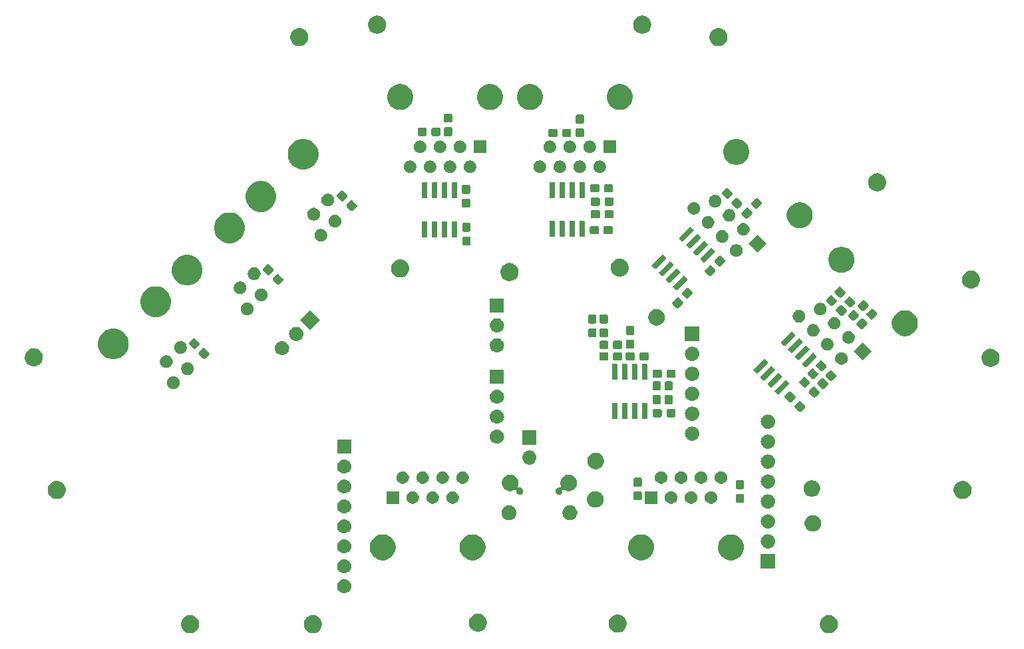
<source format=gbr>
G04 #@! TF.GenerationSoftware,KiCad,Pcbnew,(5.1.4)-1*
G04 #@! TF.CreationDate,2019-10-19T14:09:24-04:00*
G04 #@! TF.ProjectId,I2C Bus Board,49324320-4275-4732-9042-6f6172642e6b,rev?*
G04 #@! TF.SameCoordinates,Original*
G04 #@! TF.FileFunction,Soldermask,Bot*
G04 #@! TF.FilePolarity,Negative*
%FSLAX46Y46*%
G04 Gerber Fmt 4.6, Leading zero omitted, Abs format (unit mm)*
G04 Created by KiCad (PCBNEW (5.1.4)-1) date 2019-10-19 14:09:24*
%MOMM*%
%LPD*%
G04 APERTURE LIST*
%ADD10C,0.100000*%
G04 APERTURE END LIST*
D10*
G36*
X235873049Y-102566616D02*
G01*
X235984234Y-102588732D01*
X236193703Y-102675497D01*
X236382220Y-102801460D01*
X236542540Y-102961780D01*
X236668503Y-103150297D01*
X236755268Y-103359766D01*
X236799500Y-103582136D01*
X236799500Y-103808864D01*
X236755268Y-104031234D01*
X236694806Y-104177201D01*
X236669325Y-104238720D01*
X236668503Y-104240703D01*
X236542540Y-104429220D01*
X236382220Y-104589540D01*
X236193703Y-104715503D01*
X235984234Y-104802268D01*
X235873049Y-104824384D01*
X235761865Y-104846500D01*
X235535135Y-104846500D01*
X235423951Y-104824384D01*
X235312766Y-104802268D01*
X235103297Y-104715503D01*
X234914780Y-104589540D01*
X234754460Y-104429220D01*
X234628497Y-104240703D01*
X234627676Y-104238720D01*
X234602194Y-104177201D01*
X234541732Y-104031234D01*
X234497500Y-103808864D01*
X234497500Y-103582136D01*
X234541732Y-103359766D01*
X234628497Y-103150297D01*
X234754460Y-102961780D01*
X234914780Y-102801460D01*
X235103297Y-102675497D01*
X235312766Y-102588732D01*
X235423951Y-102566616D01*
X235535135Y-102544500D01*
X235761865Y-102544500D01*
X235873049Y-102566616D01*
X235873049Y-102566616D01*
G37*
G36*
X170214049Y-102566616D02*
G01*
X170325234Y-102588732D01*
X170534703Y-102675497D01*
X170723220Y-102801460D01*
X170883540Y-102961780D01*
X171009503Y-103150297D01*
X171096268Y-103359766D01*
X171140500Y-103582136D01*
X171140500Y-103808864D01*
X171096268Y-104031234D01*
X171035806Y-104177201D01*
X171010325Y-104238720D01*
X171009503Y-104240703D01*
X170883540Y-104429220D01*
X170723220Y-104589540D01*
X170534703Y-104715503D01*
X170325234Y-104802268D01*
X170214049Y-104824384D01*
X170102865Y-104846500D01*
X169876135Y-104846500D01*
X169764951Y-104824384D01*
X169653766Y-104802268D01*
X169444297Y-104715503D01*
X169255780Y-104589540D01*
X169095460Y-104429220D01*
X168969497Y-104240703D01*
X168968676Y-104238720D01*
X168943194Y-104177201D01*
X168882732Y-104031234D01*
X168838500Y-103808864D01*
X168838500Y-103582136D01*
X168882732Y-103359766D01*
X168969497Y-103150297D01*
X169095460Y-102961780D01*
X169255780Y-102801460D01*
X169444297Y-102675497D01*
X169653766Y-102588732D01*
X169764951Y-102566616D01*
X169876135Y-102544500D01*
X170102865Y-102544500D01*
X170214049Y-102566616D01*
X170214049Y-102566616D01*
G37*
G36*
X154593049Y-102566616D02*
G01*
X154704234Y-102588732D01*
X154913703Y-102675497D01*
X155102220Y-102801460D01*
X155262540Y-102961780D01*
X155388503Y-103150297D01*
X155475268Y-103359766D01*
X155519500Y-103582136D01*
X155519500Y-103808864D01*
X155475268Y-104031234D01*
X155414806Y-104177201D01*
X155389325Y-104238720D01*
X155388503Y-104240703D01*
X155262540Y-104429220D01*
X155102220Y-104589540D01*
X154913703Y-104715503D01*
X154704234Y-104802268D01*
X154593049Y-104824384D01*
X154481865Y-104846500D01*
X154255135Y-104846500D01*
X154143951Y-104824384D01*
X154032766Y-104802268D01*
X153823297Y-104715503D01*
X153634780Y-104589540D01*
X153474460Y-104429220D01*
X153348497Y-104240703D01*
X153347676Y-104238720D01*
X153322194Y-104177201D01*
X153261732Y-104031234D01*
X153217500Y-103808864D01*
X153217500Y-103582136D01*
X153261732Y-103359766D01*
X153348497Y-103150297D01*
X153474460Y-102961780D01*
X153634780Y-102801460D01*
X153823297Y-102675497D01*
X154032766Y-102588732D01*
X154143951Y-102566616D01*
X154255135Y-102544500D01*
X154481865Y-102544500D01*
X154593049Y-102566616D01*
X154593049Y-102566616D01*
G37*
G36*
X209012549Y-102503116D02*
G01*
X209123734Y-102525232D01*
X209271850Y-102586584D01*
X209330700Y-102610960D01*
X209333203Y-102611997D01*
X209521720Y-102737960D01*
X209682040Y-102898280D01*
X209808003Y-103086797D01*
X209894768Y-103296266D01*
X209939000Y-103518636D01*
X209939000Y-103745364D01*
X209894768Y-103967734D01*
X209808003Y-104177203D01*
X209682040Y-104365720D01*
X209521720Y-104526040D01*
X209333203Y-104652003D01*
X209333202Y-104652004D01*
X209333201Y-104652004D01*
X209271850Y-104677416D01*
X209123734Y-104738768D01*
X209012549Y-104760884D01*
X208901365Y-104783000D01*
X208674635Y-104783000D01*
X208563451Y-104760884D01*
X208452266Y-104738768D01*
X208304150Y-104677416D01*
X208242799Y-104652004D01*
X208242798Y-104652004D01*
X208242797Y-104652003D01*
X208054280Y-104526040D01*
X207893960Y-104365720D01*
X207767997Y-104177203D01*
X207681232Y-103967734D01*
X207637000Y-103745364D01*
X207637000Y-103518636D01*
X207681232Y-103296266D01*
X207767997Y-103086797D01*
X207893960Y-102898280D01*
X208054280Y-102737960D01*
X208242797Y-102611997D01*
X208245301Y-102610960D01*
X208304150Y-102586584D01*
X208452266Y-102525232D01*
X208563451Y-102503116D01*
X208674635Y-102481000D01*
X208901365Y-102481000D01*
X209012549Y-102503116D01*
X209012549Y-102503116D01*
G37*
G36*
X191232549Y-102376116D02*
G01*
X191343734Y-102398232D01*
X191491850Y-102459584D01*
X191543554Y-102481000D01*
X191553203Y-102484997D01*
X191741720Y-102610960D01*
X191902040Y-102771280D01*
X191986899Y-102898281D01*
X192028004Y-102959799D01*
X192028825Y-102961781D01*
X192114768Y-103169266D01*
X192159000Y-103391636D01*
X192159000Y-103618364D01*
X192114768Y-103840734D01*
X192028003Y-104050203D01*
X191902040Y-104238720D01*
X191741720Y-104399040D01*
X191553203Y-104525003D01*
X191553202Y-104525004D01*
X191553201Y-104525004D01*
X191491850Y-104550416D01*
X191343734Y-104611768D01*
X191232549Y-104633884D01*
X191121365Y-104656000D01*
X190894635Y-104656000D01*
X190783451Y-104633884D01*
X190672266Y-104611768D01*
X190524150Y-104550416D01*
X190462799Y-104525004D01*
X190462798Y-104525004D01*
X190462797Y-104525003D01*
X190274280Y-104399040D01*
X190113960Y-104238720D01*
X189987997Y-104050203D01*
X189901232Y-103840734D01*
X189857000Y-103618364D01*
X189857000Y-103391636D01*
X189901232Y-103169266D01*
X189987175Y-102961781D01*
X189987996Y-102959799D01*
X190029101Y-102898281D01*
X190113960Y-102771280D01*
X190274280Y-102610960D01*
X190462797Y-102484997D01*
X190472447Y-102481000D01*
X190524150Y-102459584D01*
X190672266Y-102398232D01*
X190783451Y-102376116D01*
X190894635Y-102354000D01*
X191121365Y-102354000D01*
X191232549Y-102376116D01*
X191232549Y-102376116D01*
G37*
G36*
X174100442Y-97975018D02*
G01*
X174166627Y-97981537D01*
X174336466Y-98033057D01*
X174492991Y-98116722D01*
X174528729Y-98146052D01*
X174630186Y-98229314D01*
X174713448Y-98330771D01*
X174742778Y-98366509D01*
X174826443Y-98523034D01*
X174877963Y-98692873D01*
X174895359Y-98869500D01*
X174877963Y-99046127D01*
X174826443Y-99215966D01*
X174742778Y-99372491D01*
X174713448Y-99408229D01*
X174630186Y-99509686D01*
X174528729Y-99592948D01*
X174492991Y-99622278D01*
X174336466Y-99705943D01*
X174166627Y-99757463D01*
X174100442Y-99763982D01*
X174034260Y-99770500D01*
X173945740Y-99770500D01*
X173879557Y-99763981D01*
X173813373Y-99757463D01*
X173643534Y-99705943D01*
X173487009Y-99622278D01*
X173451271Y-99592948D01*
X173349814Y-99509686D01*
X173266552Y-99408229D01*
X173237222Y-99372491D01*
X173153557Y-99215966D01*
X173102037Y-99046127D01*
X173084641Y-98869500D01*
X173102037Y-98692873D01*
X173153557Y-98523034D01*
X173237222Y-98366509D01*
X173266552Y-98330771D01*
X173349814Y-98229314D01*
X173451271Y-98146052D01*
X173487009Y-98116722D01*
X173643534Y-98033057D01*
X173813373Y-97981537D01*
X173879557Y-97975019D01*
X173945740Y-97968500D01*
X174034260Y-97968500D01*
X174100442Y-97975018D01*
X174100442Y-97975018D01*
G37*
G36*
X174100443Y-95435019D02*
G01*
X174166627Y-95441537D01*
X174336466Y-95493057D01*
X174492991Y-95576722D01*
X174528729Y-95606052D01*
X174630186Y-95689314D01*
X174713448Y-95790771D01*
X174742778Y-95826509D01*
X174826443Y-95983034D01*
X174877963Y-96152873D01*
X174895359Y-96329500D01*
X174877963Y-96506127D01*
X174826443Y-96675966D01*
X174742778Y-96832491D01*
X174713448Y-96868229D01*
X174630186Y-96969686D01*
X174528729Y-97052948D01*
X174492991Y-97082278D01*
X174336466Y-97165943D01*
X174166627Y-97217463D01*
X174100442Y-97223982D01*
X174034260Y-97230500D01*
X173945740Y-97230500D01*
X173879558Y-97223982D01*
X173813373Y-97217463D01*
X173643534Y-97165943D01*
X173487009Y-97082278D01*
X173451271Y-97052948D01*
X173349814Y-96969686D01*
X173266552Y-96868229D01*
X173237222Y-96832491D01*
X173153557Y-96675966D01*
X173102037Y-96506127D01*
X173084641Y-96329500D01*
X173102037Y-96152873D01*
X173153557Y-95983034D01*
X173237222Y-95826509D01*
X173266552Y-95790771D01*
X173349814Y-95689314D01*
X173451271Y-95606052D01*
X173487009Y-95576722D01*
X173643534Y-95493057D01*
X173813373Y-95441537D01*
X173879557Y-95435019D01*
X173945740Y-95428500D01*
X174034260Y-95428500D01*
X174100443Y-95435019D01*
X174100443Y-95435019D01*
G37*
G36*
X228802500Y-96595500D02*
G01*
X227000500Y-96595500D01*
X227000500Y-94793500D01*
X228802500Y-94793500D01*
X228802500Y-96595500D01*
X228802500Y-96595500D01*
G37*
G36*
X179254756Y-92307798D02*
G01*
X179361079Y-92328947D01*
X179661542Y-92453403D01*
X179931951Y-92634085D01*
X180161915Y-92864049D01*
X180342597Y-93134458D01*
X180467053Y-93434921D01*
X180488202Y-93541244D01*
X180530500Y-93753889D01*
X180530500Y-94079111D01*
X180519190Y-94135968D01*
X180467053Y-94398079D01*
X180342597Y-94698542D01*
X180161915Y-94968951D01*
X179931951Y-95198915D01*
X179661542Y-95379597D01*
X179361079Y-95504053D01*
X179254756Y-95525202D01*
X179042111Y-95567500D01*
X178716889Y-95567500D01*
X178504244Y-95525202D01*
X178397921Y-95504053D01*
X178097458Y-95379597D01*
X177827049Y-95198915D01*
X177597085Y-94968951D01*
X177416403Y-94698542D01*
X177291947Y-94398079D01*
X177239810Y-94135968D01*
X177228500Y-94079111D01*
X177228500Y-93753889D01*
X177270798Y-93541244D01*
X177291947Y-93434921D01*
X177416403Y-93134458D01*
X177597085Y-92864049D01*
X177827049Y-92634085D01*
X178097458Y-92453403D01*
X178397921Y-92328947D01*
X178504244Y-92307798D01*
X178716889Y-92265500D01*
X179042111Y-92265500D01*
X179254756Y-92307798D01*
X179254756Y-92307798D01*
G37*
G36*
X212147756Y-92307798D02*
G01*
X212254079Y-92328947D01*
X212554542Y-92453403D01*
X212824951Y-92634085D01*
X213054915Y-92864049D01*
X213235597Y-93134458D01*
X213360053Y-93434921D01*
X213381202Y-93541244D01*
X213423500Y-93753889D01*
X213423500Y-94079111D01*
X213412190Y-94135968D01*
X213360053Y-94398079D01*
X213235597Y-94698542D01*
X213054915Y-94968951D01*
X212824951Y-95198915D01*
X212554542Y-95379597D01*
X212254079Y-95504053D01*
X212147756Y-95525202D01*
X211935111Y-95567500D01*
X211609889Y-95567500D01*
X211397244Y-95525202D01*
X211290921Y-95504053D01*
X210990458Y-95379597D01*
X210720049Y-95198915D01*
X210490085Y-94968951D01*
X210309403Y-94698542D01*
X210184947Y-94398079D01*
X210132810Y-94135968D01*
X210121500Y-94079111D01*
X210121500Y-93753889D01*
X210163798Y-93541244D01*
X210184947Y-93434921D01*
X210309403Y-93134458D01*
X210490085Y-92864049D01*
X210720049Y-92634085D01*
X210990458Y-92453403D01*
X211290921Y-92328947D01*
X211397244Y-92307798D01*
X211609889Y-92265500D01*
X211935111Y-92265500D01*
X212147756Y-92307798D01*
X212147756Y-92307798D01*
G37*
G36*
X223577756Y-92307798D02*
G01*
X223684079Y-92328947D01*
X223984542Y-92453403D01*
X224254951Y-92634085D01*
X224484915Y-92864049D01*
X224665597Y-93134458D01*
X224790053Y-93434921D01*
X224811202Y-93541244D01*
X224853500Y-93753889D01*
X224853500Y-94079111D01*
X224842190Y-94135968D01*
X224790053Y-94398079D01*
X224665597Y-94698542D01*
X224484915Y-94968951D01*
X224254951Y-95198915D01*
X223984542Y-95379597D01*
X223684079Y-95504053D01*
X223577756Y-95525202D01*
X223365111Y-95567500D01*
X223039889Y-95567500D01*
X222827244Y-95525202D01*
X222720921Y-95504053D01*
X222420458Y-95379597D01*
X222150049Y-95198915D01*
X221920085Y-94968951D01*
X221739403Y-94698542D01*
X221614947Y-94398079D01*
X221562810Y-94135968D01*
X221551500Y-94079111D01*
X221551500Y-93753889D01*
X221593798Y-93541244D01*
X221614947Y-93434921D01*
X221739403Y-93134458D01*
X221920085Y-92864049D01*
X222150049Y-92634085D01*
X222420458Y-92453403D01*
X222720921Y-92328947D01*
X222827244Y-92307798D01*
X223039889Y-92265500D01*
X223365111Y-92265500D01*
X223577756Y-92307798D01*
X223577756Y-92307798D01*
G37*
G36*
X190684756Y-92307798D02*
G01*
X190791079Y-92328947D01*
X191091542Y-92453403D01*
X191361951Y-92634085D01*
X191591915Y-92864049D01*
X191772597Y-93134458D01*
X191897053Y-93434921D01*
X191918202Y-93541244D01*
X191960500Y-93753889D01*
X191960500Y-94079111D01*
X191949190Y-94135968D01*
X191897053Y-94398079D01*
X191772597Y-94698542D01*
X191591915Y-94968951D01*
X191361951Y-95198915D01*
X191091542Y-95379597D01*
X190791079Y-95504053D01*
X190684756Y-95525202D01*
X190472111Y-95567500D01*
X190146889Y-95567500D01*
X189934244Y-95525202D01*
X189827921Y-95504053D01*
X189527458Y-95379597D01*
X189257049Y-95198915D01*
X189027085Y-94968951D01*
X188846403Y-94698542D01*
X188721947Y-94398079D01*
X188669810Y-94135968D01*
X188658500Y-94079111D01*
X188658500Y-93753889D01*
X188700798Y-93541244D01*
X188721947Y-93434921D01*
X188846403Y-93134458D01*
X189027085Y-92864049D01*
X189257049Y-92634085D01*
X189527458Y-92453403D01*
X189827921Y-92328947D01*
X189934244Y-92307798D01*
X190146889Y-92265500D01*
X190472111Y-92265500D01*
X190684756Y-92307798D01*
X190684756Y-92307798D01*
G37*
G36*
X174100442Y-92895018D02*
G01*
X174166627Y-92901537D01*
X174336466Y-92953057D01*
X174492991Y-93036722D01*
X174528729Y-93066052D01*
X174630186Y-93149314D01*
X174713448Y-93250771D01*
X174742778Y-93286509D01*
X174742779Y-93286511D01*
X174822107Y-93434921D01*
X174826443Y-93443034D01*
X174877963Y-93612873D01*
X174895359Y-93789500D01*
X174877963Y-93966127D01*
X174826443Y-94135966D01*
X174742778Y-94292491D01*
X174713448Y-94328229D01*
X174630186Y-94429686D01*
X174528729Y-94512948D01*
X174492991Y-94542278D01*
X174336466Y-94625943D01*
X174166627Y-94677463D01*
X174100442Y-94683982D01*
X174034260Y-94690500D01*
X173945740Y-94690500D01*
X173879558Y-94683982D01*
X173813373Y-94677463D01*
X173643534Y-94625943D01*
X173487009Y-94542278D01*
X173451271Y-94512948D01*
X173349814Y-94429686D01*
X173266552Y-94328229D01*
X173237222Y-94292491D01*
X173153557Y-94135966D01*
X173102037Y-93966127D01*
X173084641Y-93789500D01*
X173102037Y-93612873D01*
X173153557Y-93443034D01*
X173157894Y-93434921D01*
X173237221Y-93286511D01*
X173237222Y-93286509D01*
X173266552Y-93250771D01*
X173349814Y-93149314D01*
X173451271Y-93066052D01*
X173487009Y-93036722D01*
X173643534Y-92953057D01*
X173813373Y-92901537D01*
X173879558Y-92895018D01*
X173945740Y-92888500D01*
X174034260Y-92888500D01*
X174100442Y-92895018D01*
X174100442Y-92895018D01*
G37*
G36*
X228011943Y-92260019D02*
G01*
X228078127Y-92266537D01*
X228247966Y-92318057D01*
X228404491Y-92401722D01*
X228440229Y-92431052D01*
X228541686Y-92514314D01*
X228624948Y-92615771D01*
X228654278Y-92651509D01*
X228737943Y-92808034D01*
X228789463Y-92977873D01*
X228806859Y-93154500D01*
X228789463Y-93331127D01*
X228737943Y-93500966D01*
X228654278Y-93657491D01*
X228624948Y-93693229D01*
X228541686Y-93794686D01*
X228440229Y-93877948D01*
X228404491Y-93907278D01*
X228247966Y-93990943D01*
X228078127Y-94042463D01*
X228011942Y-94048982D01*
X227945760Y-94055500D01*
X227857240Y-94055500D01*
X227791057Y-94048981D01*
X227724873Y-94042463D01*
X227555034Y-93990943D01*
X227398509Y-93907278D01*
X227362771Y-93877948D01*
X227261314Y-93794686D01*
X227178052Y-93693229D01*
X227148722Y-93657491D01*
X227065057Y-93500966D01*
X227013537Y-93331127D01*
X226996141Y-93154500D01*
X227013537Y-92977873D01*
X227065057Y-92808034D01*
X227148722Y-92651509D01*
X227178052Y-92615771D01*
X227261314Y-92514314D01*
X227362771Y-92431052D01*
X227398509Y-92401722D01*
X227555034Y-92318057D01*
X227724873Y-92266537D01*
X227791057Y-92260019D01*
X227857240Y-92253500D01*
X227945760Y-92253500D01*
X228011943Y-92260019D01*
X228011943Y-92260019D01*
G37*
G36*
X174100443Y-90355019D02*
G01*
X174166627Y-90361537D01*
X174336466Y-90413057D01*
X174492991Y-90496722D01*
X174528729Y-90526052D01*
X174630186Y-90609314D01*
X174713448Y-90710771D01*
X174742778Y-90746509D01*
X174826443Y-90903034D01*
X174877963Y-91072873D01*
X174895359Y-91249500D01*
X174877963Y-91426127D01*
X174826443Y-91595966D01*
X174742778Y-91752491D01*
X174713448Y-91788229D01*
X174630186Y-91889686D01*
X174528729Y-91972948D01*
X174492991Y-92002278D01*
X174336466Y-92085943D01*
X174166627Y-92137463D01*
X174100443Y-92143981D01*
X174034260Y-92150500D01*
X173945740Y-92150500D01*
X173879557Y-92143981D01*
X173813373Y-92137463D01*
X173643534Y-92085943D01*
X173487009Y-92002278D01*
X173451271Y-91972948D01*
X173349814Y-91889686D01*
X173266552Y-91788229D01*
X173237222Y-91752491D01*
X173153557Y-91595966D01*
X173102037Y-91426127D01*
X173084641Y-91249500D01*
X173102037Y-91072873D01*
X173153557Y-90903034D01*
X173237222Y-90746509D01*
X173266552Y-90710771D01*
X173349814Y-90609314D01*
X173451271Y-90526052D01*
X173487009Y-90496722D01*
X173643534Y-90413057D01*
X173813373Y-90361537D01*
X173879557Y-90355019D01*
X173945740Y-90348500D01*
X174034260Y-90348500D01*
X174100443Y-90355019D01*
X174100443Y-90355019D01*
G37*
G36*
X233923064Y-89857889D02*
G01*
X234114333Y-89937115D01*
X234114335Y-89937116D01*
X234286473Y-90052135D01*
X234432865Y-90198527D01*
X234540267Y-90359265D01*
X234547885Y-90370667D01*
X234627111Y-90561936D01*
X234667500Y-90764984D01*
X234667500Y-90972016D01*
X234627111Y-91175064D01*
X234547885Y-91366333D01*
X234547884Y-91366335D01*
X234432865Y-91538473D01*
X234286473Y-91684865D01*
X234114335Y-91799884D01*
X234114334Y-91799885D01*
X234114333Y-91799885D01*
X233923064Y-91879111D01*
X233720016Y-91919500D01*
X233512984Y-91919500D01*
X233309936Y-91879111D01*
X233118667Y-91799885D01*
X233118666Y-91799885D01*
X233118665Y-91799884D01*
X232946527Y-91684865D01*
X232800135Y-91538473D01*
X232685116Y-91366335D01*
X232685115Y-91366333D01*
X232605889Y-91175064D01*
X232565500Y-90972016D01*
X232565500Y-90764984D01*
X232605889Y-90561936D01*
X232685115Y-90370667D01*
X232692734Y-90359265D01*
X232800135Y-90198527D01*
X232946527Y-90052135D01*
X233118665Y-89937116D01*
X233118667Y-89937115D01*
X233309936Y-89857889D01*
X233512984Y-89817500D01*
X233720016Y-89817500D01*
X233923064Y-89857889D01*
X233923064Y-89857889D01*
G37*
G36*
X228011943Y-89720019D02*
G01*
X228078127Y-89726537D01*
X228247966Y-89778057D01*
X228247968Y-89778058D01*
X228321758Y-89817500D01*
X228404491Y-89861722D01*
X228440229Y-89891052D01*
X228541686Y-89974314D01*
X228605551Y-90052135D01*
X228654278Y-90111509D01*
X228737943Y-90268034D01*
X228789463Y-90437873D01*
X228806859Y-90614500D01*
X228789463Y-90791127D01*
X228737943Y-90960966D01*
X228654278Y-91117491D01*
X228624948Y-91153229D01*
X228541686Y-91254686D01*
X228440229Y-91337948D01*
X228404491Y-91367278D01*
X228247966Y-91450943D01*
X228078127Y-91502463D01*
X228011943Y-91508981D01*
X227945760Y-91515500D01*
X227857240Y-91515500D01*
X227791057Y-91508981D01*
X227724873Y-91502463D01*
X227555034Y-91450943D01*
X227398509Y-91367278D01*
X227362771Y-91337948D01*
X227261314Y-91254686D01*
X227178052Y-91153229D01*
X227148722Y-91117491D01*
X227065057Y-90960966D01*
X227013537Y-90791127D01*
X226996141Y-90614500D01*
X227013537Y-90437873D01*
X227065057Y-90268034D01*
X227148722Y-90111509D01*
X227197449Y-90052135D01*
X227261314Y-89974314D01*
X227362771Y-89891052D01*
X227398509Y-89861722D01*
X227481242Y-89817500D01*
X227555032Y-89778058D01*
X227555034Y-89778057D01*
X227724873Y-89726537D01*
X227791057Y-89720019D01*
X227857240Y-89713500D01*
X227945760Y-89713500D01*
X228011943Y-89720019D01*
X228011943Y-89720019D01*
G37*
G36*
X195220895Y-88602046D02*
G01*
X195393966Y-88673734D01*
X195455253Y-88714685D01*
X195549727Y-88777810D01*
X195682190Y-88910273D01*
X195717062Y-88962463D01*
X195786266Y-89066034D01*
X195857954Y-89239105D01*
X195894500Y-89422833D01*
X195894500Y-89610167D01*
X195857954Y-89793895D01*
X195786266Y-89966966D01*
X195734581Y-90044318D01*
X195682190Y-90122727D01*
X195549727Y-90255190D01*
X195471318Y-90307581D01*
X195393966Y-90359266D01*
X195220895Y-90430954D01*
X195037167Y-90467500D01*
X194849833Y-90467500D01*
X194666105Y-90430954D01*
X194493034Y-90359266D01*
X194415682Y-90307581D01*
X194337273Y-90255190D01*
X194204810Y-90122727D01*
X194152419Y-90044318D01*
X194100734Y-89966966D01*
X194029046Y-89793895D01*
X193992500Y-89610167D01*
X193992500Y-89422833D01*
X194029046Y-89239105D01*
X194100734Y-89066034D01*
X194169938Y-88962463D01*
X194204810Y-88910273D01*
X194337273Y-88777810D01*
X194431747Y-88714685D01*
X194493034Y-88673734D01*
X194666105Y-88602046D01*
X194849833Y-88565500D01*
X195037167Y-88565500D01*
X195220895Y-88602046D01*
X195220895Y-88602046D01*
G37*
G36*
X202970895Y-88602046D02*
G01*
X203143966Y-88673734D01*
X203205253Y-88714685D01*
X203299727Y-88777810D01*
X203432190Y-88910273D01*
X203467062Y-88962463D01*
X203536266Y-89066034D01*
X203607954Y-89239105D01*
X203644500Y-89422833D01*
X203644500Y-89610167D01*
X203607954Y-89793895D01*
X203536266Y-89966966D01*
X203484581Y-90044318D01*
X203432190Y-90122727D01*
X203299727Y-90255190D01*
X203221318Y-90307581D01*
X203143966Y-90359266D01*
X202970895Y-90430954D01*
X202787167Y-90467500D01*
X202599833Y-90467500D01*
X202416105Y-90430954D01*
X202243034Y-90359266D01*
X202165682Y-90307581D01*
X202087273Y-90255190D01*
X201954810Y-90122727D01*
X201902419Y-90044318D01*
X201850734Y-89966966D01*
X201779046Y-89793895D01*
X201742500Y-89610167D01*
X201742500Y-89422833D01*
X201779046Y-89239105D01*
X201850734Y-89066034D01*
X201919938Y-88962463D01*
X201954810Y-88910273D01*
X202087273Y-88777810D01*
X202181747Y-88714685D01*
X202243034Y-88673734D01*
X202416105Y-88602046D01*
X202599833Y-88565500D01*
X202787167Y-88565500D01*
X202970895Y-88602046D01*
X202970895Y-88602046D01*
G37*
G36*
X174090051Y-87813995D02*
G01*
X174166627Y-87821537D01*
X174336466Y-87873057D01*
X174492991Y-87956722D01*
X174528729Y-87986052D01*
X174630186Y-88069314D01*
X174709577Y-88166054D01*
X174742778Y-88206509D01*
X174826443Y-88363034D01*
X174877963Y-88532873D01*
X174895359Y-88709500D01*
X174877963Y-88886127D01*
X174826443Y-89055966D01*
X174742778Y-89212491D01*
X174720937Y-89239104D01*
X174630186Y-89349686D01*
X174541055Y-89422833D01*
X174492991Y-89462278D01*
X174336466Y-89545943D01*
X174166627Y-89597463D01*
X174100443Y-89603981D01*
X174034260Y-89610500D01*
X173945740Y-89610500D01*
X173879557Y-89603981D01*
X173813373Y-89597463D01*
X173643534Y-89545943D01*
X173487009Y-89462278D01*
X173438945Y-89422833D01*
X173349814Y-89349686D01*
X173259063Y-89239104D01*
X173237222Y-89212491D01*
X173153557Y-89055966D01*
X173102037Y-88886127D01*
X173084641Y-88709500D01*
X173102037Y-88532873D01*
X173153557Y-88363034D01*
X173237222Y-88206509D01*
X173270423Y-88166054D01*
X173349814Y-88069314D01*
X173451271Y-87986052D01*
X173487009Y-87956722D01*
X173643534Y-87873057D01*
X173813373Y-87821537D01*
X173889949Y-87813995D01*
X173945740Y-87808500D01*
X174034260Y-87808500D01*
X174090051Y-87813995D01*
X174090051Y-87813995D01*
G37*
G36*
X228011942Y-87180018D02*
G01*
X228078127Y-87186537D01*
X228247966Y-87238057D01*
X228404491Y-87321722D01*
X228418060Y-87332858D01*
X228541686Y-87434314D01*
X228602190Y-87508040D01*
X228654278Y-87571509D01*
X228737943Y-87728034D01*
X228789463Y-87897873D01*
X228806859Y-88074500D01*
X228789463Y-88251127D01*
X228737943Y-88420966D01*
X228654278Y-88577491D01*
X228634126Y-88602046D01*
X228541686Y-88714686D01*
X228464769Y-88777809D01*
X228404491Y-88827278D01*
X228404489Y-88827279D01*
X228249220Y-88910273D01*
X228247966Y-88910943D01*
X228078127Y-88962463D01*
X228011942Y-88968982D01*
X227945760Y-88975500D01*
X227857240Y-88975500D01*
X227791058Y-88968982D01*
X227724873Y-88962463D01*
X227555034Y-88910943D01*
X227553781Y-88910273D01*
X227398511Y-88827279D01*
X227398509Y-88827278D01*
X227338231Y-88777809D01*
X227261314Y-88714686D01*
X227168874Y-88602046D01*
X227148722Y-88577491D01*
X227065057Y-88420966D01*
X227013537Y-88251127D01*
X226996141Y-88074500D01*
X227013537Y-87897873D01*
X227065057Y-87728034D01*
X227148722Y-87571509D01*
X227200810Y-87508040D01*
X227261314Y-87434314D01*
X227384940Y-87332858D01*
X227398509Y-87321722D01*
X227555034Y-87238057D01*
X227724873Y-87186537D01*
X227791058Y-87180018D01*
X227857240Y-87173500D01*
X227945760Y-87173500D01*
X228011942Y-87180018D01*
X228011942Y-87180018D01*
G37*
G36*
X206237064Y-86809889D02*
G01*
X206428333Y-86889115D01*
X206428335Y-86889116D01*
X206600473Y-87004135D01*
X206746865Y-87150527D01*
X206853514Y-87310138D01*
X206861885Y-87322667D01*
X206941111Y-87513936D01*
X206981500Y-87716984D01*
X206981500Y-87924016D01*
X206941111Y-88127064D01*
X206887911Y-88255500D01*
X206861884Y-88318335D01*
X206746865Y-88490473D01*
X206600473Y-88636865D01*
X206428335Y-88751884D01*
X206428334Y-88751885D01*
X206428333Y-88751885D01*
X206237064Y-88831111D01*
X206034016Y-88871500D01*
X205826984Y-88871500D01*
X205623936Y-88831111D01*
X205432667Y-88751885D01*
X205432666Y-88751885D01*
X205432665Y-88751884D01*
X205260527Y-88636865D01*
X205114135Y-88490473D01*
X204999116Y-88318335D01*
X204973089Y-88255500D01*
X204919889Y-88127064D01*
X204879500Y-87924016D01*
X204879500Y-87716984D01*
X204919889Y-87513936D01*
X204999115Y-87322667D01*
X205007487Y-87310138D01*
X205114135Y-87150527D01*
X205260527Y-87004135D01*
X205432665Y-86889116D01*
X205432667Y-86889115D01*
X205623936Y-86809889D01*
X205826984Y-86769500D01*
X206034016Y-86769500D01*
X206237064Y-86809889D01*
X206237064Y-86809889D01*
G37*
G36*
X188003142Y-86796281D02*
G01*
X188148914Y-86856662D01*
X188148916Y-86856663D01*
X188280108Y-86944322D01*
X188391678Y-87055892D01*
X188479337Y-87187084D01*
X188479338Y-87187086D01*
X188539719Y-87332858D01*
X188570500Y-87487607D01*
X188570500Y-87645393D01*
X188539719Y-87800142D01*
X188489169Y-87922180D01*
X188479337Y-87945916D01*
X188391678Y-88077108D01*
X188280108Y-88188678D01*
X188148916Y-88276337D01*
X188148915Y-88276338D01*
X188148914Y-88276338D01*
X188003142Y-88336719D01*
X187848393Y-88367500D01*
X187690607Y-88367500D01*
X187535858Y-88336719D01*
X187390086Y-88276338D01*
X187390085Y-88276338D01*
X187390084Y-88276337D01*
X187258892Y-88188678D01*
X187147322Y-88077108D01*
X187059663Y-87945916D01*
X187049831Y-87922180D01*
X186999281Y-87800142D01*
X186968500Y-87645393D01*
X186968500Y-87487607D01*
X186999281Y-87332858D01*
X187059662Y-87187086D01*
X187059663Y-87187084D01*
X187147322Y-87055892D01*
X187258892Y-86944322D01*
X187390084Y-86856663D01*
X187390086Y-86856662D01*
X187535858Y-86796281D01*
X187690607Y-86765500D01*
X187848393Y-86765500D01*
X188003142Y-86796281D01*
X188003142Y-86796281D01*
G37*
G36*
X182923142Y-86796281D02*
G01*
X183068914Y-86856662D01*
X183068916Y-86856663D01*
X183200108Y-86944322D01*
X183311678Y-87055892D01*
X183399337Y-87187084D01*
X183399338Y-87187086D01*
X183459719Y-87332858D01*
X183490500Y-87487607D01*
X183490500Y-87645393D01*
X183459719Y-87800142D01*
X183409169Y-87922180D01*
X183399337Y-87945916D01*
X183311678Y-88077108D01*
X183200108Y-88188678D01*
X183068916Y-88276337D01*
X183068915Y-88276338D01*
X183068914Y-88276338D01*
X182923142Y-88336719D01*
X182768393Y-88367500D01*
X182610607Y-88367500D01*
X182455858Y-88336719D01*
X182310086Y-88276338D01*
X182310085Y-88276338D01*
X182310084Y-88276337D01*
X182178892Y-88188678D01*
X182067322Y-88077108D01*
X181979663Y-87945916D01*
X181969831Y-87922180D01*
X181919281Y-87800142D01*
X181888500Y-87645393D01*
X181888500Y-87487607D01*
X181919281Y-87332858D01*
X181979662Y-87187086D01*
X181979663Y-87187084D01*
X182067322Y-87055892D01*
X182178892Y-86944322D01*
X182310084Y-86856663D01*
X182310086Y-86856662D01*
X182455858Y-86796281D01*
X182610607Y-86765500D01*
X182768393Y-86765500D01*
X182923142Y-86796281D01*
X182923142Y-86796281D01*
G37*
G36*
X180950500Y-88367500D02*
G01*
X179348500Y-88367500D01*
X179348500Y-86765500D01*
X180950500Y-86765500D01*
X180950500Y-88367500D01*
X180950500Y-88367500D01*
G37*
G36*
X185463142Y-86796281D02*
G01*
X185608914Y-86856662D01*
X185608916Y-86856663D01*
X185740108Y-86944322D01*
X185851678Y-87055892D01*
X185939337Y-87187084D01*
X185939338Y-87187086D01*
X185999719Y-87332858D01*
X186030500Y-87487607D01*
X186030500Y-87645393D01*
X185999719Y-87800142D01*
X185949169Y-87922180D01*
X185939337Y-87945916D01*
X185851678Y-88077108D01*
X185740108Y-88188678D01*
X185608916Y-88276337D01*
X185608915Y-88276338D01*
X185608914Y-88276338D01*
X185463142Y-88336719D01*
X185308393Y-88367500D01*
X185150607Y-88367500D01*
X184995858Y-88336719D01*
X184850086Y-88276338D01*
X184850085Y-88276338D01*
X184850084Y-88276337D01*
X184718892Y-88188678D01*
X184607322Y-88077108D01*
X184519663Y-87945916D01*
X184509831Y-87922180D01*
X184459281Y-87800142D01*
X184428500Y-87645393D01*
X184428500Y-87487607D01*
X184459281Y-87332858D01*
X184519662Y-87187086D01*
X184519663Y-87187084D01*
X184607322Y-87055892D01*
X184718892Y-86944322D01*
X184850084Y-86856663D01*
X184850086Y-86856662D01*
X184995858Y-86796281D01*
X185150607Y-86765500D01*
X185308393Y-86765500D01*
X185463142Y-86796281D01*
X185463142Y-86796281D01*
G37*
G36*
X220896142Y-86796281D02*
G01*
X221041914Y-86856662D01*
X221041916Y-86856663D01*
X221173108Y-86944322D01*
X221284678Y-87055892D01*
X221372337Y-87187084D01*
X221372338Y-87187086D01*
X221432719Y-87332858D01*
X221463500Y-87487607D01*
X221463500Y-87645393D01*
X221432719Y-87800142D01*
X221382169Y-87922180D01*
X221372337Y-87945916D01*
X221284678Y-88077108D01*
X221173108Y-88188678D01*
X221041916Y-88276337D01*
X221041915Y-88276338D01*
X221041914Y-88276338D01*
X220896142Y-88336719D01*
X220741393Y-88367500D01*
X220583607Y-88367500D01*
X220428858Y-88336719D01*
X220283086Y-88276338D01*
X220283085Y-88276338D01*
X220283084Y-88276337D01*
X220151892Y-88188678D01*
X220040322Y-88077108D01*
X219952663Y-87945916D01*
X219942831Y-87922180D01*
X219892281Y-87800142D01*
X219861500Y-87645393D01*
X219861500Y-87487607D01*
X219892281Y-87332858D01*
X219952662Y-87187086D01*
X219952663Y-87187084D01*
X220040322Y-87055892D01*
X220151892Y-86944322D01*
X220283084Y-86856663D01*
X220283086Y-86856662D01*
X220428858Y-86796281D01*
X220583607Y-86765500D01*
X220741393Y-86765500D01*
X220896142Y-86796281D01*
X220896142Y-86796281D01*
G37*
G36*
X218356142Y-86796281D02*
G01*
X218501914Y-86856662D01*
X218501916Y-86856663D01*
X218633108Y-86944322D01*
X218744678Y-87055892D01*
X218832337Y-87187084D01*
X218832338Y-87187086D01*
X218892719Y-87332858D01*
X218923500Y-87487607D01*
X218923500Y-87645393D01*
X218892719Y-87800142D01*
X218842169Y-87922180D01*
X218832337Y-87945916D01*
X218744678Y-88077108D01*
X218633108Y-88188678D01*
X218501916Y-88276337D01*
X218501915Y-88276338D01*
X218501914Y-88276338D01*
X218356142Y-88336719D01*
X218201393Y-88367500D01*
X218043607Y-88367500D01*
X217888858Y-88336719D01*
X217743086Y-88276338D01*
X217743085Y-88276338D01*
X217743084Y-88276337D01*
X217611892Y-88188678D01*
X217500322Y-88077108D01*
X217412663Y-87945916D01*
X217402831Y-87922180D01*
X217352281Y-87800142D01*
X217321500Y-87645393D01*
X217321500Y-87487607D01*
X217352281Y-87332858D01*
X217412662Y-87187086D01*
X217412663Y-87187084D01*
X217500322Y-87055892D01*
X217611892Y-86944322D01*
X217743084Y-86856663D01*
X217743086Y-86856662D01*
X217888858Y-86796281D01*
X218043607Y-86765500D01*
X218201393Y-86765500D01*
X218356142Y-86796281D01*
X218356142Y-86796281D01*
G37*
G36*
X215816142Y-86796281D02*
G01*
X215961914Y-86856662D01*
X215961916Y-86856663D01*
X216093108Y-86944322D01*
X216204678Y-87055892D01*
X216292337Y-87187084D01*
X216292338Y-87187086D01*
X216352719Y-87332858D01*
X216383500Y-87487607D01*
X216383500Y-87645393D01*
X216352719Y-87800142D01*
X216302169Y-87922180D01*
X216292337Y-87945916D01*
X216204678Y-88077108D01*
X216093108Y-88188678D01*
X215961916Y-88276337D01*
X215961915Y-88276338D01*
X215961914Y-88276338D01*
X215816142Y-88336719D01*
X215661393Y-88367500D01*
X215503607Y-88367500D01*
X215348858Y-88336719D01*
X215203086Y-88276338D01*
X215203085Y-88276338D01*
X215203084Y-88276337D01*
X215071892Y-88188678D01*
X214960322Y-88077108D01*
X214872663Y-87945916D01*
X214862831Y-87922180D01*
X214812281Y-87800142D01*
X214781500Y-87645393D01*
X214781500Y-87487607D01*
X214812281Y-87332858D01*
X214872662Y-87187086D01*
X214872663Y-87187084D01*
X214960322Y-87055892D01*
X215071892Y-86944322D01*
X215203084Y-86856663D01*
X215203086Y-86856662D01*
X215348858Y-86796281D01*
X215503607Y-86765500D01*
X215661393Y-86765500D01*
X215816142Y-86796281D01*
X215816142Y-86796281D01*
G37*
G36*
X213843500Y-88367500D02*
G01*
X212241500Y-88367500D01*
X212241500Y-86765500D01*
X213843500Y-86765500D01*
X213843500Y-88367500D01*
X213843500Y-88367500D01*
G37*
G36*
X224709999Y-87107945D02*
G01*
X224747495Y-87119320D01*
X224782054Y-87137792D01*
X224812347Y-87162653D01*
X224837208Y-87192946D01*
X224855680Y-87227505D01*
X224867055Y-87265001D01*
X224871500Y-87310138D01*
X224871500Y-88048862D01*
X224867055Y-88093999D01*
X224855680Y-88131495D01*
X224837208Y-88166054D01*
X224812347Y-88196347D01*
X224782054Y-88221208D01*
X224747495Y-88239680D01*
X224709999Y-88251055D01*
X224664862Y-88255500D01*
X224026138Y-88255500D01*
X223981001Y-88251055D01*
X223943505Y-88239680D01*
X223908946Y-88221208D01*
X223878653Y-88196347D01*
X223853792Y-88166054D01*
X223835320Y-88131495D01*
X223823945Y-88093999D01*
X223819500Y-88048862D01*
X223819500Y-87310138D01*
X223823945Y-87265001D01*
X223835320Y-87227505D01*
X223853792Y-87192946D01*
X223878653Y-87162653D01*
X223908946Y-87137792D01*
X223943505Y-87119320D01*
X223981001Y-87107945D01*
X224026138Y-87103500D01*
X224664862Y-87103500D01*
X224709999Y-87107945D01*
X224709999Y-87107945D01*
G37*
G36*
X211692499Y-86790445D02*
G01*
X211729995Y-86801820D01*
X211764554Y-86820292D01*
X211794847Y-86845153D01*
X211819708Y-86875446D01*
X211838180Y-86910005D01*
X211849555Y-86947501D01*
X211854000Y-86992638D01*
X211854000Y-87731362D01*
X211849555Y-87776499D01*
X211838180Y-87813995D01*
X211819708Y-87848554D01*
X211794847Y-87878847D01*
X211764554Y-87903708D01*
X211729995Y-87922180D01*
X211692499Y-87933555D01*
X211647362Y-87938000D01*
X211008638Y-87938000D01*
X210963501Y-87933555D01*
X210926005Y-87922180D01*
X210891446Y-87903708D01*
X210861153Y-87878847D01*
X210836292Y-87848554D01*
X210817820Y-87813995D01*
X210806445Y-87776499D01*
X210802000Y-87731362D01*
X210802000Y-86992638D01*
X210806445Y-86947501D01*
X210817820Y-86910005D01*
X210836292Y-86875446D01*
X210861153Y-86845153D01*
X210891446Y-86820292D01*
X210926005Y-86801820D01*
X210963501Y-86790445D01*
X211008638Y-86786000D01*
X211647362Y-86786000D01*
X211692499Y-86790445D01*
X211692499Y-86790445D01*
G37*
G36*
X137600286Y-85477505D02*
G01*
X137749734Y-85507232D01*
X137959203Y-85593997D01*
X138147720Y-85719960D01*
X138308040Y-85880280D01*
X138434003Y-86068797D01*
X138520768Y-86278266D01*
X138530236Y-86325866D01*
X138565000Y-86500635D01*
X138565000Y-86727365D01*
X138552332Y-86791053D01*
X138520768Y-86949734D01*
X138434003Y-87159203D01*
X138308040Y-87347720D01*
X138147720Y-87508040D01*
X137959203Y-87634003D01*
X137749734Y-87720768D01*
X137721877Y-87726309D01*
X137527365Y-87765000D01*
X137300635Y-87765000D01*
X137106123Y-87726309D01*
X137078266Y-87720768D01*
X136868797Y-87634003D01*
X136680280Y-87508040D01*
X136519960Y-87347720D01*
X136393997Y-87159203D01*
X136307232Y-86949734D01*
X136275668Y-86791053D01*
X136263000Y-86727365D01*
X136263000Y-86500635D01*
X136297764Y-86325866D01*
X136307232Y-86278266D01*
X136393997Y-86068797D01*
X136519960Y-85880280D01*
X136680280Y-85719960D01*
X136868797Y-85593997D01*
X137078266Y-85507232D01*
X137227714Y-85477505D01*
X137300635Y-85463000D01*
X137527365Y-85463000D01*
X137600286Y-85477505D01*
X137600286Y-85477505D01*
G37*
G36*
X252852786Y-85477505D02*
G01*
X253002234Y-85507232D01*
X253211703Y-85593997D01*
X253400220Y-85719960D01*
X253560540Y-85880280D01*
X253686503Y-86068797D01*
X253773268Y-86278266D01*
X253782736Y-86325866D01*
X253817500Y-86500635D01*
X253817500Y-86727365D01*
X253804832Y-86791053D01*
X253773268Y-86949734D01*
X253686503Y-87159203D01*
X253560540Y-87347720D01*
X253400220Y-87508040D01*
X253211703Y-87634003D01*
X253002234Y-87720768D01*
X252974377Y-87726309D01*
X252779865Y-87765000D01*
X252553135Y-87765000D01*
X252358623Y-87726309D01*
X252330766Y-87720768D01*
X252121297Y-87634003D01*
X251932780Y-87508040D01*
X251772460Y-87347720D01*
X251646497Y-87159203D01*
X251559732Y-86949734D01*
X251528168Y-86791053D01*
X251515500Y-86727365D01*
X251515500Y-86500635D01*
X251550264Y-86325866D01*
X251559732Y-86278266D01*
X251646497Y-86068797D01*
X251772460Y-85880280D01*
X251932780Y-85719960D01*
X252121297Y-85593997D01*
X252330766Y-85507232D01*
X252480214Y-85477505D01*
X252553135Y-85463000D01*
X252779865Y-85463000D01*
X252852786Y-85477505D01*
X252852786Y-85477505D01*
G37*
G36*
X233796064Y-85412889D02*
G01*
X233952061Y-85477505D01*
X233987335Y-85492116D01*
X234159473Y-85607135D01*
X234305865Y-85753527D01*
X234420440Y-85925000D01*
X234420885Y-85925667D01*
X234500111Y-86116936D01*
X234540500Y-86319984D01*
X234540500Y-86527016D01*
X234500111Y-86730064D01*
X234430528Y-86898052D01*
X234420884Y-86921335D01*
X234305865Y-87093473D01*
X234159473Y-87239865D01*
X233987335Y-87354884D01*
X233987334Y-87354885D01*
X233987333Y-87354885D01*
X233796064Y-87434111D01*
X233593016Y-87474500D01*
X233385984Y-87474500D01*
X233182936Y-87434111D01*
X232991667Y-87354885D01*
X232991666Y-87354885D01*
X232991665Y-87354884D01*
X232819527Y-87239865D01*
X232673135Y-87093473D01*
X232558116Y-86921335D01*
X232548472Y-86898052D01*
X232478889Y-86730064D01*
X232438500Y-86527016D01*
X232438500Y-86319984D01*
X232478889Y-86116936D01*
X232558115Y-85925667D01*
X232558561Y-85925000D01*
X232673135Y-85753527D01*
X232819527Y-85607135D01*
X232991665Y-85492116D01*
X233026939Y-85477505D01*
X233182936Y-85412889D01*
X233385984Y-85372500D01*
X233593016Y-85372500D01*
X233796064Y-85412889D01*
X233796064Y-85412889D01*
G37*
G36*
X195400064Y-84705889D02*
G01*
X195591333Y-84785115D01*
X195591335Y-84785116D01*
X195763473Y-84900135D01*
X195909865Y-85046527D01*
X196011313Y-85198354D01*
X196024885Y-85218667D01*
X196104111Y-85409936D01*
X196144500Y-85612984D01*
X196144500Y-85820016D01*
X196104111Y-86023065D01*
X196046336Y-86162547D01*
X196039223Y-86185996D01*
X196036821Y-86210382D01*
X196039223Y-86234769D01*
X196046336Y-86258217D01*
X196057887Y-86279828D01*
X196073433Y-86298770D01*
X196092375Y-86314315D01*
X196113985Y-86325866D01*
X196137434Y-86332979D01*
X196161820Y-86335381D01*
X196186206Y-86332979D01*
X196274079Y-86315500D01*
X196362921Y-86315500D01*
X196450052Y-86332831D01*
X196532127Y-86366828D01*
X196532129Y-86366829D01*
X196538284Y-86370942D01*
X196605995Y-86416185D01*
X196668815Y-86479005D01*
X196718172Y-86552873D01*
X196752169Y-86634948D01*
X196769500Y-86722079D01*
X196769500Y-86810921D01*
X196752169Y-86898052D01*
X196730761Y-86949734D01*
X196718171Y-86980129D01*
X196706436Y-86997691D01*
X196672153Y-87049000D01*
X196668814Y-87053996D01*
X196605996Y-87116814D01*
X196532129Y-87166171D01*
X196532128Y-87166172D01*
X196532127Y-87166172D01*
X196450052Y-87200169D01*
X196362921Y-87217500D01*
X196274079Y-87217500D01*
X196186948Y-87200169D01*
X196104873Y-87166172D01*
X196104872Y-87166172D01*
X196104871Y-87166171D01*
X196031004Y-87116814D01*
X195968186Y-87053996D01*
X195964848Y-87049000D01*
X195930564Y-86997691D01*
X195918829Y-86980129D01*
X195906239Y-86949734D01*
X195884831Y-86898052D01*
X195867500Y-86810921D01*
X195867500Y-86722081D01*
X195867979Y-86719673D01*
X195870380Y-86695287D01*
X195867978Y-86670901D01*
X195860864Y-86647452D01*
X195849313Y-86625842D01*
X195833767Y-86606900D01*
X195814825Y-86591355D01*
X195793214Y-86579804D01*
X195769765Y-86572691D01*
X195745379Y-86570290D01*
X195720993Y-86572692D01*
X195697544Y-86579806D01*
X195675937Y-86591355D01*
X195591335Y-86647884D01*
X195591334Y-86647885D01*
X195591333Y-86647885D01*
X195400064Y-86727111D01*
X195197016Y-86767500D01*
X194989984Y-86767500D01*
X194786936Y-86727111D01*
X194595667Y-86647885D01*
X194595666Y-86647885D01*
X194595665Y-86647884D01*
X194423527Y-86532865D01*
X194277135Y-86386473D01*
X194162116Y-86214335D01*
X194162115Y-86214333D01*
X194082889Y-86023064D01*
X194042500Y-85820016D01*
X194042500Y-85612984D01*
X194082889Y-85409936D01*
X194162115Y-85218667D01*
X194175688Y-85198354D01*
X194277135Y-85046527D01*
X194423527Y-84900135D01*
X194595665Y-84785116D01*
X194595667Y-84785115D01*
X194786936Y-84705889D01*
X194989984Y-84665500D01*
X195197016Y-84665500D01*
X195400064Y-84705889D01*
X195400064Y-84705889D01*
G37*
G36*
X202850064Y-84705889D02*
G01*
X203041333Y-84785115D01*
X203041335Y-84785116D01*
X203213473Y-84900135D01*
X203359865Y-85046527D01*
X203461313Y-85198354D01*
X203474885Y-85218667D01*
X203554111Y-85409936D01*
X203594500Y-85612984D01*
X203594500Y-85820016D01*
X203554111Y-86023064D01*
X203474885Y-86214333D01*
X203474884Y-86214335D01*
X203359865Y-86386473D01*
X203213473Y-86532865D01*
X203041335Y-86647884D01*
X203041334Y-86647885D01*
X203041333Y-86647885D01*
X202850064Y-86727111D01*
X202647016Y-86767500D01*
X202439984Y-86767500D01*
X202236936Y-86727111D01*
X202045667Y-86647885D01*
X202045666Y-86647885D01*
X202045665Y-86647884D01*
X201961063Y-86591355D01*
X201939454Y-86579805D01*
X201916005Y-86572692D01*
X201891619Y-86570290D01*
X201867233Y-86572692D01*
X201843784Y-86579805D01*
X201822173Y-86591356D01*
X201803231Y-86606901D01*
X201787686Y-86625843D01*
X201776135Y-86647454D01*
X201769022Y-86670903D01*
X201766620Y-86695289D01*
X201769021Y-86719673D01*
X201769500Y-86722081D01*
X201769500Y-86810921D01*
X201752169Y-86898052D01*
X201730761Y-86949734D01*
X201718171Y-86980129D01*
X201706436Y-86997691D01*
X201672153Y-87049000D01*
X201668814Y-87053996D01*
X201605996Y-87116814D01*
X201532129Y-87166171D01*
X201532128Y-87166172D01*
X201532127Y-87166172D01*
X201450052Y-87200169D01*
X201362921Y-87217500D01*
X201274079Y-87217500D01*
X201186948Y-87200169D01*
X201104873Y-87166172D01*
X201104872Y-87166172D01*
X201104871Y-87166171D01*
X201031004Y-87116814D01*
X200968186Y-87053996D01*
X200964848Y-87049000D01*
X200930564Y-86997691D01*
X200918829Y-86980129D01*
X200906239Y-86949734D01*
X200884831Y-86898052D01*
X200867500Y-86810921D01*
X200867500Y-86722079D01*
X200884831Y-86634948D01*
X200918828Y-86552873D01*
X200968185Y-86479005D01*
X201031005Y-86416185D01*
X201098716Y-86370942D01*
X201104871Y-86366829D01*
X201104873Y-86366828D01*
X201186948Y-86332831D01*
X201274079Y-86315500D01*
X201362921Y-86315500D01*
X201450794Y-86332979D01*
X201475180Y-86335381D01*
X201499566Y-86332979D01*
X201523015Y-86325866D01*
X201544626Y-86314315D01*
X201563568Y-86298770D01*
X201579113Y-86279828D01*
X201590664Y-86258217D01*
X201597777Y-86234768D01*
X201600179Y-86210382D01*
X201597777Y-86185996D01*
X201590664Y-86162547D01*
X201532889Y-86023065D01*
X201492500Y-85820016D01*
X201492500Y-85612984D01*
X201532889Y-85409936D01*
X201612115Y-85218667D01*
X201625688Y-85198354D01*
X201727135Y-85046527D01*
X201873527Y-84900135D01*
X202045665Y-84785116D01*
X202045667Y-84785115D01*
X202236936Y-84705889D01*
X202439984Y-84665500D01*
X202647016Y-84665500D01*
X202850064Y-84705889D01*
X202850064Y-84705889D01*
G37*
G36*
X174100443Y-85275019D02*
G01*
X174166627Y-85281537D01*
X174336466Y-85333057D01*
X174492991Y-85416722D01*
X174509817Y-85430531D01*
X174630186Y-85529314D01*
X174713448Y-85630771D01*
X174742778Y-85666509D01*
X174826443Y-85823034D01*
X174877963Y-85992873D01*
X174895359Y-86169500D01*
X174877963Y-86346127D01*
X174826443Y-86515966D01*
X174742778Y-86672491D01*
X174724068Y-86695289D01*
X174630186Y-86809686D01*
X174550056Y-86875446D01*
X174492991Y-86922278D01*
X174336466Y-87005943D01*
X174166627Y-87057463D01*
X174100442Y-87063982D01*
X174034260Y-87070500D01*
X173945740Y-87070500D01*
X173879558Y-87063982D01*
X173813373Y-87057463D01*
X173643534Y-87005943D01*
X173487009Y-86922278D01*
X173429944Y-86875446D01*
X173349814Y-86809686D01*
X173255932Y-86695289D01*
X173237222Y-86672491D01*
X173153557Y-86515966D01*
X173102037Y-86346127D01*
X173084641Y-86169500D01*
X173102037Y-85992873D01*
X173153557Y-85823034D01*
X173237222Y-85666509D01*
X173266552Y-85630771D01*
X173349814Y-85529314D01*
X173470183Y-85430531D01*
X173487009Y-85416722D01*
X173643534Y-85333057D01*
X173813373Y-85281537D01*
X173879557Y-85275019D01*
X173945740Y-85268500D01*
X174034260Y-85268500D01*
X174100443Y-85275019D01*
X174100443Y-85275019D01*
G37*
G36*
X224709999Y-85357945D02*
G01*
X224747495Y-85369320D01*
X224782054Y-85387792D01*
X224812347Y-85412653D01*
X224837208Y-85442946D01*
X224855680Y-85477505D01*
X224867055Y-85515001D01*
X224871500Y-85560138D01*
X224871500Y-86298862D01*
X224867055Y-86343999D01*
X224855680Y-86381495D01*
X224837208Y-86416054D01*
X224812347Y-86446347D01*
X224782054Y-86471208D01*
X224747495Y-86489680D01*
X224709999Y-86501055D01*
X224664862Y-86505500D01*
X224026138Y-86505500D01*
X223981001Y-86501055D01*
X223943505Y-86489680D01*
X223908946Y-86471208D01*
X223878653Y-86446347D01*
X223853792Y-86416054D01*
X223835320Y-86381495D01*
X223823945Y-86343999D01*
X223819500Y-86298862D01*
X223819500Y-85560138D01*
X223823945Y-85515001D01*
X223835320Y-85477505D01*
X223853792Y-85442946D01*
X223878653Y-85412653D01*
X223908946Y-85387792D01*
X223943505Y-85369320D01*
X223981001Y-85357945D01*
X224026138Y-85353500D01*
X224664862Y-85353500D01*
X224709999Y-85357945D01*
X224709999Y-85357945D01*
G37*
G36*
X228011943Y-84640019D02*
G01*
X228078127Y-84646537D01*
X228247966Y-84698057D01*
X228247968Y-84698058D01*
X228326228Y-84739889D01*
X228404491Y-84781722D01*
X228418060Y-84792858D01*
X228541686Y-84894314D01*
X228624948Y-84995771D01*
X228654278Y-85031509D01*
X228737943Y-85188034D01*
X228789463Y-85357873D01*
X228806859Y-85534500D01*
X228789463Y-85711127D01*
X228737943Y-85880966D01*
X228654278Y-86037491D01*
X228628586Y-86068797D01*
X228541686Y-86174686D01*
X228459053Y-86242500D01*
X228404491Y-86287278D01*
X228247966Y-86370943D01*
X228078127Y-86422463D01*
X228017146Y-86428469D01*
X227945760Y-86435500D01*
X227857240Y-86435500D01*
X227785854Y-86428469D01*
X227724873Y-86422463D01*
X227555034Y-86370943D01*
X227398509Y-86287278D01*
X227343947Y-86242500D01*
X227261314Y-86174686D01*
X227174414Y-86068797D01*
X227148722Y-86037491D01*
X227065057Y-85880966D01*
X227013537Y-85711127D01*
X226996141Y-85534500D01*
X227013537Y-85357873D01*
X227065057Y-85188034D01*
X227148722Y-85031509D01*
X227178052Y-84995771D01*
X227261314Y-84894314D01*
X227384940Y-84792858D01*
X227398509Y-84781722D01*
X227476772Y-84739889D01*
X227555032Y-84698058D01*
X227555034Y-84698057D01*
X227724873Y-84646537D01*
X227791057Y-84640019D01*
X227857240Y-84633500D01*
X227945760Y-84633500D01*
X228011943Y-84640019D01*
X228011943Y-84640019D01*
G37*
G36*
X211692499Y-85040445D02*
G01*
X211729995Y-85051820D01*
X211764554Y-85070292D01*
X211794847Y-85095153D01*
X211819708Y-85125446D01*
X211838180Y-85160005D01*
X211849555Y-85197501D01*
X211854000Y-85242638D01*
X211854000Y-85981362D01*
X211849555Y-86026499D01*
X211838180Y-86063995D01*
X211819708Y-86098554D01*
X211794847Y-86128847D01*
X211764554Y-86153708D01*
X211729995Y-86172180D01*
X211692499Y-86183555D01*
X211647362Y-86188000D01*
X211008638Y-86188000D01*
X210963501Y-86183555D01*
X210926005Y-86172180D01*
X210891446Y-86153708D01*
X210861153Y-86128847D01*
X210836292Y-86098554D01*
X210817820Y-86063995D01*
X210806445Y-86026499D01*
X210802000Y-85981362D01*
X210802000Y-85242638D01*
X210806445Y-85197501D01*
X210817820Y-85160005D01*
X210836292Y-85125446D01*
X210861153Y-85095153D01*
X210891446Y-85070292D01*
X210926005Y-85051820D01*
X210963501Y-85040445D01*
X211008638Y-85036000D01*
X211647362Y-85036000D01*
X211692499Y-85040445D01*
X211692499Y-85040445D01*
G37*
G36*
X186733142Y-84256281D02*
G01*
X186878914Y-84316662D01*
X186878916Y-84316663D01*
X187010108Y-84404322D01*
X187121678Y-84515892D01*
X187209337Y-84647084D01*
X187209338Y-84647086D01*
X187269719Y-84792858D01*
X187300500Y-84947607D01*
X187300500Y-85105393D01*
X187269719Y-85260142D01*
X187222756Y-85373520D01*
X187209337Y-85405916D01*
X187121678Y-85537108D01*
X187010108Y-85648678D01*
X186878916Y-85736337D01*
X186878915Y-85736338D01*
X186878914Y-85736338D01*
X186733142Y-85796719D01*
X186578393Y-85827500D01*
X186420607Y-85827500D01*
X186265858Y-85796719D01*
X186120086Y-85736338D01*
X186120085Y-85736338D01*
X186120084Y-85736337D01*
X185988892Y-85648678D01*
X185877322Y-85537108D01*
X185789663Y-85405916D01*
X185776244Y-85373520D01*
X185729281Y-85260142D01*
X185698500Y-85105393D01*
X185698500Y-84947607D01*
X185729281Y-84792858D01*
X185789662Y-84647086D01*
X185789663Y-84647084D01*
X185877322Y-84515892D01*
X185988892Y-84404322D01*
X186120084Y-84316663D01*
X186120086Y-84316662D01*
X186265858Y-84256281D01*
X186420607Y-84225500D01*
X186578393Y-84225500D01*
X186733142Y-84256281D01*
X186733142Y-84256281D01*
G37*
G36*
X181653142Y-84256281D02*
G01*
X181798914Y-84316662D01*
X181798916Y-84316663D01*
X181930108Y-84404322D01*
X182041678Y-84515892D01*
X182129337Y-84647084D01*
X182129338Y-84647086D01*
X182189719Y-84792858D01*
X182220500Y-84947607D01*
X182220500Y-85105393D01*
X182189719Y-85260142D01*
X182142756Y-85373520D01*
X182129337Y-85405916D01*
X182041678Y-85537108D01*
X181930108Y-85648678D01*
X181798916Y-85736337D01*
X181798915Y-85736338D01*
X181798914Y-85736338D01*
X181653142Y-85796719D01*
X181498393Y-85827500D01*
X181340607Y-85827500D01*
X181185858Y-85796719D01*
X181040086Y-85736338D01*
X181040085Y-85736338D01*
X181040084Y-85736337D01*
X180908892Y-85648678D01*
X180797322Y-85537108D01*
X180709663Y-85405916D01*
X180696244Y-85373520D01*
X180649281Y-85260142D01*
X180618500Y-85105393D01*
X180618500Y-84947607D01*
X180649281Y-84792858D01*
X180709662Y-84647086D01*
X180709663Y-84647084D01*
X180797322Y-84515892D01*
X180908892Y-84404322D01*
X181040084Y-84316663D01*
X181040086Y-84316662D01*
X181185858Y-84256281D01*
X181340607Y-84225500D01*
X181498393Y-84225500D01*
X181653142Y-84256281D01*
X181653142Y-84256281D01*
G37*
G36*
X189273142Y-84256281D02*
G01*
X189418914Y-84316662D01*
X189418916Y-84316663D01*
X189550108Y-84404322D01*
X189661678Y-84515892D01*
X189749337Y-84647084D01*
X189749338Y-84647086D01*
X189809719Y-84792858D01*
X189840500Y-84947607D01*
X189840500Y-85105393D01*
X189809719Y-85260142D01*
X189762756Y-85373520D01*
X189749337Y-85405916D01*
X189661678Y-85537108D01*
X189550108Y-85648678D01*
X189418916Y-85736337D01*
X189418915Y-85736338D01*
X189418914Y-85736338D01*
X189273142Y-85796719D01*
X189118393Y-85827500D01*
X188960607Y-85827500D01*
X188805858Y-85796719D01*
X188660086Y-85736338D01*
X188660085Y-85736338D01*
X188660084Y-85736337D01*
X188528892Y-85648678D01*
X188417322Y-85537108D01*
X188329663Y-85405916D01*
X188316244Y-85373520D01*
X188269281Y-85260142D01*
X188238500Y-85105393D01*
X188238500Y-84947607D01*
X188269281Y-84792858D01*
X188329662Y-84647086D01*
X188329663Y-84647084D01*
X188417322Y-84515892D01*
X188528892Y-84404322D01*
X188660084Y-84316663D01*
X188660086Y-84316662D01*
X188805858Y-84256281D01*
X188960607Y-84225500D01*
X189118393Y-84225500D01*
X189273142Y-84256281D01*
X189273142Y-84256281D01*
G37*
G36*
X184193142Y-84256281D02*
G01*
X184338914Y-84316662D01*
X184338916Y-84316663D01*
X184470108Y-84404322D01*
X184581678Y-84515892D01*
X184669337Y-84647084D01*
X184669338Y-84647086D01*
X184729719Y-84792858D01*
X184760500Y-84947607D01*
X184760500Y-85105393D01*
X184729719Y-85260142D01*
X184682756Y-85373520D01*
X184669337Y-85405916D01*
X184581678Y-85537108D01*
X184470108Y-85648678D01*
X184338916Y-85736337D01*
X184338915Y-85736338D01*
X184338914Y-85736338D01*
X184193142Y-85796719D01*
X184038393Y-85827500D01*
X183880607Y-85827500D01*
X183725858Y-85796719D01*
X183580086Y-85736338D01*
X183580085Y-85736338D01*
X183580084Y-85736337D01*
X183448892Y-85648678D01*
X183337322Y-85537108D01*
X183249663Y-85405916D01*
X183236244Y-85373520D01*
X183189281Y-85260142D01*
X183158500Y-85105393D01*
X183158500Y-84947607D01*
X183189281Y-84792858D01*
X183249662Y-84647086D01*
X183249663Y-84647084D01*
X183337322Y-84515892D01*
X183448892Y-84404322D01*
X183580084Y-84316663D01*
X183580086Y-84316662D01*
X183725858Y-84256281D01*
X183880607Y-84225500D01*
X184038393Y-84225500D01*
X184193142Y-84256281D01*
X184193142Y-84256281D01*
G37*
G36*
X214546142Y-84256281D02*
G01*
X214691914Y-84316662D01*
X214691916Y-84316663D01*
X214823108Y-84404322D01*
X214934678Y-84515892D01*
X215022337Y-84647084D01*
X215022338Y-84647086D01*
X215082719Y-84792858D01*
X215113500Y-84947607D01*
X215113500Y-85105393D01*
X215082719Y-85260142D01*
X215035756Y-85373520D01*
X215022337Y-85405916D01*
X214934678Y-85537108D01*
X214823108Y-85648678D01*
X214691916Y-85736337D01*
X214691915Y-85736338D01*
X214691914Y-85736338D01*
X214546142Y-85796719D01*
X214391393Y-85827500D01*
X214233607Y-85827500D01*
X214078858Y-85796719D01*
X213933086Y-85736338D01*
X213933085Y-85736338D01*
X213933084Y-85736337D01*
X213801892Y-85648678D01*
X213690322Y-85537108D01*
X213602663Y-85405916D01*
X213589244Y-85373520D01*
X213542281Y-85260142D01*
X213511500Y-85105393D01*
X213511500Y-84947607D01*
X213542281Y-84792858D01*
X213602662Y-84647086D01*
X213602663Y-84647084D01*
X213690322Y-84515892D01*
X213801892Y-84404322D01*
X213933084Y-84316663D01*
X213933086Y-84316662D01*
X214078858Y-84256281D01*
X214233607Y-84225500D01*
X214391393Y-84225500D01*
X214546142Y-84256281D01*
X214546142Y-84256281D01*
G37*
G36*
X217086142Y-84256281D02*
G01*
X217231914Y-84316662D01*
X217231916Y-84316663D01*
X217363108Y-84404322D01*
X217474678Y-84515892D01*
X217562337Y-84647084D01*
X217562338Y-84647086D01*
X217622719Y-84792858D01*
X217653500Y-84947607D01*
X217653500Y-85105393D01*
X217622719Y-85260142D01*
X217575756Y-85373520D01*
X217562337Y-85405916D01*
X217474678Y-85537108D01*
X217363108Y-85648678D01*
X217231916Y-85736337D01*
X217231915Y-85736338D01*
X217231914Y-85736338D01*
X217086142Y-85796719D01*
X216931393Y-85827500D01*
X216773607Y-85827500D01*
X216618858Y-85796719D01*
X216473086Y-85736338D01*
X216473085Y-85736338D01*
X216473084Y-85736337D01*
X216341892Y-85648678D01*
X216230322Y-85537108D01*
X216142663Y-85405916D01*
X216129244Y-85373520D01*
X216082281Y-85260142D01*
X216051500Y-85105393D01*
X216051500Y-84947607D01*
X216082281Y-84792858D01*
X216142662Y-84647086D01*
X216142663Y-84647084D01*
X216230322Y-84515892D01*
X216341892Y-84404322D01*
X216473084Y-84316663D01*
X216473086Y-84316662D01*
X216618858Y-84256281D01*
X216773607Y-84225500D01*
X216931393Y-84225500D01*
X217086142Y-84256281D01*
X217086142Y-84256281D01*
G37*
G36*
X219626142Y-84256281D02*
G01*
X219771914Y-84316662D01*
X219771916Y-84316663D01*
X219903108Y-84404322D01*
X220014678Y-84515892D01*
X220102337Y-84647084D01*
X220102338Y-84647086D01*
X220162719Y-84792858D01*
X220193500Y-84947607D01*
X220193500Y-85105393D01*
X220162719Y-85260142D01*
X220115756Y-85373520D01*
X220102337Y-85405916D01*
X220014678Y-85537108D01*
X219903108Y-85648678D01*
X219771916Y-85736337D01*
X219771915Y-85736338D01*
X219771914Y-85736338D01*
X219626142Y-85796719D01*
X219471393Y-85827500D01*
X219313607Y-85827500D01*
X219158858Y-85796719D01*
X219013086Y-85736338D01*
X219013085Y-85736338D01*
X219013084Y-85736337D01*
X218881892Y-85648678D01*
X218770322Y-85537108D01*
X218682663Y-85405916D01*
X218669244Y-85373520D01*
X218622281Y-85260142D01*
X218591500Y-85105393D01*
X218591500Y-84947607D01*
X218622281Y-84792858D01*
X218682662Y-84647086D01*
X218682663Y-84647084D01*
X218770322Y-84515892D01*
X218881892Y-84404322D01*
X219013084Y-84316663D01*
X219013086Y-84316662D01*
X219158858Y-84256281D01*
X219313607Y-84225500D01*
X219471393Y-84225500D01*
X219626142Y-84256281D01*
X219626142Y-84256281D01*
G37*
G36*
X222166142Y-84256281D02*
G01*
X222311914Y-84316662D01*
X222311916Y-84316663D01*
X222443108Y-84404322D01*
X222554678Y-84515892D01*
X222642337Y-84647084D01*
X222642338Y-84647086D01*
X222702719Y-84792858D01*
X222733500Y-84947607D01*
X222733500Y-85105393D01*
X222702719Y-85260142D01*
X222655756Y-85373520D01*
X222642337Y-85405916D01*
X222554678Y-85537108D01*
X222443108Y-85648678D01*
X222311916Y-85736337D01*
X222311915Y-85736338D01*
X222311914Y-85736338D01*
X222166142Y-85796719D01*
X222011393Y-85827500D01*
X221853607Y-85827500D01*
X221698858Y-85796719D01*
X221553086Y-85736338D01*
X221553085Y-85736338D01*
X221553084Y-85736337D01*
X221421892Y-85648678D01*
X221310322Y-85537108D01*
X221222663Y-85405916D01*
X221209244Y-85373520D01*
X221162281Y-85260142D01*
X221131500Y-85105393D01*
X221131500Y-84947607D01*
X221162281Y-84792858D01*
X221222662Y-84647086D01*
X221222663Y-84647084D01*
X221310322Y-84515892D01*
X221421892Y-84404322D01*
X221553084Y-84316663D01*
X221553086Y-84316662D01*
X221698858Y-84256281D01*
X221853607Y-84225500D01*
X222011393Y-84225500D01*
X222166142Y-84256281D01*
X222166142Y-84256281D01*
G37*
G36*
X174100442Y-82735018D02*
G01*
X174166627Y-82741537D01*
X174336466Y-82793057D01*
X174492991Y-82876722D01*
X174528729Y-82906052D01*
X174630186Y-82989314D01*
X174713448Y-83090771D01*
X174742778Y-83126509D01*
X174826443Y-83283034D01*
X174877963Y-83452873D01*
X174895359Y-83629500D01*
X174877963Y-83806127D01*
X174826443Y-83975966D01*
X174742778Y-84132491D01*
X174713448Y-84168229D01*
X174630186Y-84269686D01*
X174528729Y-84352948D01*
X174492991Y-84382278D01*
X174336466Y-84465943D01*
X174166627Y-84517463D01*
X174100442Y-84523982D01*
X174034260Y-84530500D01*
X173945740Y-84530500D01*
X173879558Y-84523982D01*
X173813373Y-84517463D01*
X173643534Y-84465943D01*
X173487009Y-84382278D01*
X173451271Y-84352948D01*
X173349814Y-84269686D01*
X173266552Y-84168229D01*
X173237222Y-84132491D01*
X173153557Y-83975966D01*
X173102037Y-83806127D01*
X173084641Y-83629500D01*
X173102037Y-83452873D01*
X173153557Y-83283034D01*
X173237222Y-83126509D01*
X173266552Y-83090771D01*
X173349814Y-82989314D01*
X173451271Y-82906052D01*
X173487009Y-82876722D01*
X173643534Y-82793057D01*
X173813373Y-82741537D01*
X173879558Y-82735018D01*
X173945740Y-82728500D01*
X174034260Y-82728500D01*
X174100442Y-82735018D01*
X174100442Y-82735018D01*
G37*
G36*
X206300564Y-81920389D02*
G01*
X206452954Y-81983511D01*
X206491835Y-81999616D01*
X206632342Y-82093500D01*
X206663973Y-82114635D01*
X206810365Y-82261027D01*
X206925385Y-82433167D01*
X207004611Y-82624436D01*
X207045000Y-82827484D01*
X207045000Y-83034516D01*
X207004611Y-83237564D01*
X206925385Y-83428833D01*
X206925384Y-83428835D01*
X206810365Y-83600973D01*
X206663973Y-83747365D01*
X206491835Y-83862384D01*
X206491834Y-83862385D01*
X206491833Y-83862385D01*
X206300564Y-83941611D01*
X206097516Y-83982000D01*
X205890484Y-83982000D01*
X205687436Y-83941611D01*
X205496167Y-83862385D01*
X205496166Y-83862385D01*
X205496165Y-83862384D01*
X205324027Y-83747365D01*
X205177635Y-83600973D01*
X205062616Y-83428835D01*
X205062615Y-83428833D01*
X204983389Y-83237564D01*
X204943000Y-83034516D01*
X204943000Y-82827484D01*
X204983389Y-82624436D01*
X205062615Y-82433167D01*
X205177635Y-82261027D01*
X205324027Y-82114635D01*
X205355658Y-82093500D01*
X205496165Y-81999616D01*
X205535046Y-81983511D01*
X205687436Y-81920389D01*
X205890484Y-81880000D01*
X206097516Y-81880000D01*
X206300564Y-81920389D01*
X206300564Y-81920389D01*
G37*
G36*
X228011942Y-82100018D02*
G01*
X228078127Y-82106537D01*
X228247966Y-82158057D01*
X228404491Y-82241722D01*
X228428014Y-82261027D01*
X228541686Y-82354314D01*
X228606396Y-82433165D01*
X228654278Y-82491509D01*
X228737943Y-82648034D01*
X228789463Y-82817873D01*
X228806859Y-82994500D01*
X228789463Y-83171127D01*
X228737943Y-83340966D01*
X228654278Y-83497491D01*
X228624948Y-83533229D01*
X228541686Y-83634686D01*
X228440229Y-83717948D01*
X228404491Y-83747278D01*
X228247966Y-83830943D01*
X228078127Y-83882463D01*
X228011943Y-83888981D01*
X227945760Y-83895500D01*
X227857240Y-83895500D01*
X227791057Y-83888981D01*
X227724873Y-83882463D01*
X227555034Y-83830943D01*
X227398509Y-83747278D01*
X227362771Y-83717948D01*
X227261314Y-83634686D01*
X227178052Y-83533229D01*
X227148722Y-83497491D01*
X227065057Y-83340966D01*
X227013537Y-83171127D01*
X226996141Y-82994500D01*
X227013537Y-82817873D01*
X227065057Y-82648034D01*
X227148722Y-82491509D01*
X227196604Y-82433165D01*
X227261314Y-82354314D01*
X227374986Y-82261027D01*
X227398509Y-82241722D01*
X227555034Y-82158057D01*
X227724873Y-82106537D01*
X227791058Y-82100018D01*
X227857240Y-82093500D01*
X227945760Y-82093500D01*
X228011942Y-82100018D01*
X228011942Y-82100018D01*
G37*
G36*
X197658942Y-81592018D02*
G01*
X197725127Y-81598537D01*
X197894966Y-81650057D01*
X198051491Y-81733722D01*
X198087229Y-81763052D01*
X198188686Y-81846314D01*
X198271948Y-81947771D01*
X198301278Y-81983509D01*
X198384943Y-82140034D01*
X198436463Y-82309873D01*
X198453859Y-82486500D01*
X198436463Y-82663127D01*
X198384943Y-82832966D01*
X198301278Y-82989491D01*
X198297167Y-82994500D01*
X198188686Y-83126686D01*
X198087229Y-83209948D01*
X198051491Y-83239278D01*
X197894966Y-83322943D01*
X197725127Y-83374463D01*
X197658942Y-83380982D01*
X197592760Y-83387500D01*
X197504240Y-83387500D01*
X197438058Y-83380982D01*
X197371873Y-83374463D01*
X197202034Y-83322943D01*
X197045509Y-83239278D01*
X197009771Y-83209948D01*
X196908314Y-83126686D01*
X196799833Y-82994500D01*
X196795722Y-82989491D01*
X196712057Y-82832966D01*
X196660537Y-82663127D01*
X196643141Y-82486500D01*
X196660537Y-82309873D01*
X196712057Y-82140034D01*
X196795722Y-81983509D01*
X196825052Y-81947771D01*
X196908314Y-81846314D01*
X197009771Y-81763052D01*
X197045509Y-81733722D01*
X197202034Y-81650057D01*
X197371873Y-81598537D01*
X197438058Y-81592018D01*
X197504240Y-81585500D01*
X197592760Y-81585500D01*
X197658942Y-81592018D01*
X197658942Y-81592018D01*
G37*
G36*
X174891000Y-81990500D02*
G01*
X173089000Y-81990500D01*
X173089000Y-80188500D01*
X174891000Y-80188500D01*
X174891000Y-81990500D01*
X174891000Y-81990500D01*
G37*
G36*
X228011943Y-79560019D02*
G01*
X228078127Y-79566537D01*
X228247966Y-79618057D01*
X228404491Y-79701722D01*
X228440229Y-79731052D01*
X228541686Y-79814314D01*
X228624948Y-79915771D01*
X228654278Y-79951509D01*
X228737943Y-80108034D01*
X228789463Y-80277873D01*
X228806859Y-80454500D01*
X228789463Y-80631127D01*
X228737943Y-80800966D01*
X228654278Y-80957491D01*
X228624948Y-80993229D01*
X228541686Y-81094686D01*
X228440229Y-81177948D01*
X228404491Y-81207278D01*
X228247966Y-81290943D01*
X228078127Y-81342463D01*
X228011942Y-81348982D01*
X227945760Y-81355500D01*
X227857240Y-81355500D01*
X227791058Y-81348982D01*
X227724873Y-81342463D01*
X227555034Y-81290943D01*
X227398509Y-81207278D01*
X227362771Y-81177948D01*
X227261314Y-81094686D01*
X227178052Y-80993229D01*
X227148722Y-80957491D01*
X227065057Y-80800966D01*
X227013537Y-80631127D01*
X226996141Y-80454500D01*
X227013537Y-80277873D01*
X227065057Y-80108034D01*
X227148722Y-79951509D01*
X227178052Y-79915771D01*
X227261314Y-79814314D01*
X227362771Y-79731052D01*
X227398509Y-79701722D01*
X227555034Y-79618057D01*
X227724873Y-79566537D01*
X227791057Y-79560019D01*
X227857240Y-79553500D01*
X227945760Y-79553500D01*
X228011943Y-79560019D01*
X228011943Y-79560019D01*
G37*
G36*
X198449500Y-80847500D02*
G01*
X196647500Y-80847500D01*
X196647500Y-79045500D01*
X198449500Y-79045500D01*
X198449500Y-80847500D01*
X198449500Y-80847500D01*
G37*
G36*
X193531443Y-78925019D02*
G01*
X193597627Y-78931537D01*
X193767466Y-78983057D01*
X193923991Y-79066722D01*
X193959729Y-79096052D01*
X194061186Y-79179314D01*
X194128939Y-79261873D01*
X194173778Y-79316509D01*
X194257443Y-79473034D01*
X194308963Y-79642873D01*
X194326359Y-79819500D01*
X194308963Y-79996127D01*
X194257443Y-80165966D01*
X194173778Y-80322491D01*
X194170518Y-80326463D01*
X194061186Y-80459686D01*
X193959729Y-80542948D01*
X193923991Y-80572278D01*
X193767466Y-80655943D01*
X193597627Y-80707463D01*
X193531443Y-80713981D01*
X193465260Y-80720500D01*
X193376740Y-80720500D01*
X193310557Y-80713981D01*
X193244373Y-80707463D01*
X193074534Y-80655943D01*
X192918009Y-80572278D01*
X192882271Y-80542948D01*
X192780814Y-80459686D01*
X192671482Y-80326463D01*
X192668222Y-80322491D01*
X192584557Y-80165966D01*
X192533037Y-79996127D01*
X192515641Y-79819500D01*
X192533037Y-79642873D01*
X192584557Y-79473034D01*
X192668222Y-79316509D01*
X192713061Y-79261873D01*
X192780814Y-79179314D01*
X192882271Y-79096052D01*
X192918009Y-79066722D01*
X193074534Y-78983057D01*
X193244373Y-78931537D01*
X193310557Y-78925019D01*
X193376740Y-78918500D01*
X193465260Y-78918500D01*
X193531443Y-78925019D01*
X193531443Y-78925019D01*
G37*
G36*
X218359943Y-78544019D02*
G01*
X218426127Y-78550537D01*
X218595966Y-78602057D01*
X218752491Y-78685722D01*
X218788229Y-78715052D01*
X218889686Y-78798314D01*
X218972948Y-78899771D01*
X219002278Y-78935509D01*
X219085943Y-79092034D01*
X219137463Y-79261873D01*
X219154859Y-79438500D01*
X219137463Y-79615127D01*
X219085943Y-79784966D01*
X219002278Y-79941491D01*
X218972948Y-79977229D01*
X218889686Y-80078686D01*
X218788229Y-80161948D01*
X218752491Y-80191278D01*
X218595966Y-80274943D01*
X218426127Y-80326463D01*
X218359942Y-80332982D01*
X218293760Y-80339500D01*
X218205240Y-80339500D01*
X218139058Y-80332982D01*
X218072873Y-80326463D01*
X217903034Y-80274943D01*
X217746509Y-80191278D01*
X217710771Y-80161948D01*
X217609314Y-80078686D01*
X217526052Y-79977229D01*
X217496722Y-79941491D01*
X217413057Y-79784966D01*
X217361537Y-79615127D01*
X217344141Y-79438500D01*
X217361537Y-79261873D01*
X217413057Y-79092034D01*
X217496722Y-78935509D01*
X217526052Y-78899771D01*
X217609314Y-78798314D01*
X217710771Y-78715052D01*
X217746509Y-78685722D01*
X217903034Y-78602057D01*
X218072873Y-78550537D01*
X218139057Y-78544019D01*
X218205240Y-78537500D01*
X218293760Y-78537500D01*
X218359943Y-78544019D01*
X218359943Y-78544019D01*
G37*
G36*
X228011942Y-77020018D02*
G01*
X228078127Y-77026537D01*
X228247966Y-77078057D01*
X228247968Y-77078058D01*
X228294393Y-77102873D01*
X228404491Y-77161722D01*
X228440229Y-77191052D01*
X228541686Y-77274314D01*
X228599843Y-77345180D01*
X228654278Y-77411509D01*
X228737943Y-77568034D01*
X228789463Y-77737873D01*
X228806859Y-77914500D01*
X228789463Y-78091127D01*
X228737943Y-78260966D01*
X228654278Y-78417491D01*
X228624948Y-78453229D01*
X228541686Y-78554686D01*
X228440229Y-78637948D01*
X228404491Y-78667278D01*
X228247966Y-78750943D01*
X228078127Y-78802463D01*
X228011942Y-78808982D01*
X227945760Y-78815500D01*
X227857240Y-78815500D01*
X227791058Y-78808982D01*
X227724873Y-78802463D01*
X227555034Y-78750943D01*
X227398509Y-78667278D01*
X227362771Y-78637948D01*
X227261314Y-78554686D01*
X227178052Y-78453229D01*
X227148722Y-78417491D01*
X227065057Y-78260966D01*
X227013537Y-78091127D01*
X226996141Y-77914500D01*
X227013537Y-77737873D01*
X227065057Y-77568034D01*
X227148722Y-77411509D01*
X227203157Y-77345180D01*
X227261314Y-77274314D01*
X227362771Y-77191052D01*
X227398509Y-77161722D01*
X227508607Y-77102873D01*
X227555032Y-77078058D01*
X227555034Y-77078057D01*
X227724873Y-77026537D01*
X227791058Y-77020018D01*
X227857240Y-77013500D01*
X227945760Y-77013500D01*
X228011942Y-77020018D01*
X228011942Y-77020018D01*
G37*
G36*
X193531442Y-76385018D02*
G01*
X193597627Y-76391537D01*
X193767466Y-76443057D01*
X193923991Y-76526722D01*
X193959729Y-76556052D01*
X194061186Y-76639314D01*
X194128939Y-76721873D01*
X194173778Y-76776509D01*
X194257443Y-76933034D01*
X194308963Y-77102873D01*
X194326359Y-77279500D01*
X194308963Y-77456127D01*
X194257443Y-77625966D01*
X194173778Y-77782491D01*
X194170518Y-77786463D01*
X194061186Y-77919686D01*
X193959729Y-78002948D01*
X193923991Y-78032278D01*
X193767466Y-78115943D01*
X193597627Y-78167463D01*
X193531443Y-78173981D01*
X193465260Y-78180500D01*
X193376740Y-78180500D01*
X193310557Y-78173981D01*
X193244373Y-78167463D01*
X193074534Y-78115943D01*
X192918009Y-78032278D01*
X192882271Y-78002948D01*
X192780814Y-77919686D01*
X192671482Y-77786463D01*
X192668222Y-77782491D01*
X192584557Y-77625966D01*
X192533037Y-77456127D01*
X192515641Y-77279500D01*
X192533037Y-77102873D01*
X192584557Y-76933034D01*
X192668222Y-76776509D01*
X192713061Y-76721873D01*
X192780814Y-76639314D01*
X192882271Y-76556052D01*
X192918009Y-76526722D01*
X193074534Y-76443057D01*
X193244373Y-76391537D01*
X193310558Y-76385018D01*
X193376740Y-76378500D01*
X193465260Y-76378500D01*
X193531442Y-76385018D01*
X193531442Y-76385018D01*
G37*
G36*
X218359943Y-76004019D02*
G01*
X218426127Y-76010537D01*
X218595966Y-76062057D01*
X218752491Y-76145722D01*
X218785117Y-76172498D01*
X218889686Y-76258314D01*
X218967657Y-76353323D01*
X219002278Y-76395509D01*
X219085943Y-76552034D01*
X219137463Y-76721873D01*
X219154859Y-76898500D01*
X219137463Y-77075127D01*
X219085943Y-77244966D01*
X219002278Y-77401491D01*
X218985252Y-77422237D01*
X218889686Y-77538686D01*
X218788229Y-77621948D01*
X218752491Y-77651278D01*
X218595966Y-77734943D01*
X218426127Y-77786463D01*
X218359943Y-77792981D01*
X218293760Y-77799500D01*
X218205240Y-77799500D01*
X218139057Y-77792981D01*
X218072873Y-77786463D01*
X217903034Y-77734943D01*
X217746509Y-77651278D01*
X217710771Y-77621948D01*
X217609314Y-77538686D01*
X217513748Y-77422237D01*
X217496722Y-77401491D01*
X217413057Y-77244966D01*
X217361537Y-77075127D01*
X217344141Y-76898500D01*
X217361537Y-76721873D01*
X217413057Y-76552034D01*
X217496722Y-76395509D01*
X217531343Y-76353323D01*
X217609314Y-76258314D01*
X217713883Y-76172498D01*
X217746509Y-76145722D01*
X217903034Y-76062057D01*
X218072873Y-76010537D01*
X218139057Y-76004019D01*
X218205240Y-75997500D01*
X218293760Y-75997500D01*
X218359943Y-76004019D01*
X218359943Y-76004019D01*
G37*
G36*
X212482427Y-75514263D02*
G01*
X212503508Y-75520659D01*
X212522944Y-75531047D01*
X212539975Y-75545023D01*
X212553951Y-75562054D01*
X212564339Y-75581490D01*
X212570735Y-75602571D01*
X212573499Y-75630639D01*
X212573499Y-77444359D01*
X212570735Y-77472427D01*
X212564339Y-77493508D01*
X212553951Y-77512944D01*
X212539975Y-77529975D01*
X212522944Y-77543951D01*
X212503508Y-77554339D01*
X212482427Y-77560735D01*
X212454359Y-77563499D01*
X211990639Y-77563499D01*
X211962571Y-77560735D01*
X211941490Y-77554339D01*
X211922054Y-77543951D01*
X211905023Y-77529975D01*
X211891047Y-77512944D01*
X211880659Y-77493508D01*
X211874263Y-77472427D01*
X211871499Y-77444359D01*
X211871499Y-75630639D01*
X211874263Y-75602571D01*
X211880659Y-75581490D01*
X211891047Y-75562054D01*
X211905023Y-75545023D01*
X211922054Y-75531047D01*
X211941490Y-75520659D01*
X211962571Y-75514263D01*
X211990639Y-75511499D01*
X212454359Y-75511499D01*
X212482427Y-75514263D01*
X212482427Y-75514263D01*
G37*
G36*
X209942427Y-75514263D02*
G01*
X209963508Y-75520659D01*
X209982944Y-75531047D01*
X209999975Y-75545023D01*
X210013951Y-75562054D01*
X210024339Y-75581490D01*
X210030735Y-75602571D01*
X210033499Y-75630639D01*
X210033499Y-77444359D01*
X210030735Y-77472427D01*
X210024339Y-77493508D01*
X210013951Y-77512944D01*
X209999975Y-77529975D01*
X209982944Y-77543951D01*
X209963508Y-77554339D01*
X209942427Y-77560735D01*
X209914359Y-77563499D01*
X209450639Y-77563499D01*
X209422571Y-77560735D01*
X209401490Y-77554339D01*
X209382054Y-77543951D01*
X209365023Y-77529975D01*
X209351047Y-77512944D01*
X209340659Y-77493508D01*
X209334263Y-77472427D01*
X209331499Y-77444359D01*
X209331499Y-75630639D01*
X209334263Y-75602571D01*
X209340659Y-75581490D01*
X209351047Y-75562054D01*
X209365023Y-75545023D01*
X209382054Y-75531047D01*
X209401490Y-75520659D01*
X209422571Y-75514263D01*
X209450639Y-75511499D01*
X209914359Y-75511499D01*
X209942427Y-75514263D01*
X209942427Y-75514263D01*
G37*
G36*
X211212427Y-75514263D02*
G01*
X211233508Y-75520659D01*
X211252944Y-75531047D01*
X211269975Y-75545023D01*
X211283951Y-75562054D01*
X211294339Y-75581490D01*
X211300735Y-75602571D01*
X211303499Y-75630639D01*
X211303499Y-77444359D01*
X211300735Y-77472427D01*
X211294339Y-77493508D01*
X211283951Y-77512944D01*
X211269975Y-77529975D01*
X211252944Y-77543951D01*
X211233508Y-77554339D01*
X211212427Y-77560735D01*
X211184359Y-77563499D01*
X210720639Y-77563499D01*
X210692571Y-77560735D01*
X210671490Y-77554339D01*
X210652054Y-77543951D01*
X210635023Y-77529975D01*
X210621047Y-77512944D01*
X210610659Y-77493508D01*
X210604263Y-77472427D01*
X210601499Y-77444359D01*
X210601499Y-75630639D01*
X210604263Y-75602571D01*
X210610659Y-75581490D01*
X210621047Y-75562054D01*
X210635023Y-75545023D01*
X210652054Y-75531047D01*
X210671490Y-75520659D01*
X210692571Y-75514263D01*
X210720639Y-75511499D01*
X211184359Y-75511499D01*
X211212427Y-75514263D01*
X211212427Y-75514263D01*
G37*
G36*
X208672427Y-75514263D02*
G01*
X208693508Y-75520659D01*
X208712944Y-75531047D01*
X208729975Y-75545023D01*
X208743951Y-75562054D01*
X208754339Y-75581490D01*
X208760735Y-75602571D01*
X208763499Y-75630639D01*
X208763499Y-77444359D01*
X208760735Y-77472427D01*
X208754339Y-77493508D01*
X208743951Y-77512944D01*
X208729975Y-77529975D01*
X208712944Y-77543951D01*
X208693508Y-77554339D01*
X208672427Y-77560735D01*
X208644359Y-77563499D01*
X208180639Y-77563499D01*
X208152571Y-77560735D01*
X208131490Y-77554339D01*
X208112054Y-77543951D01*
X208095023Y-77529975D01*
X208081047Y-77512944D01*
X208070659Y-77493508D01*
X208064263Y-77472427D01*
X208061499Y-77444359D01*
X208061499Y-75630639D01*
X208064263Y-75602571D01*
X208070659Y-75581490D01*
X208081047Y-75562054D01*
X208095023Y-75545023D01*
X208112054Y-75531047D01*
X208131490Y-75520659D01*
X208152571Y-75514263D01*
X208180639Y-75511499D01*
X208644359Y-75511499D01*
X208672427Y-75514263D01*
X208672427Y-75514263D01*
G37*
G36*
X215982999Y-76313445D02*
G01*
X216020495Y-76324820D01*
X216055054Y-76343292D01*
X216085347Y-76368153D01*
X216110208Y-76398446D01*
X216128680Y-76433005D01*
X216140055Y-76470501D01*
X216144500Y-76515638D01*
X216144500Y-77154362D01*
X216140055Y-77199499D01*
X216128680Y-77236995D01*
X216110208Y-77271554D01*
X216085347Y-77301847D01*
X216055054Y-77326708D01*
X216020495Y-77345180D01*
X215982999Y-77356555D01*
X215937862Y-77361000D01*
X215199138Y-77361000D01*
X215154001Y-77356555D01*
X215116505Y-77345180D01*
X215081946Y-77326708D01*
X215051653Y-77301847D01*
X215026792Y-77271554D01*
X215008320Y-77236995D01*
X214996945Y-77199499D01*
X214992500Y-77154362D01*
X214992500Y-76515638D01*
X214996945Y-76470501D01*
X215008320Y-76433005D01*
X215026792Y-76398446D01*
X215051653Y-76368153D01*
X215081946Y-76343292D01*
X215116505Y-76324820D01*
X215154001Y-76313445D01*
X215199138Y-76309000D01*
X215937862Y-76309000D01*
X215982999Y-76313445D01*
X215982999Y-76313445D01*
G37*
G36*
X214232999Y-76313445D02*
G01*
X214270495Y-76324820D01*
X214305054Y-76343292D01*
X214335347Y-76368153D01*
X214360208Y-76398446D01*
X214378680Y-76433005D01*
X214390055Y-76470501D01*
X214394500Y-76515638D01*
X214394500Y-77154362D01*
X214390055Y-77199499D01*
X214378680Y-77236995D01*
X214360208Y-77271554D01*
X214335347Y-77301847D01*
X214305054Y-77326708D01*
X214270495Y-77345180D01*
X214232999Y-77356555D01*
X214187862Y-77361000D01*
X213449138Y-77361000D01*
X213404001Y-77356555D01*
X213366505Y-77345180D01*
X213331946Y-77326708D01*
X213301653Y-77301847D01*
X213276792Y-77271554D01*
X213258320Y-77236995D01*
X213246945Y-77199499D01*
X213242500Y-77154362D01*
X213242500Y-76515638D01*
X213246945Y-76470501D01*
X213258320Y-76433005D01*
X213276792Y-76398446D01*
X213301653Y-76368153D01*
X213331946Y-76343292D01*
X213366505Y-76324820D01*
X213404001Y-76313445D01*
X213449138Y-76309000D01*
X214187862Y-76309000D01*
X214232999Y-76313445D01*
X214232999Y-76313445D01*
G37*
G36*
X231968270Y-75299291D02*
G01*
X232005766Y-75310666D01*
X232040325Y-75329138D01*
X232075389Y-75357914D01*
X232597740Y-75880265D01*
X232626516Y-75915329D01*
X232644988Y-75949888D01*
X232656363Y-75987384D01*
X232660203Y-76026383D01*
X232656363Y-76065382D01*
X232644988Y-76102878D01*
X232626516Y-76137437D01*
X232597740Y-76172501D01*
X232146099Y-76624142D01*
X232111035Y-76652918D01*
X232076476Y-76671390D01*
X232038980Y-76682765D01*
X231999981Y-76686605D01*
X231960982Y-76682765D01*
X231923486Y-76671390D01*
X231888927Y-76652918D01*
X231853863Y-76624142D01*
X231331512Y-76101791D01*
X231302736Y-76066727D01*
X231284264Y-76032168D01*
X231272889Y-75994672D01*
X231269049Y-75955673D01*
X231272889Y-75916674D01*
X231284264Y-75879178D01*
X231302736Y-75844619D01*
X231331512Y-75809555D01*
X231783153Y-75357914D01*
X231818217Y-75329138D01*
X231852776Y-75310666D01*
X231890272Y-75299291D01*
X231929271Y-75295451D01*
X231968270Y-75299291D01*
X231968270Y-75299291D01*
G37*
G36*
X214105499Y-74534945D02*
G01*
X214142995Y-74546320D01*
X214177554Y-74564792D01*
X214207847Y-74589653D01*
X214232708Y-74619946D01*
X214251180Y-74654505D01*
X214262555Y-74692001D01*
X214267000Y-74737138D01*
X214267000Y-75475862D01*
X214262555Y-75520999D01*
X214251180Y-75558495D01*
X214232708Y-75593054D01*
X214207847Y-75623347D01*
X214177554Y-75648208D01*
X214142995Y-75666680D01*
X214105499Y-75678055D01*
X214060362Y-75682500D01*
X213421638Y-75682500D01*
X213376501Y-75678055D01*
X213339005Y-75666680D01*
X213304446Y-75648208D01*
X213274153Y-75623347D01*
X213249292Y-75593054D01*
X213230820Y-75558495D01*
X213219445Y-75520999D01*
X213215000Y-75475862D01*
X213215000Y-74737138D01*
X213219445Y-74692001D01*
X213230820Y-74654505D01*
X213249292Y-74619946D01*
X213274153Y-74589653D01*
X213304446Y-74564792D01*
X213339005Y-74546320D01*
X213376501Y-74534945D01*
X213421638Y-74530500D01*
X214060362Y-74530500D01*
X214105499Y-74534945D01*
X214105499Y-74534945D01*
G37*
G36*
X215629499Y-74534945D02*
G01*
X215666995Y-74546320D01*
X215701554Y-74564792D01*
X215731847Y-74589653D01*
X215756708Y-74619946D01*
X215775180Y-74654505D01*
X215786555Y-74692001D01*
X215791000Y-74737138D01*
X215791000Y-75475862D01*
X215786555Y-75520999D01*
X215775180Y-75558495D01*
X215756708Y-75593054D01*
X215731847Y-75623347D01*
X215701554Y-75648208D01*
X215666995Y-75666680D01*
X215629499Y-75678055D01*
X215584362Y-75682500D01*
X214945638Y-75682500D01*
X214900501Y-75678055D01*
X214863005Y-75666680D01*
X214828446Y-75648208D01*
X214798153Y-75623347D01*
X214773292Y-75593054D01*
X214754820Y-75558495D01*
X214743445Y-75520999D01*
X214739000Y-75475862D01*
X214739000Y-74737138D01*
X214743445Y-74692001D01*
X214754820Y-74654505D01*
X214773292Y-74619946D01*
X214798153Y-74589653D01*
X214828446Y-74564792D01*
X214863005Y-74546320D01*
X214900501Y-74534945D01*
X214945638Y-74530500D01*
X215584362Y-74530500D01*
X215629499Y-74534945D01*
X215629499Y-74534945D01*
G37*
G36*
X193531443Y-73845019D02*
G01*
X193597627Y-73851537D01*
X193767466Y-73903057D01*
X193923991Y-73986722D01*
X193959321Y-74015717D01*
X194061186Y-74099314D01*
X194117285Y-74167672D01*
X194173778Y-74236509D01*
X194257443Y-74393034D01*
X194308963Y-74562873D01*
X194326359Y-74739500D01*
X194308963Y-74916127D01*
X194257443Y-75085966D01*
X194173778Y-75242491D01*
X194170518Y-75246463D01*
X194061186Y-75379686D01*
X193976519Y-75449169D01*
X193923991Y-75492278D01*
X193767466Y-75575943D01*
X193597627Y-75627463D01*
X193531443Y-75633981D01*
X193465260Y-75640500D01*
X193376740Y-75640500D01*
X193310557Y-75633981D01*
X193244373Y-75627463D01*
X193074534Y-75575943D01*
X192918009Y-75492278D01*
X192865481Y-75449169D01*
X192780814Y-75379686D01*
X192671482Y-75246463D01*
X192668222Y-75242491D01*
X192584557Y-75085966D01*
X192533037Y-74916127D01*
X192515641Y-74739500D01*
X192533037Y-74562873D01*
X192584557Y-74393034D01*
X192668222Y-74236509D01*
X192724715Y-74167672D01*
X192780814Y-74099314D01*
X192882679Y-74015717D01*
X192918009Y-73986722D01*
X193074534Y-73903057D01*
X193244373Y-73851537D01*
X193310557Y-73845019D01*
X193376740Y-73838500D01*
X193465260Y-73838500D01*
X193531443Y-73845019D01*
X193531443Y-73845019D01*
G37*
G36*
X230730834Y-74061855D02*
G01*
X230768330Y-74073230D01*
X230802889Y-74091702D01*
X230837953Y-74120478D01*
X231360304Y-74642829D01*
X231389080Y-74677893D01*
X231407552Y-74712452D01*
X231418927Y-74749948D01*
X231422767Y-74788947D01*
X231418927Y-74827946D01*
X231407552Y-74865442D01*
X231389080Y-74900001D01*
X231360304Y-74935065D01*
X230908663Y-75386706D01*
X230873599Y-75415482D01*
X230839040Y-75433954D01*
X230801544Y-75445329D01*
X230762545Y-75449169D01*
X230723546Y-75445329D01*
X230686050Y-75433954D01*
X230651491Y-75415482D01*
X230616427Y-75386706D01*
X230094076Y-74864355D01*
X230065300Y-74829291D01*
X230046828Y-74794732D01*
X230035453Y-74757236D01*
X230031613Y-74718237D01*
X230035453Y-74679238D01*
X230046828Y-74641742D01*
X230065300Y-74607183D01*
X230094076Y-74572119D01*
X230545717Y-74120478D01*
X230580781Y-74091702D01*
X230615340Y-74073230D01*
X230652836Y-74061855D01*
X230691835Y-74058015D01*
X230730834Y-74061855D01*
X230730834Y-74061855D01*
G37*
G36*
X218359942Y-73464018D02*
G01*
X218426127Y-73470537D01*
X218595966Y-73522057D01*
X218595968Y-73522058D01*
X218627653Y-73538994D01*
X218752491Y-73605722D01*
X218788229Y-73635052D01*
X218889686Y-73718314D01*
X218969538Y-73815615D01*
X219002278Y-73855509D01*
X219085943Y-74012034D01*
X219137463Y-74181873D01*
X219154859Y-74358500D01*
X219137463Y-74535127D01*
X219089617Y-74692854D01*
X219085942Y-74704968D01*
X219068747Y-74737138D01*
X219002278Y-74861491D01*
X218999035Y-74865442D01*
X218889686Y-74998686D01*
X218788229Y-75081948D01*
X218752491Y-75111278D01*
X218595966Y-75194943D01*
X218426127Y-75246463D01*
X218359942Y-75252982D01*
X218293760Y-75259500D01*
X218205240Y-75259500D01*
X218139058Y-75252982D01*
X218072873Y-75246463D01*
X217903034Y-75194943D01*
X217746509Y-75111278D01*
X217710771Y-75081948D01*
X217609314Y-74998686D01*
X217499965Y-74865442D01*
X217496722Y-74861491D01*
X217430253Y-74737138D01*
X217413058Y-74704968D01*
X217409383Y-74692854D01*
X217361537Y-74535127D01*
X217344141Y-74358500D01*
X217361537Y-74181873D01*
X217413057Y-74012034D01*
X217496722Y-73855509D01*
X217529462Y-73815615D01*
X217609314Y-73718314D01*
X217710771Y-73635052D01*
X217746509Y-73605722D01*
X217871347Y-73538994D01*
X217903032Y-73522058D01*
X217903034Y-73522057D01*
X218072873Y-73470537D01*
X218139058Y-73464018D01*
X218205240Y-73457500D01*
X218293760Y-73457500D01*
X218359942Y-73464018D01*
X218359942Y-73464018D01*
G37*
G36*
X233794362Y-73459981D02*
G01*
X233831858Y-73471356D01*
X233866417Y-73489828D01*
X233901481Y-73518604D01*
X234423832Y-74040955D01*
X234452608Y-74076019D01*
X234471080Y-74110578D01*
X234482455Y-74148074D01*
X234486295Y-74187073D01*
X234482455Y-74226072D01*
X234471080Y-74263568D01*
X234452608Y-74298127D01*
X234423832Y-74333191D01*
X233972191Y-74784832D01*
X233937127Y-74813608D01*
X233902568Y-74832080D01*
X233865072Y-74843455D01*
X233826073Y-74847295D01*
X233787074Y-74843455D01*
X233749578Y-74832080D01*
X233715019Y-74813608D01*
X233679955Y-74784832D01*
X233157604Y-74262481D01*
X233128828Y-74227417D01*
X233110356Y-74192858D01*
X233098981Y-74155362D01*
X233095141Y-74116363D01*
X233098981Y-74077364D01*
X233110356Y-74039868D01*
X233128828Y-74005309D01*
X233157604Y-73970245D01*
X233609245Y-73518604D01*
X233644309Y-73489828D01*
X233678868Y-73471356D01*
X233716364Y-73459981D01*
X233755363Y-73456141D01*
X233794362Y-73459981D01*
X233794362Y-73459981D01*
G37*
G36*
X230173532Y-72625271D02*
G01*
X230194613Y-72631667D01*
X230214049Y-72642055D01*
X230235846Y-72659943D01*
X230563751Y-72987848D01*
X230581639Y-73009645D01*
X230592027Y-73029081D01*
X230598423Y-73050162D01*
X230600582Y-73072090D01*
X230598423Y-73094018D01*
X230592027Y-73115099D01*
X230581639Y-73134535D01*
X230563751Y-73156332D01*
X229281252Y-74438831D01*
X229259455Y-74456719D01*
X229240019Y-74467107D01*
X229218938Y-74473503D01*
X229197010Y-74475662D01*
X229175082Y-74473503D01*
X229154001Y-74467107D01*
X229134565Y-74456719D01*
X229112768Y-74438831D01*
X228784863Y-74110926D01*
X228766975Y-74089129D01*
X228756587Y-74069693D01*
X228750191Y-74048612D01*
X228748032Y-74026684D01*
X228750191Y-74004756D01*
X228756587Y-73983675D01*
X228766975Y-73964239D01*
X228784863Y-73942442D01*
X230067362Y-72659943D01*
X230089159Y-72642055D01*
X230108595Y-72631667D01*
X230129676Y-72625271D01*
X230151604Y-72623112D01*
X230173532Y-72625271D01*
X230173532Y-72625271D01*
G37*
G36*
X214105499Y-72784945D02*
G01*
X214142995Y-72796320D01*
X214177554Y-72814792D01*
X214207847Y-72839653D01*
X214232708Y-72869946D01*
X214251180Y-72904505D01*
X214262555Y-72942001D01*
X214267000Y-72987138D01*
X214267000Y-73725862D01*
X214262555Y-73770999D01*
X214251180Y-73808495D01*
X214232708Y-73843054D01*
X214207847Y-73873347D01*
X214177554Y-73898208D01*
X214142995Y-73916680D01*
X214105499Y-73928055D01*
X214060362Y-73932500D01*
X213421638Y-73932500D01*
X213376501Y-73928055D01*
X213339005Y-73916680D01*
X213304446Y-73898208D01*
X213274153Y-73873347D01*
X213249292Y-73843054D01*
X213230820Y-73808495D01*
X213219445Y-73770999D01*
X213215000Y-73725862D01*
X213215000Y-72987138D01*
X213219445Y-72942001D01*
X213230820Y-72904505D01*
X213249292Y-72869946D01*
X213274153Y-72839653D01*
X213304446Y-72814792D01*
X213339005Y-72796320D01*
X213376501Y-72784945D01*
X213421638Y-72780500D01*
X214060362Y-72780500D01*
X214105499Y-72784945D01*
X214105499Y-72784945D01*
G37*
G36*
X215629499Y-72784945D02*
G01*
X215666995Y-72796320D01*
X215701554Y-72814792D01*
X215731847Y-72839653D01*
X215756708Y-72869946D01*
X215775180Y-72904505D01*
X215786555Y-72942001D01*
X215791000Y-72987138D01*
X215791000Y-73725862D01*
X215786555Y-73770999D01*
X215775180Y-73808495D01*
X215756708Y-73843054D01*
X215731847Y-73873347D01*
X215701554Y-73898208D01*
X215666995Y-73916680D01*
X215629499Y-73928055D01*
X215584362Y-73932500D01*
X214945638Y-73932500D01*
X214900501Y-73928055D01*
X214863005Y-73916680D01*
X214828446Y-73898208D01*
X214798153Y-73873347D01*
X214773292Y-73843054D01*
X214754820Y-73808495D01*
X214743445Y-73770999D01*
X214739000Y-73725862D01*
X214739000Y-72987138D01*
X214743445Y-72942001D01*
X214754820Y-72904505D01*
X214773292Y-72869946D01*
X214798153Y-72839653D01*
X214828446Y-72814792D01*
X214863005Y-72796320D01*
X214900501Y-72784945D01*
X214945638Y-72780500D01*
X215584362Y-72780500D01*
X215629499Y-72784945D01*
X215629499Y-72784945D01*
G37*
G36*
X152483331Y-72184255D02*
G01*
X152631290Y-72245542D01*
X152764444Y-72334512D01*
X152877690Y-72447758D01*
X152966660Y-72580912D01*
X153027947Y-72728871D01*
X153059189Y-72885938D01*
X153059189Y-73046088D01*
X153027947Y-73203155D01*
X152966660Y-73351114D01*
X152877690Y-73484268D01*
X152764444Y-73597514D01*
X152631290Y-73686484D01*
X152483331Y-73747771D01*
X152326264Y-73779013D01*
X152166114Y-73779013D01*
X152009047Y-73747771D01*
X151861088Y-73686484D01*
X151727934Y-73597514D01*
X151614688Y-73484268D01*
X151525718Y-73351114D01*
X151464431Y-73203155D01*
X151433189Y-73046088D01*
X151433189Y-72885938D01*
X151464431Y-72728871D01*
X151525718Y-72580912D01*
X151614688Y-72447758D01*
X151727934Y-72334512D01*
X151861088Y-72245542D01*
X152009047Y-72184255D01*
X152166114Y-72153013D01*
X152326264Y-72153013D01*
X152483331Y-72184255D01*
X152483331Y-72184255D01*
G37*
G36*
X234886853Y-72380707D02*
G01*
X234924349Y-72392082D01*
X234958908Y-72410554D01*
X234993972Y-72439330D01*
X235516323Y-72961681D01*
X235545099Y-72996745D01*
X235563571Y-73031304D01*
X235574946Y-73068800D01*
X235578786Y-73107799D01*
X235574946Y-73146798D01*
X235563571Y-73184294D01*
X235545099Y-73218853D01*
X235516323Y-73253917D01*
X235064682Y-73705558D01*
X235029618Y-73734334D01*
X234995059Y-73752806D01*
X234957563Y-73764181D01*
X234918564Y-73768021D01*
X234879565Y-73764181D01*
X234842069Y-73752806D01*
X234807510Y-73734334D01*
X234772446Y-73705558D01*
X234250095Y-73183207D01*
X234221319Y-73148143D01*
X234202847Y-73113584D01*
X234191472Y-73076088D01*
X234187632Y-73037089D01*
X234191472Y-72998090D01*
X234202847Y-72960594D01*
X234221319Y-72926035D01*
X234250095Y-72890971D01*
X234701736Y-72439330D01*
X234736800Y-72410554D01*
X234771359Y-72392082D01*
X234808855Y-72380707D01*
X234847854Y-72376867D01*
X234886853Y-72380707D01*
X234886853Y-72380707D01*
G37*
G36*
X232556926Y-72222545D02*
G01*
X232594422Y-72233920D01*
X232628981Y-72252392D01*
X232664045Y-72281168D01*
X233186396Y-72803519D01*
X233215172Y-72838583D01*
X233233644Y-72873142D01*
X233245019Y-72910638D01*
X233248859Y-72949637D01*
X233245019Y-72988636D01*
X233233644Y-73026132D01*
X233215172Y-73060691D01*
X233186396Y-73095755D01*
X232734755Y-73547396D01*
X232699691Y-73576172D01*
X232665132Y-73594644D01*
X232627636Y-73606019D01*
X232588637Y-73609859D01*
X232549638Y-73606019D01*
X232512142Y-73594644D01*
X232477583Y-73576172D01*
X232442519Y-73547396D01*
X231920168Y-73025045D01*
X231891392Y-72989981D01*
X231872920Y-72955422D01*
X231861545Y-72917926D01*
X231857705Y-72878927D01*
X231861545Y-72839928D01*
X231872920Y-72802432D01*
X231891392Y-72767873D01*
X231920168Y-72732809D01*
X232371809Y-72281168D01*
X232406873Y-72252392D01*
X232441432Y-72233920D01*
X232478928Y-72222545D01*
X232517927Y-72218705D01*
X232556926Y-72222545D01*
X232556926Y-72222545D01*
G37*
G36*
X229275507Y-71727245D02*
G01*
X229296588Y-71733641D01*
X229316024Y-71744029D01*
X229337821Y-71761917D01*
X229665726Y-72089822D01*
X229683614Y-72111619D01*
X229694002Y-72131055D01*
X229700398Y-72152136D01*
X229702557Y-72174064D01*
X229700398Y-72195992D01*
X229694002Y-72217073D01*
X229683614Y-72236509D01*
X229665726Y-72258306D01*
X228383227Y-73540805D01*
X228361430Y-73558693D01*
X228341994Y-73569081D01*
X228320913Y-73575477D01*
X228298985Y-73577636D01*
X228277057Y-73575477D01*
X228255976Y-73569081D01*
X228236540Y-73558693D01*
X228214743Y-73540805D01*
X227886838Y-73212900D01*
X227868950Y-73191103D01*
X227858562Y-73171667D01*
X227852166Y-73150586D01*
X227850007Y-73128658D01*
X227852166Y-73106730D01*
X227858562Y-73085649D01*
X227868950Y-73066213D01*
X227886838Y-73044416D01*
X229169337Y-71761917D01*
X229191134Y-71744029D01*
X229210570Y-71733641D01*
X229231651Y-71727245D01*
X229253579Y-71725086D01*
X229275507Y-71727245D01*
X229275507Y-71727245D01*
G37*
G36*
X194322000Y-73100500D02*
G01*
X192520000Y-73100500D01*
X192520000Y-71298500D01*
X194322000Y-71298500D01*
X194322000Y-73100500D01*
X194322000Y-73100500D01*
G37*
G36*
X235919582Y-71347978D02*
G01*
X235957078Y-71359353D01*
X235991637Y-71377825D01*
X236026701Y-71406601D01*
X236549052Y-71928952D01*
X236577828Y-71964016D01*
X236596300Y-71998575D01*
X236607675Y-72036071D01*
X236611515Y-72075070D01*
X236607675Y-72114069D01*
X236596300Y-72151565D01*
X236577828Y-72186124D01*
X236549052Y-72221188D01*
X236097411Y-72672829D01*
X236062347Y-72701605D01*
X236027788Y-72720077D01*
X235990292Y-72731452D01*
X235951293Y-72735292D01*
X235912294Y-72731452D01*
X235874798Y-72720077D01*
X235840239Y-72701605D01*
X235805175Y-72672829D01*
X235282824Y-72150478D01*
X235254048Y-72115414D01*
X235235576Y-72080855D01*
X235224201Y-72043359D01*
X235220361Y-72004360D01*
X235224201Y-71965361D01*
X235235576Y-71927865D01*
X235254048Y-71893306D01*
X235282824Y-71858242D01*
X235734465Y-71406601D01*
X235769529Y-71377825D01*
X235804088Y-71359353D01*
X235841584Y-71347978D01*
X235880583Y-71344138D01*
X235919582Y-71347978D01*
X235919582Y-71347978D01*
G37*
G36*
X218359943Y-70924019D02*
G01*
X218426127Y-70930537D01*
X218595966Y-70982057D01*
X218595968Y-70982058D01*
X218599137Y-70983752D01*
X218752491Y-71065722D01*
X218775903Y-71084936D01*
X218889686Y-71178314D01*
X218969885Y-71276038D01*
X219002278Y-71315509D01*
X219085943Y-71472034D01*
X219137463Y-71641873D01*
X219154859Y-71818500D01*
X219137463Y-71995127D01*
X219085943Y-72164966D01*
X219085942Y-72164968D01*
X219055166Y-72222545D01*
X219002278Y-72321491D01*
X218987043Y-72340055D01*
X218889686Y-72458686D01*
X218796084Y-72535502D01*
X218752491Y-72571278D01*
X218752489Y-72571279D01*
X218597119Y-72654327D01*
X218595966Y-72654943D01*
X218426127Y-72706463D01*
X218359943Y-72712981D01*
X218293760Y-72719500D01*
X218205240Y-72719500D01*
X218139057Y-72712981D01*
X218072873Y-72706463D01*
X217903034Y-72654943D01*
X217901882Y-72654327D01*
X217746511Y-72571279D01*
X217746509Y-72571278D01*
X217702916Y-72535502D01*
X217609314Y-72458686D01*
X217511957Y-72340055D01*
X217496722Y-72321491D01*
X217443834Y-72222545D01*
X217413058Y-72164968D01*
X217413057Y-72164966D01*
X217361537Y-71995127D01*
X217344141Y-71818500D01*
X217361537Y-71641873D01*
X217413057Y-71472034D01*
X217496722Y-71315509D01*
X217529115Y-71276038D01*
X217609314Y-71178314D01*
X217723097Y-71084936D01*
X217746509Y-71065722D01*
X217899863Y-70983752D01*
X217903032Y-70982058D01*
X217903034Y-70982057D01*
X218072873Y-70930537D01*
X218139057Y-70924019D01*
X218205240Y-70917500D01*
X218293760Y-70917500D01*
X218359943Y-70924019D01*
X218359943Y-70924019D01*
G37*
G36*
X228377481Y-70829219D02*
G01*
X228398562Y-70835615D01*
X228417998Y-70846003D01*
X228439795Y-70863891D01*
X228767700Y-71191796D01*
X228785588Y-71213593D01*
X228795976Y-71233029D01*
X228802372Y-71254110D01*
X228804531Y-71276038D01*
X228802372Y-71297966D01*
X228795976Y-71319047D01*
X228785588Y-71338483D01*
X228767700Y-71360280D01*
X227485201Y-72642779D01*
X227463404Y-72660667D01*
X227443968Y-72671055D01*
X227422887Y-72677451D01*
X227400959Y-72679610D01*
X227379031Y-72677451D01*
X227357950Y-72671055D01*
X227338514Y-72660667D01*
X227316717Y-72642779D01*
X226988812Y-72314874D01*
X226970924Y-72293077D01*
X226960536Y-72273641D01*
X226954140Y-72252560D01*
X226951981Y-72230632D01*
X226954140Y-72208704D01*
X226960536Y-72187623D01*
X226970924Y-72168187D01*
X226988812Y-72146390D01*
X228271311Y-70863891D01*
X228293108Y-70846003D01*
X228312544Y-70835615D01*
X228333625Y-70829219D01*
X228355553Y-70827060D01*
X228377481Y-70829219D01*
X228377481Y-70829219D01*
G37*
G36*
X212482427Y-70564263D02*
G01*
X212503508Y-70570659D01*
X212522944Y-70581047D01*
X212539975Y-70595023D01*
X212553951Y-70612054D01*
X212564339Y-70631490D01*
X212570735Y-70652571D01*
X212573499Y-70680639D01*
X212573499Y-72494359D01*
X212570735Y-72522427D01*
X212564339Y-72543508D01*
X212553951Y-72562944D01*
X212539975Y-72579975D01*
X212522944Y-72593951D01*
X212503508Y-72604339D01*
X212482427Y-72610735D01*
X212454359Y-72613499D01*
X211990639Y-72613499D01*
X211962571Y-72610735D01*
X211941490Y-72604339D01*
X211922054Y-72593951D01*
X211905023Y-72579975D01*
X211891047Y-72562944D01*
X211880659Y-72543508D01*
X211874263Y-72522427D01*
X211871499Y-72494359D01*
X211871499Y-70680639D01*
X211874263Y-70652571D01*
X211880659Y-70631490D01*
X211891047Y-70612054D01*
X211905023Y-70595023D01*
X211922054Y-70581047D01*
X211941490Y-70570659D01*
X211962571Y-70564263D01*
X211990639Y-70561499D01*
X212454359Y-70561499D01*
X212482427Y-70564263D01*
X212482427Y-70564263D01*
G37*
G36*
X211212427Y-70564263D02*
G01*
X211233508Y-70570659D01*
X211252944Y-70581047D01*
X211269975Y-70595023D01*
X211283951Y-70612054D01*
X211294339Y-70631490D01*
X211300735Y-70652571D01*
X211303499Y-70680639D01*
X211303499Y-72494359D01*
X211300735Y-72522427D01*
X211294339Y-72543508D01*
X211283951Y-72562944D01*
X211269975Y-72579975D01*
X211252944Y-72593951D01*
X211233508Y-72604339D01*
X211212427Y-72610735D01*
X211184359Y-72613499D01*
X210720639Y-72613499D01*
X210692571Y-72610735D01*
X210671490Y-72604339D01*
X210652054Y-72593951D01*
X210635023Y-72579975D01*
X210621047Y-72562944D01*
X210610659Y-72543508D01*
X210604263Y-72522427D01*
X210601499Y-72494359D01*
X210601499Y-70680639D01*
X210604263Y-70652571D01*
X210610659Y-70631490D01*
X210621047Y-70612054D01*
X210635023Y-70595023D01*
X210652054Y-70581047D01*
X210671490Y-70570659D01*
X210692571Y-70564263D01*
X210720639Y-70561499D01*
X211184359Y-70561499D01*
X211212427Y-70564263D01*
X211212427Y-70564263D01*
G37*
G36*
X209942427Y-70564263D02*
G01*
X209963508Y-70570659D01*
X209982944Y-70581047D01*
X209999975Y-70595023D01*
X210013951Y-70612054D01*
X210024339Y-70631490D01*
X210030735Y-70652571D01*
X210033499Y-70680639D01*
X210033499Y-72494359D01*
X210030735Y-72522427D01*
X210024339Y-72543508D01*
X210013951Y-72562944D01*
X209999975Y-72579975D01*
X209982944Y-72593951D01*
X209963508Y-72604339D01*
X209942427Y-72610735D01*
X209914359Y-72613499D01*
X209450639Y-72613499D01*
X209422571Y-72610735D01*
X209401490Y-72604339D01*
X209382054Y-72593951D01*
X209365023Y-72579975D01*
X209351047Y-72562944D01*
X209340659Y-72543508D01*
X209334263Y-72522427D01*
X209331499Y-72494359D01*
X209331499Y-70680639D01*
X209334263Y-70652571D01*
X209340659Y-70631490D01*
X209351047Y-70612054D01*
X209365023Y-70595023D01*
X209382054Y-70581047D01*
X209401490Y-70570659D01*
X209422571Y-70564263D01*
X209450639Y-70561499D01*
X209914359Y-70561499D01*
X209942427Y-70564263D01*
X209942427Y-70564263D01*
G37*
G36*
X208672427Y-70564263D02*
G01*
X208693508Y-70570659D01*
X208712944Y-70581047D01*
X208729975Y-70595023D01*
X208743951Y-70612054D01*
X208754339Y-70631490D01*
X208760735Y-70652571D01*
X208763499Y-70680639D01*
X208763499Y-72494359D01*
X208760735Y-72522427D01*
X208754339Y-72543508D01*
X208743951Y-72562944D01*
X208729975Y-72579975D01*
X208712944Y-72593951D01*
X208693508Y-72604339D01*
X208672427Y-72610735D01*
X208644359Y-72613499D01*
X208180639Y-72613499D01*
X208152571Y-72610735D01*
X208131490Y-72604339D01*
X208112054Y-72593951D01*
X208095023Y-72579975D01*
X208081047Y-72562944D01*
X208070659Y-72543508D01*
X208064263Y-72522427D01*
X208061499Y-72494359D01*
X208061499Y-70680639D01*
X208064263Y-70652571D01*
X208070659Y-70631490D01*
X208081047Y-70612054D01*
X208095023Y-70595023D01*
X208112054Y-70581047D01*
X208131490Y-70570659D01*
X208152571Y-70564263D01*
X208180639Y-70561499D01*
X208644359Y-70561499D01*
X208672427Y-70564263D01*
X208672427Y-70564263D01*
G37*
G36*
X233649417Y-71143271D02*
G01*
X233686913Y-71154646D01*
X233721472Y-71173118D01*
X233756536Y-71201894D01*
X234278887Y-71724245D01*
X234307663Y-71759309D01*
X234326135Y-71793868D01*
X234337510Y-71831364D01*
X234341350Y-71870363D01*
X234337510Y-71909362D01*
X234326135Y-71946858D01*
X234307663Y-71981417D01*
X234278887Y-72016481D01*
X233827246Y-72468122D01*
X233792182Y-72496898D01*
X233757623Y-72515370D01*
X233720127Y-72526745D01*
X233681128Y-72530585D01*
X233642129Y-72526745D01*
X233604633Y-72515370D01*
X233570074Y-72496898D01*
X233535010Y-72468122D01*
X233012659Y-71945771D01*
X232983883Y-71910707D01*
X232965411Y-71876148D01*
X232954036Y-71838652D01*
X232950196Y-71799653D01*
X232954036Y-71760654D01*
X232965411Y-71723158D01*
X232983883Y-71688599D01*
X233012659Y-71653535D01*
X233464300Y-71201894D01*
X233499364Y-71173118D01*
X233533923Y-71154646D01*
X233571419Y-71143271D01*
X233610418Y-71139431D01*
X233649417Y-71143271D01*
X233649417Y-71143271D01*
G37*
G36*
X214232999Y-71296945D02*
G01*
X214270495Y-71308320D01*
X214305054Y-71326792D01*
X214335347Y-71351653D01*
X214360208Y-71381946D01*
X214378680Y-71416505D01*
X214390055Y-71454001D01*
X214394500Y-71499138D01*
X214394500Y-72137862D01*
X214390055Y-72182999D01*
X214378680Y-72220495D01*
X214360208Y-72255054D01*
X214335347Y-72285347D01*
X214305054Y-72310208D01*
X214270495Y-72328680D01*
X214232999Y-72340055D01*
X214187862Y-72344500D01*
X213449138Y-72344500D01*
X213404001Y-72340055D01*
X213366505Y-72328680D01*
X213331946Y-72310208D01*
X213301653Y-72285347D01*
X213276792Y-72255054D01*
X213258320Y-72220495D01*
X213246945Y-72182999D01*
X213242500Y-72137862D01*
X213242500Y-71499138D01*
X213246945Y-71454001D01*
X213258320Y-71416505D01*
X213276792Y-71381946D01*
X213301653Y-71351653D01*
X213331946Y-71326792D01*
X213366505Y-71308320D01*
X213404001Y-71296945D01*
X213449138Y-71292500D01*
X214187862Y-71292500D01*
X214232999Y-71296945D01*
X214232999Y-71296945D01*
G37*
G36*
X215982999Y-71296945D02*
G01*
X216020495Y-71308320D01*
X216055054Y-71326792D01*
X216085347Y-71351653D01*
X216110208Y-71381946D01*
X216128680Y-71416505D01*
X216140055Y-71454001D01*
X216144500Y-71499138D01*
X216144500Y-72137862D01*
X216140055Y-72182999D01*
X216128680Y-72220495D01*
X216110208Y-72255054D01*
X216085347Y-72285347D01*
X216055054Y-72310208D01*
X216020495Y-72328680D01*
X215982999Y-72340055D01*
X215937862Y-72344500D01*
X215199138Y-72344500D01*
X215154001Y-72340055D01*
X215116505Y-72328680D01*
X215081946Y-72310208D01*
X215051653Y-72285347D01*
X215026792Y-72255054D01*
X215008320Y-72220495D01*
X214996945Y-72182999D01*
X214992500Y-72137862D01*
X214992500Y-71499138D01*
X214996945Y-71454001D01*
X215008320Y-71416505D01*
X215026792Y-71381946D01*
X215051653Y-71351653D01*
X215081946Y-71326792D01*
X215116505Y-71308320D01*
X215154001Y-71296945D01*
X215199138Y-71292500D01*
X215937862Y-71292500D01*
X215982999Y-71296945D01*
X215982999Y-71296945D01*
G37*
G36*
X154279382Y-70388203D02*
G01*
X154427341Y-70449490D01*
X154560495Y-70538460D01*
X154673741Y-70651706D01*
X154762711Y-70784860D01*
X154823998Y-70932819D01*
X154855240Y-71089886D01*
X154855240Y-71250036D01*
X154823998Y-71407103D01*
X154762711Y-71555062D01*
X154673741Y-71688216D01*
X154560495Y-71801462D01*
X154427341Y-71890432D01*
X154279382Y-71951719D01*
X154122315Y-71982961D01*
X153962165Y-71982961D01*
X153805098Y-71951719D01*
X153657139Y-71890432D01*
X153523985Y-71801462D01*
X153410739Y-71688216D01*
X153321769Y-71555062D01*
X153260482Y-71407103D01*
X153229240Y-71250036D01*
X153229240Y-71089886D01*
X153260482Y-70932819D01*
X153321769Y-70784860D01*
X153410739Y-70651706D01*
X153523985Y-70538460D01*
X153657139Y-70449490D01*
X153805098Y-70388203D01*
X153962165Y-70356961D01*
X154122315Y-70356961D01*
X154279382Y-70388203D01*
X154279382Y-70388203D01*
G37*
G36*
X227479455Y-69931194D02*
G01*
X227500536Y-69937590D01*
X227519972Y-69947978D01*
X227541769Y-69965866D01*
X227869674Y-70293771D01*
X227887562Y-70315568D01*
X227897950Y-70335004D01*
X227904346Y-70356085D01*
X227906505Y-70378013D01*
X227904346Y-70399941D01*
X227897950Y-70421022D01*
X227887562Y-70440458D01*
X227869674Y-70462255D01*
X226587175Y-71744754D01*
X226565378Y-71762642D01*
X226545942Y-71773030D01*
X226524861Y-71779426D01*
X226502933Y-71781585D01*
X226481005Y-71779426D01*
X226459924Y-71773030D01*
X226440488Y-71762642D01*
X226418691Y-71744754D01*
X226090786Y-71416849D01*
X226072898Y-71395052D01*
X226062510Y-71375616D01*
X226056114Y-71354535D01*
X226053955Y-71332607D01*
X226056114Y-71310679D01*
X226062510Y-71289598D01*
X226072898Y-71270162D01*
X226090786Y-71248365D01*
X227373285Y-69965866D01*
X227395082Y-69947978D01*
X227414518Y-69937590D01*
X227435599Y-69931194D01*
X227457527Y-69929035D01*
X227479455Y-69931194D01*
X227479455Y-69931194D01*
G37*
G36*
X234682146Y-70110542D02*
G01*
X234719642Y-70121917D01*
X234754201Y-70140389D01*
X234789265Y-70169165D01*
X235311616Y-70691516D01*
X235340392Y-70726580D01*
X235358864Y-70761139D01*
X235370239Y-70798635D01*
X235374079Y-70837634D01*
X235370239Y-70876633D01*
X235358864Y-70914129D01*
X235340392Y-70948688D01*
X235311616Y-70983752D01*
X234859975Y-71435393D01*
X234824911Y-71464169D01*
X234790352Y-71482641D01*
X234752856Y-71494016D01*
X234713857Y-71497856D01*
X234674858Y-71494016D01*
X234637362Y-71482641D01*
X234602803Y-71464169D01*
X234567739Y-71435393D01*
X234045388Y-70913042D01*
X234016612Y-70877978D01*
X233998140Y-70843419D01*
X233986765Y-70805923D01*
X233982925Y-70766924D01*
X233986765Y-70727925D01*
X233998140Y-70690429D01*
X234016612Y-70655870D01*
X234045388Y-70620806D01*
X234497029Y-70169165D01*
X234532093Y-70140389D01*
X234566652Y-70121917D01*
X234604148Y-70110542D01*
X234643147Y-70106702D01*
X234682146Y-70110542D01*
X234682146Y-70110542D01*
G37*
G36*
X151585305Y-69490178D02*
G01*
X151733264Y-69551465D01*
X151866418Y-69640435D01*
X151979664Y-69753681D01*
X152068634Y-69886835D01*
X152129921Y-70034794D01*
X152161163Y-70191861D01*
X152161163Y-70352011D01*
X152129921Y-70509078D01*
X152068634Y-70657037D01*
X151979664Y-70790191D01*
X151866418Y-70903437D01*
X151733264Y-70992407D01*
X151585305Y-71053694D01*
X151428238Y-71084936D01*
X151268088Y-71084936D01*
X151111021Y-71053694D01*
X150963062Y-70992407D01*
X150829908Y-70903437D01*
X150716662Y-70790191D01*
X150627692Y-70657037D01*
X150566405Y-70509078D01*
X150535163Y-70352011D01*
X150535163Y-70191861D01*
X150566405Y-70034794D01*
X150627692Y-69886835D01*
X150716662Y-69753681D01*
X150829908Y-69640435D01*
X150963062Y-69551465D01*
X151111021Y-69490178D01*
X151268088Y-69458936D01*
X151428238Y-69458936D01*
X151585305Y-69490178D01*
X151585305Y-69490178D01*
G37*
G36*
X233673711Y-69125092D02*
G01*
X233694792Y-69131488D01*
X233714228Y-69141876D01*
X233736025Y-69159764D01*
X234063930Y-69487669D01*
X234081818Y-69509466D01*
X234092206Y-69528902D01*
X234098602Y-69549983D01*
X234100761Y-69571911D01*
X234098602Y-69593839D01*
X234092206Y-69614920D01*
X234081818Y-69634356D01*
X234063930Y-69656153D01*
X232781431Y-70938652D01*
X232759634Y-70956540D01*
X232740198Y-70966928D01*
X232719117Y-70973324D01*
X232697189Y-70975483D01*
X232675261Y-70973324D01*
X232654180Y-70966928D01*
X232634744Y-70956540D01*
X232612947Y-70938652D01*
X232285042Y-70610747D01*
X232267154Y-70588950D01*
X232256766Y-70569514D01*
X232250370Y-70548433D01*
X232248211Y-70526505D01*
X232250370Y-70504577D01*
X232256766Y-70483496D01*
X232267154Y-70464060D01*
X232285042Y-70442263D01*
X233567541Y-69159764D01*
X233589338Y-69141876D01*
X233608774Y-69131488D01*
X233629855Y-69125092D01*
X233651783Y-69122933D01*
X233673711Y-69125092D01*
X233673711Y-69125092D01*
G37*
G36*
X256418604Y-68651958D02*
G01*
X256558234Y-68679732D01*
X256694876Y-68736331D01*
X256763346Y-68764692D01*
X256767703Y-68766497D01*
X256956220Y-68892460D01*
X257116540Y-69052780D01*
X257242503Y-69241297D01*
X257329268Y-69450766D01*
X257337162Y-69490452D01*
X257373500Y-69673135D01*
X257373500Y-69899865D01*
X257360011Y-69967677D01*
X257329268Y-70122234D01*
X257242503Y-70331703D01*
X257116540Y-70520220D01*
X256956220Y-70680540D01*
X256767703Y-70806503D01*
X256767702Y-70806504D01*
X256767701Y-70806504D01*
X256718074Y-70827060D01*
X256558234Y-70893268D01*
X256505557Y-70903746D01*
X256335865Y-70937500D01*
X256109135Y-70937500D01*
X255939443Y-70903746D01*
X255886766Y-70893268D01*
X255726926Y-70827060D01*
X255677299Y-70806504D01*
X255677298Y-70806504D01*
X255677297Y-70806503D01*
X255488780Y-70680540D01*
X255328460Y-70520220D01*
X255202497Y-70331703D01*
X255115732Y-70122234D01*
X255084989Y-69967677D01*
X255071500Y-69899865D01*
X255071500Y-69673135D01*
X255107838Y-69490452D01*
X255115732Y-69450766D01*
X255202497Y-69241297D01*
X255328460Y-69052780D01*
X255488780Y-68892460D01*
X255677297Y-68766497D01*
X255681655Y-68764692D01*
X255750124Y-68736331D01*
X255886766Y-68679732D01*
X256026396Y-68651958D01*
X256109135Y-68635500D01*
X256335865Y-68635500D01*
X256418604Y-68651958D01*
X256418604Y-68651958D01*
G37*
G36*
X134695067Y-68589644D02*
G01*
X134828734Y-68616232D01*
X134963932Y-68672233D01*
X135035775Y-68701991D01*
X135038203Y-68702997D01*
X135226720Y-68828960D01*
X135387040Y-68989280D01*
X135508379Y-69170877D01*
X135513004Y-69177799D01*
X135522042Y-69199619D01*
X135599768Y-69387266D01*
X135620293Y-69490452D01*
X135644000Y-69609635D01*
X135644000Y-69836365D01*
X135628286Y-69915362D01*
X135599768Y-70058734D01*
X135513003Y-70268203D01*
X135387040Y-70456720D01*
X135226720Y-70617040D01*
X135038203Y-70743003D01*
X134828734Y-70829768D01*
X134747115Y-70846003D01*
X134606365Y-70874000D01*
X134379635Y-70874000D01*
X134238885Y-70846003D01*
X134157266Y-70829768D01*
X133947797Y-70743003D01*
X133759280Y-70617040D01*
X133598960Y-70456720D01*
X133472997Y-70268203D01*
X133386232Y-70058734D01*
X133357714Y-69915362D01*
X133342000Y-69836365D01*
X133342000Y-69609635D01*
X133365707Y-69490452D01*
X133386232Y-69387266D01*
X133463958Y-69199619D01*
X133472996Y-69177799D01*
X133477621Y-69170877D01*
X133598960Y-68989280D01*
X133759280Y-68828960D01*
X133947797Y-68702997D01*
X133950226Y-68701991D01*
X134022068Y-68672233D01*
X134157266Y-68616232D01*
X134290933Y-68589644D01*
X134379635Y-68572000D01*
X134606365Y-68572000D01*
X134695067Y-68589644D01*
X134695067Y-68589644D01*
G37*
G36*
X237485503Y-69099647D02*
G01*
X237631275Y-69160028D01*
X237631277Y-69160029D01*
X237762469Y-69247688D01*
X237874039Y-69359258D01*
X237961516Y-69490178D01*
X237961699Y-69490452D01*
X238022080Y-69636224D01*
X238052861Y-69790973D01*
X238052861Y-69948759D01*
X238022080Y-70103508D01*
X237985482Y-70191862D01*
X237961698Y-70249282D01*
X237874039Y-70380474D01*
X237762469Y-70492044D01*
X237631277Y-70579703D01*
X237631276Y-70579704D01*
X237631275Y-70579704D01*
X237485503Y-70640085D01*
X237330754Y-70670866D01*
X237172968Y-70670866D01*
X237018219Y-70640085D01*
X236872447Y-70579704D01*
X236872446Y-70579704D01*
X236872445Y-70579703D01*
X236741253Y-70492044D01*
X236629683Y-70380474D01*
X236542024Y-70249282D01*
X236518240Y-70191862D01*
X236481642Y-70103508D01*
X236450861Y-69948759D01*
X236450861Y-69790973D01*
X236481642Y-69636224D01*
X236542023Y-69490452D01*
X236542206Y-69490178D01*
X236629683Y-69359258D01*
X236741253Y-69247688D01*
X236872445Y-69160029D01*
X236872447Y-69160028D01*
X237018219Y-69099647D01*
X237172968Y-69068866D01*
X237330754Y-69068866D01*
X237485503Y-69099647D01*
X237485503Y-69099647D01*
G37*
G36*
X218359943Y-68384019D02*
G01*
X218426127Y-68390537D01*
X218595966Y-68442057D01*
X218752491Y-68525722D01*
X218785244Y-68552602D01*
X218889686Y-68638314D01*
X218964295Y-68729227D01*
X219002278Y-68775509D01*
X219085943Y-68932034D01*
X219137463Y-69101873D01*
X219154859Y-69278500D01*
X219137463Y-69455127D01*
X219085943Y-69624966D01*
X219002278Y-69781491D01*
X218994496Y-69790973D01*
X218889686Y-69918686D01*
X218810227Y-69983895D01*
X218752491Y-70031278D01*
X218735000Y-70040627D01*
X218615270Y-70104625D01*
X218595966Y-70114943D01*
X218426127Y-70166463D01*
X218359943Y-70172981D01*
X218293760Y-70179500D01*
X218205240Y-70179500D01*
X218139057Y-70172981D01*
X218072873Y-70166463D01*
X217903034Y-70114943D01*
X217883731Y-70104625D01*
X217764000Y-70040627D01*
X217746509Y-70031278D01*
X217688773Y-69983895D01*
X217609314Y-69918686D01*
X217504504Y-69790973D01*
X217496722Y-69781491D01*
X217413057Y-69624966D01*
X217361537Y-69455127D01*
X217344141Y-69278500D01*
X217361537Y-69101873D01*
X217413057Y-68932034D01*
X217496722Y-68775509D01*
X217534705Y-68729227D01*
X217609314Y-68638314D01*
X217713756Y-68552602D01*
X217746509Y-68525722D01*
X217903034Y-68442057D01*
X218072873Y-68390537D01*
X218139057Y-68384019D01*
X218205240Y-68377500D01*
X218293760Y-68377500D01*
X218359943Y-68384019D01*
X218359943Y-68384019D01*
G37*
G36*
X210803999Y-69074445D02*
G01*
X210841495Y-69085820D01*
X210876054Y-69104292D01*
X210906347Y-69129153D01*
X210931208Y-69159446D01*
X210949680Y-69194005D01*
X210961055Y-69231501D01*
X210965500Y-69276638D01*
X210965500Y-69915362D01*
X210961055Y-69960499D01*
X210949680Y-69997995D01*
X210931208Y-70032554D01*
X210906347Y-70062847D01*
X210876054Y-70087708D01*
X210841495Y-70106180D01*
X210803999Y-70117555D01*
X210758862Y-70122000D01*
X210020138Y-70122000D01*
X209975001Y-70117555D01*
X209937505Y-70106180D01*
X209902946Y-70087708D01*
X209872653Y-70062847D01*
X209847792Y-70032554D01*
X209829320Y-69997995D01*
X209817945Y-69960499D01*
X209813500Y-69915362D01*
X209813500Y-69276638D01*
X209817945Y-69231501D01*
X209829320Y-69194005D01*
X209847792Y-69159446D01*
X209872653Y-69129153D01*
X209902946Y-69104292D01*
X209937505Y-69085820D01*
X209975001Y-69074445D01*
X210020138Y-69070000D01*
X210758862Y-69070000D01*
X210803999Y-69074445D01*
X210803999Y-69074445D01*
G37*
G36*
X209188499Y-69074445D02*
G01*
X209225995Y-69085820D01*
X209260554Y-69104292D01*
X209290847Y-69129153D01*
X209315708Y-69159446D01*
X209334180Y-69194005D01*
X209345555Y-69231501D01*
X209350000Y-69276638D01*
X209350000Y-69915362D01*
X209345555Y-69960499D01*
X209334180Y-69997995D01*
X209315708Y-70032554D01*
X209290847Y-70062847D01*
X209260554Y-70087708D01*
X209225995Y-70106180D01*
X209188499Y-70117555D01*
X209143362Y-70122000D01*
X208404638Y-70122000D01*
X208359501Y-70117555D01*
X208322005Y-70106180D01*
X208287446Y-70087708D01*
X208257153Y-70062847D01*
X208232292Y-70032554D01*
X208213820Y-69997995D01*
X208202445Y-69960499D01*
X208198000Y-69915362D01*
X208198000Y-69276638D01*
X208202445Y-69231501D01*
X208213820Y-69194005D01*
X208232292Y-69159446D01*
X208257153Y-69129153D01*
X208287446Y-69104292D01*
X208322005Y-69085820D01*
X208359501Y-69074445D01*
X208404638Y-69070000D01*
X209143362Y-69070000D01*
X209188499Y-69074445D01*
X209188499Y-69074445D01*
G37*
G36*
X207438499Y-69074445D02*
G01*
X207475995Y-69085820D01*
X207510554Y-69104292D01*
X207540847Y-69129153D01*
X207565708Y-69159446D01*
X207584180Y-69194005D01*
X207595555Y-69231501D01*
X207600000Y-69276638D01*
X207600000Y-69915362D01*
X207595555Y-69960499D01*
X207584180Y-69997995D01*
X207565708Y-70032554D01*
X207540847Y-70062847D01*
X207510554Y-70087708D01*
X207475995Y-70106180D01*
X207438499Y-70117555D01*
X207393362Y-70122000D01*
X206654638Y-70122000D01*
X206609501Y-70117555D01*
X206572005Y-70106180D01*
X206537446Y-70087708D01*
X206507153Y-70062847D01*
X206482292Y-70032554D01*
X206463820Y-69997995D01*
X206452445Y-69960499D01*
X206448000Y-69915362D01*
X206448000Y-69276638D01*
X206452445Y-69231501D01*
X206463820Y-69194005D01*
X206482292Y-69159446D01*
X206507153Y-69129153D01*
X206537446Y-69104292D01*
X206572005Y-69085820D01*
X206609501Y-69074445D01*
X206654638Y-69070000D01*
X207393362Y-69070000D01*
X207438499Y-69074445D01*
X207438499Y-69074445D01*
G37*
G36*
X212553999Y-69074445D02*
G01*
X212591495Y-69085820D01*
X212626054Y-69104292D01*
X212656347Y-69129153D01*
X212681208Y-69159446D01*
X212699680Y-69194005D01*
X212711055Y-69231501D01*
X212715500Y-69276638D01*
X212715500Y-69915362D01*
X212711055Y-69960499D01*
X212699680Y-69997995D01*
X212681208Y-70032554D01*
X212656347Y-70062847D01*
X212626054Y-70087708D01*
X212591495Y-70106180D01*
X212553999Y-70117555D01*
X212508862Y-70122000D01*
X211770138Y-70122000D01*
X211725001Y-70117555D01*
X211687505Y-70106180D01*
X211652946Y-70087708D01*
X211622653Y-70062847D01*
X211597792Y-70032554D01*
X211579320Y-69997995D01*
X211567945Y-69960499D01*
X211563500Y-69915362D01*
X211563500Y-69276638D01*
X211567945Y-69231501D01*
X211579320Y-69194005D01*
X211597792Y-69159446D01*
X211622653Y-69129153D01*
X211652946Y-69104292D01*
X211687505Y-69085820D01*
X211725001Y-69074445D01*
X211770138Y-69070000D01*
X212508862Y-69070000D01*
X212553999Y-69074445D01*
X212553999Y-69074445D01*
G37*
G36*
X241078723Y-68971840D02*
G01*
X239945938Y-70104625D01*
X238813153Y-68971840D01*
X239945938Y-67839055D01*
X241078723Y-68971840D01*
X241078723Y-68971840D01*
G37*
G36*
X232775685Y-68227067D02*
G01*
X232796766Y-68233463D01*
X232816202Y-68243851D01*
X232837999Y-68261739D01*
X233165904Y-68589644D01*
X233183792Y-68611441D01*
X233194180Y-68630877D01*
X233200576Y-68651958D01*
X233202735Y-68673886D01*
X233200576Y-68695814D01*
X233194180Y-68716895D01*
X233183792Y-68736331D01*
X233165904Y-68758128D01*
X231883405Y-70040627D01*
X231861608Y-70058515D01*
X231842172Y-70068903D01*
X231821091Y-70075299D01*
X231799163Y-70077458D01*
X231777235Y-70075299D01*
X231756154Y-70068903D01*
X231736718Y-70058515D01*
X231714921Y-70040627D01*
X231387016Y-69712722D01*
X231369128Y-69690925D01*
X231358740Y-69671489D01*
X231352344Y-69650408D01*
X231350185Y-69628480D01*
X231352344Y-69606552D01*
X231358740Y-69585471D01*
X231369128Y-69566035D01*
X231387016Y-69544238D01*
X232669515Y-68261739D01*
X232691312Y-68243851D01*
X232710748Y-68233463D01*
X232731829Y-68227067D01*
X232753757Y-68224908D01*
X232775685Y-68227067D01*
X232775685Y-68227067D01*
G37*
G36*
X145182056Y-66150847D02*
G01*
X145537114Y-66297917D01*
X145537116Y-66297918D01*
X145856661Y-66511431D01*
X146128412Y-66783182D01*
X146341925Y-67102727D01*
X146341926Y-67102729D01*
X146488996Y-67457787D01*
X146563971Y-67834714D01*
X146563971Y-68219030D01*
X146488996Y-68595957D01*
X146366180Y-68892460D01*
X146341925Y-68951017D01*
X146128412Y-69270562D01*
X145856661Y-69542313D01*
X145537116Y-69755826D01*
X145537115Y-69755827D01*
X145537114Y-69755827D01*
X145182056Y-69902897D01*
X144805129Y-69977872D01*
X144420813Y-69977872D01*
X144043886Y-69902897D01*
X143688828Y-69755827D01*
X143688827Y-69755827D01*
X143688826Y-69755826D01*
X143369281Y-69542313D01*
X143097530Y-69270562D01*
X142884017Y-68951017D01*
X142859762Y-68892460D01*
X142736946Y-68595957D01*
X142661971Y-68219030D01*
X142661971Y-67834714D01*
X142736946Y-67457787D01*
X142884016Y-67102729D01*
X142884017Y-67102727D01*
X143097530Y-66783182D01*
X143369281Y-66511431D01*
X143688826Y-66297918D01*
X143688828Y-66297917D01*
X144043886Y-66150847D01*
X144420813Y-66075872D01*
X144805129Y-66075872D01*
X145182056Y-66150847D01*
X145182056Y-66150847D01*
G37*
G36*
X156146344Y-68537570D02*
G01*
X156183840Y-68548945D01*
X156218399Y-68567417D01*
X156253463Y-68596193D01*
X156775814Y-69118544D01*
X156804590Y-69153608D01*
X156823062Y-69188167D01*
X156834437Y-69225663D01*
X156838277Y-69264662D01*
X156834437Y-69303661D01*
X156823062Y-69341157D01*
X156804590Y-69375716D01*
X156775814Y-69410780D01*
X156324173Y-69862421D01*
X156289109Y-69891197D01*
X156254550Y-69909669D01*
X156217054Y-69921044D01*
X156178055Y-69924884D01*
X156139056Y-69921044D01*
X156101560Y-69909669D01*
X156067001Y-69891197D01*
X156031937Y-69862421D01*
X155509586Y-69340070D01*
X155480810Y-69305006D01*
X155462338Y-69270447D01*
X155450963Y-69232951D01*
X155447123Y-69193952D01*
X155450963Y-69154953D01*
X155462338Y-69117457D01*
X155480810Y-69082898D01*
X155509586Y-69047834D01*
X155961227Y-68596193D01*
X155996291Y-68567417D01*
X156030850Y-68548945D01*
X156068346Y-68537570D01*
X156107345Y-68533730D01*
X156146344Y-68537570D01*
X156146344Y-68537570D01*
G37*
G36*
X166184558Y-67657551D02*
G01*
X166256525Y-67664639D01*
X166426364Y-67716159D01*
X166426366Y-67716160D01*
X166474002Y-67741622D01*
X166582889Y-67799824D01*
X166618627Y-67829154D01*
X166720084Y-67912416D01*
X166798383Y-68007825D01*
X166832676Y-68049611D01*
X166916341Y-68206136D01*
X166967861Y-68375975D01*
X166985257Y-68552602D01*
X166967861Y-68729229D01*
X166916341Y-68899068D01*
X166832676Y-69055593D01*
X166821783Y-69068866D01*
X166720084Y-69192788D01*
X166632504Y-69264662D01*
X166582889Y-69305380D01*
X166582887Y-69305381D01*
X166429691Y-69387267D01*
X166426364Y-69389045D01*
X166256525Y-69440565D01*
X166190340Y-69447084D01*
X166124158Y-69453602D01*
X166035638Y-69453602D01*
X165969456Y-69447084D01*
X165903271Y-69440565D01*
X165733432Y-69389045D01*
X165730106Y-69387267D01*
X165576909Y-69305381D01*
X165576907Y-69305380D01*
X165527292Y-69264662D01*
X165439712Y-69192788D01*
X165338013Y-69068866D01*
X165327120Y-69055593D01*
X165243455Y-68899068D01*
X165191935Y-68729229D01*
X165174539Y-68552602D01*
X165191935Y-68375975D01*
X165243455Y-68206136D01*
X165327120Y-68049611D01*
X165361413Y-68007825D01*
X165439712Y-67912416D01*
X165541169Y-67829154D01*
X165576907Y-67799824D01*
X165685794Y-67741622D01*
X165733430Y-67716160D01*
X165733432Y-67716159D01*
X165903271Y-67664639D01*
X165975238Y-67657551D01*
X166035638Y-67651602D01*
X166124158Y-67651602D01*
X166184558Y-67657551D01*
X166184558Y-67657551D01*
G37*
G36*
X153381356Y-67694127D02*
G01*
X153529315Y-67755414D01*
X153662469Y-67844384D01*
X153775715Y-67957630D01*
X153864685Y-68090784D01*
X153925972Y-68238743D01*
X153957214Y-68395810D01*
X153957214Y-68555960D01*
X153925972Y-68713027D01*
X153864685Y-68860986D01*
X153775715Y-68994140D01*
X153662469Y-69107386D01*
X153529315Y-69196356D01*
X153381356Y-69257643D01*
X153224289Y-69288885D01*
X153064139Y-69288885D01*
X152907072Y-69257643D01*
X152759113Y-69196356D01*
X152625959Y-69107386D01*
X152512713Y-68994140D01*
X152423743Y-68860986D01*
X152362456Y-68713027D01*
X152331214Y-68555960D01*
X152331214Y-68395810D01*
X152362456Y-68238743D01*
X152423743Y-68090784D01*
X152512713Y-67957630D01*
X152625959Y-67844384D01*
X152759113Y-67755414D01*
X152907072Y-67694127D01*
X153064139Y-67662885D01*
X153224289Y-67662885D01*
X153381356Y-67694127D01*
X153381356Y-67694127D01*
G37*
G36*
X231877659Y-67329041D02*
G01*
X231898740Y-67335437D01*
X231918176Y-67345825D01*
X231939973Y-67363713D01*
X232267878Y-67691618D01*
X232285766Y-67713415D01*
X232296154Y-67732851D01*
X232302550Y-67753932D01*
X232304709Y-67775860D01*
X232302550Y-67797788D01*
X232296154Y-67818869D01*
X232285766Y-67838305D01*
X232267878Y-67860102D01*
X230985379Y-69142601D01*
X230963582Y-69160489D01*
X230944146Y-69170877D01*
X230923065Y-69177273D01*
X230901137Y-69179432D01*
X230879209Y-69177273D01*
X230858128Y-69170877D01*
X230838692Y-69160489D01*
X230816895Y-69142601D01*
X230488990Y-68814696D01*
X230471102Y-68792899D01*
X230460714Y-68773463D01*
X230454318Y-68752382D01*
X230452159Y-68730454D01*
X230454318Y-68708526D01*
X230460714Y-68687445D01*
X230471102Y-68668009D01*
X230488990Y-68646212D01*
X231771489Y-67363713D01*
X231793286Y-67345825D01*
X231812722Y-67335437D01*
X231833803Y-67329041D01*
X231855731Y-67326882D01*
X231877659Y-67329041D01*
X231877659Y-67329041D01*
G37*
G36*
X193522066Y-67303595D02*
G01*
X193597627Y-67311037D01*
X193767466Y-67362557D01*
X193923991Y-67446222D01*
X193959729Y-67475552D01*
X194061186Y-67558814D01*
X194131386Y-67644354D01*
X194173778Y-67696009D01*
X194173779Y-67696011D01*
X194247919Y-67834715D01*
X194257443Y-67852534D01*
X194308963Y-68022373D01*
X194326359Y-68199000D01*
X194308963Y-68375627D01*
X194257701Y-68544615D01*
X194257442Y-68545468D01*
X194219112Y-68617177D01*
X194173778Y-68701991D01*
X194151426Y-68729227D01*
X194061186Y-68839186D01*
X193959729Y-68922448D01*
X193923991Y-68951778D01*
X193767466Y-69035443D01*
X193597627Y-69086963D01*
X193533224Y-69093306D01*
X193465260Y-69100000D01*
X193376740Y-69100000D01*
X193308776Y-69093306D01*
X193244373Y-69086963D01*
X193074534Y-69035443D01*
X192918009Y-68951778D01*
X192882271Y-68922448D01*
X192780814Y-68839186D01*
X192690574Y-68729227D01*
X192668222Y-68701991D01*
X192622888Y-68617177D01*
X192584558Y-68545468D01*
X192584299Y-68544615D01*
X192533037Y-68375627D01*
X192515641Y-68199000D01*
X192533037Y-68022373D01*
X192584557Y-67852534D01*
X192594082Y-67834715D01*
X192668221Y-67696011D01*
X192668222Y-67696009D01*
X192710614Y-67644354D01*
X192780814Y-67558814D01*
X192882271Y-67475552D01*
X192918009Y-67446222D01*
X193074534Y-67362557D01*
X193244373Y-67311037D01*
X193319934Y-67303595D01*
X193376740Y-67298000D01*
X193465260Y-67298000D01*
X193522066Y-67303595D01*
X193522066Y-67303595D01*
G37*
G36*
X235689452Y-67303595D02*
G01*
X235834589Y-67363713D01*
X235835226Y-67363977D01*
X235966418Y-67451636D01*
X236077988Y-67563206D01*
X236165647Y-67694398D01*
X236165648Y-67694400D01*
X236226029Y-67840172D01*
X236256810Y-67994921D01*
X236256810Y-68152707D01*
X236226029Y-68307456D01*
X236189431Y-68395810D01*
X236165647Y-68453230D01*
X236077988Y-68584422D01*
X235966418Y-68695992D01*
X235835226Y-68783651D01*
X235835225Y-68783652D01*
X235835224Y-68783652D01*
X235689452Y-68844033D01*
X235534703Y-68874814D01*
X235376917Y-68874814D01*
X235222168Y-68844033D01*
X235076396Y-68783652D01*
X235076395Y-68783652D01*
X235076394Y-68783651D01*
X234945202Y-68695992D01*
X234833632Y-68584422D01*
X234745973Y-68453230D01*
X234722189Y-68395810D01*
X234685591Y-68307456D01*
X234654810Y-68152707D01*
X234654810Y-67994921D01*
X234685591Y-67840172D01*
X234745972Y-67694400D01*
X234745973Y-67694398D01*
X234833632Y-67563206D01*
X234945202Y-67451636D01*
X235076394Y-67363977D01*
X235077031Y-67363713D01*
X235222168Y-67303595D01*
X235376917Y-67272814D01*
X235534703Y-67272814D01*
X235689452Y-67303595D01*
X235689452Y-67303595D01*
G37*
G36*
X154908908Y-67300134D02*
G01*
X154946404Y-67311509D01*
X154980963Y-67329981D01*
X155016027Y-67358757D01*
X155538378Y-67881108D01*
X155567154Y-67916172D01*
X155585626Y-67950731D01*
X155597001Y-67988227D01*
X155600841Y-68027226D01*
X155597001Y-68066225D01*
X155585626Y-68103721D01*
X155567154Y-68138280D01*
X155538378Y-68173344D01*
X155086737Y-68624985D01*
X155051673Y-68653761D01*
X155017114Y-68672233D01*
X154979618Y-68683608D01*
X154940619Y-68687448D01*
X154901620Y-68683608D01*
X154864124Y-68672233D01*
X154829565Y-68653761D01*
X154794501Y-68624985D01*
X154272150Y-68102634D01*
X154243374Y-68067570D01*
X154224902Y-68033011D01*
X154213527Y-67995515D01*
X154209687Y-67956516D01*
X154213527Y-67917517D01*
X154224902Y-67880021D01*
X154243374Y-67845462D01*
X154272150Y-67810398D01*
X154723791Y-67358757D01*
X154758855Y-67329981D01*
X154793414Y-67311509D01*
X154830910Y-67300134D01*
X154869909Y-67296294D01*
X154908908Y-67300134D01*
X154908908Y-67300134D01*
G37*
G36*
X209188499Y-67613945D02*
G01*
X209225995Y-67625320D01*
X209260554Y-67643792D01*
X209290847Y-67668653D01*
X209315708Y-67698946D01*
X209334180Y-67733505D01*
X209345555Y-67771001D01*
X209350000Y-67816138D01*
X209350000Y-68454862D01*
X209345555Y-68499999D01*
X209334180Y-68537495D01*
X209315708Y-68572054D01*
X209290847Y-68602347D01*
X209260554Y-68627208D01*
X209225995Y-68645680D01*
X209188499Y-68657055D01*
X209143362Y-68661500D01*
X208404638Y-68661500D01*
X208359501Y-68657055D01*
X208322005Y-68645680D01*
X208287446Y-68627208D01*
X208257153Y-68602347D01*
X208232292Y-68572054D01*
X208213820Y-68537495D01*
X208202445Y-68499999D01*
X208198000Y-68454862D01*
X208198000Y-67816138D01*
X208202445Y-67771001D01*
X208213820Y-67733505D01*
X208232292Y-67698946D01*
X208257153Y-67668653D01*
X208287446Y-67643792D01*
X208322005Y-67625320D01*
X208359501Y-67613945D01*
X208404638Y-67609500D01*
X209143362Y-67609500D01*
X209188499Y-67613945D01*
X209188499Y-67613945D01*
G37*
G36*
X207438499Y-67613945D02*
G01*
X207475995Y-67625320D01*
X207510554Y-67643792D01*
X207540847Y-67668653D01*
X207565708Y-67698946D01*
X207584180Y-67733505D01*
X207595555Y-67771001D01*
X207600000Y-67816138D01*
X207600000Y-68454862D01*
X207595555Y-68499999D01*
X207584180Y-68537495D01*
X207565708Y-68572054D01*
X207540847Y-68602347D01*
X207510554Y-68627208D01*
X207475995Y-68645680D01*
X207438499Y-68657055D01*
X207393362Y-68661500D01*
X206654638Y-68661500D01*
X206609501Y-68657055D01*
X206572005Y-68645680D01*
X206537446Y-68627208D01*
X206507153Y-68602347D01*
X206482292Y-68572054D01*
X206463820Y-68537495D01*
X206452445Y-68499999D01*
X206448000Y-68454862D01*
X206448000Y-67816138D01*
X206452445Y-67771001D01*
X206463820Y-67733505D01*
X206482292Y-67698946D01*
X206507153Y-67668653D01*
X206537446Y-67643792D01*
X206572005Y-67625320D01*
X206609501Y-67613945D01*
X206654638Y-67609500D01*
X207393362Y-67609500D01*
X207438499Y-67613945D01*
X207438499Y-67613945D01*
G37*
G36*
X210739999Y-67486445D02*
G01*
X210777495Y-67497820D01*
X210812054Y-67516292D01*
X210842347Y-67541153D01*
X210867208Y-67571446D01*
X210885680Y-67606005D01*
X210897055Y-67643501D01*
X210901500Y-67688638D01*
X210901500Y-68427362D01*
X210897055Y-68472499D01*
X210885680Y-68509995D01*
X210867208Y-68544554D01*
X210842347Y-68574847D01*
X210812054Y-68599708D01*
X210777495Y-68618180D01*
X210739999Y-68629555D01*
X210694862Y-68634000D01*
X210056138Y-68634000D01*
X210011001Y-68629555D01*
X209973505Y-68618180D01*
X209938946Y-68599708D01*
X209908653Y-68574847D01*
X209883792Y-68544554D01*
X209865320Y-68509995D01*
X209853945Y-68472499D01*
X209849500Y-68427362D01*
X209849500Y-67688638D01*
X209853945Y-67643501D01*
X209865320Y-67606005D01*
X209883792Y-67571446D01*
X209908653Y-67541153D01*
X209938946Y-67516292D01*
X209973505Y-67497820D01*
X210011001Y-67486445D01*
X210056138Y-67482000D01*
X210694862Y-67482000D01*
X210739999Y-67486445D01*
X210739999Y-67486445D01*
G37*
G36*
X230979634Y-66431015D02*
G01*
X231000715Y-66437411D01*
X231020151Y-66447799D01*
X231041948Y-66465687D01*
X231369853Y-66793592D01*
X231387741Y-66815389D01*
X231398129Y-66834825D01*
X231404525Y-66855906D01*
X231406684Y-66877834D01*
X231404525Y-66899762D01*
X231398129Y-66920843D01*
X231387741Y-66940279D01*
X231369853Y-66962076D01*
X230087354Y-68244575D01*
X230065557Y-68262463D01*
X230046121Y-68272851D01*
X230025040Y-68279247D01*
X230003112Y-68281406D01*
X229981184Y-68279247D01*
X229960103Y-68272851D01*
X229940667Y-68262463D01*
X229918870Y-68244575D01*
X229590965Y-67916670D01*
X229573077Y-67894873D01*
X229562689Y-67875437D01*
X229556293Y-67854356D01*
X229554134Y-67832428D01*
X229556293Y-67810500D01*
X229562689Y-67789419D01*
X229573077Y-67769983D01*
X229590965Y-67748186D01*
X230873464Y-66465687D01*
X230895261Y-66447799D01*
X230914697Y-66437411D01*
X230935778Y-66431015D01*
X230957706Y-66428856D01*
X230979634Y-66431015D01*
X230979634Y-66431015D01*
G37*
G36*
X238383529Y-66405570D02*
G01*
X238529301Y-66465951D01*
X238529303Y-66465952D01*
X238660495Y-66553611D01*
X238772065Y-66665181D01*
X238859724Y-66796373D01*
X238859725Y-66796375D01*
X238920106Y-66942147D01*
X238950887Y-67096896D01*
X238950887Y-67254682D01*
X238920106Y-67409431D01*
X238865545Y-67541153D01*
X238859724Y-67555205D01*
X238772065Y-67686397D01*
X238660495Y-67797967D01*
X238529303Y-67885626D01*
X238529302Y-67885627D01*
X238529301Y-67885627D01*
X238383529Y-67946008D01*
X238228780Y-67976789D01*
X238070994Y-67976789D01*
X237916245Y-67946008D01*
X237770473Y-67885627D01*
X237770472Y-67885627D01*
X237770471Y-67885626D01*
X237639279Y-67797967D01*
X237527709Y-67686397D01*
X237440050Y-67555205D01*
X237434229Y-67541153D01*
X237379668Y-67409431D01*
X237348887Y-67254682D01*
X237348887Y-67096896D01*
X237379668Y-66942147D01*
X237440049Y-66796375D01*
X237440050Y-66796373D01*
X237527709Y-66665181D01*
X237639279Y-66553611D01*
X237770471Y-66465952D01*
X237770473Y-66465951D01*
X237916245Y-66405570D01*
X238070994Y-66374789D01*
X238228780Y-66374789D01*
X238383529Y-66405570D01*
X238383529Y-66405570D01*
G37*
G36*
X167978741Y-65861316D02*
G01*
X168052576Y-65868588D01*
X168222415Y-65920108D01*
X168378940Y-66003773D01*
X168381005Y-66005468D01*
X168516135Y-66116365D01*
X168583844Y-66198870D01*
X168628727Y-66253560D01*
X168712392Y-66410085D01*
X168763912Y-66579924D01*
X168781308Y-66756551D01*
X168763912Y-66933178D01*
X168712392Y-67103017D01*
X168628727Y-67259542D01*
X168599397Y-67295280D01*
X168516135Y-67396737D01*
X168455836Y-67446222D01*
X168378940Y-67509329D01*
X168222415Y-67592994D01*
X168052576Y-67644514D01*
X167986392Y-67651032D01*
X167920209Y-67657551D01*
X167831689Y-67657551D01*
X167765506Y-67651032D01*
X167699322Y-67644514D01*
X167529483Y-67592994D01*
X167372958Y-67509329D01*
X167296062Y-67446222D01*
X167235763Y-67396737D01*
X167152501Y-67295280D01*
X167123171Y-67259542D01*
X167039506Y-67103017D01*
X166987986Y-66933178D01*
X166970590Y-66756551D01*
X166987986Y-66579924D01*
X167039506Y-66410085D01*
X167123171Y-66253560D01*
X167168054Y-66198870D01*
X167235763Y-66116365D01*
X167370893Y-66005468D01*
X167372958Y-66003773D01*
X167529483Y-65920108D01*
X167699322Y-65868588D01*
X167773157Y-65861316D01*
X167831689Y-65855551D01*
X167920209Y-65855551D01*
X167978741Y-65861316D01*
X167978741Y-65861316D01*
G37*
G36*
X219150500Y-67639500D02*
G01*
X217348500Y-67639500D01*
X217348500Y-65837500D01*
X219150500Y-65837500D01*
X219150500Y-67639500D01*
X219150500Y-67639500D01*
G37*
G36*
X207374499Y-66025945D02*
G01*
X207411995Y-66037320D01*
X207446554Y-66055792D01*
X207476847Y-66080653D01*
X207501708Y-66110946D01*
X207520180Y-66145505D01*
X207531555Y-66183001D01*
X207536000Y-66228138D01*
X207536000Y-66966862D01*
X207531555Y-67011999D01*
X207520180Y-67049495D01*
X207501708Y-67084054D01*
X207476847Y-67114347D01*
X207446554Y-67139208D01*
X207411995Y-67157680D01*
X207374499Y-67169055D01*
X207329362Y-67173500D01*
X206690638Y-67173500D01*
X206645501Y-67169055D01*
X206608005Y-67157680D01*
X206573446Y-67139208D01*
X206543153Y-67114347D01*
X206518292Y-67084054D01*
X206499820Y-67049495D01*
X206488445Y-67011999D01*
X206484000Y-66966862D01*
X206484000Y-66228138D01*
X206488445Y-66183001D01*
X206499820Y-66145505D01*
X206518292Y-66110946D01*
X206543153Y-66080653D01*
X206573446Y-66055792D01*
X206608005Y-66037320D01*
X206645501Y-66025945D01*
X206690638Y-66021500D01*
X207329362Y-66021500D01*
X207374499Y-66025945D01*
X207374499Y-66025945D01*
G37*
G36*
X205913999Y-66025945D02*
G01*
X205951495Y-66037320D01*
X205986054Y-66055792D01*
X206016347Y-66080653D01*
X206041208Y-66110946D01*
X206059680Y-66145505D01*
X206071055Y-66183001D01*
X206075500Y-66228138D01*
X206075500Y-66966862D01*
X206071055Y-67011999D01*
X206059680Y-67049495D01*
X206041208Y-67084054D01*
X206016347Y-67114347D01*
X205986054Y-67139208D01*
X205951495Y-67157680D01*
X205913999Y-67169055D01*
X205868862Y-67173500D01*
X205230138Y-67173500D01*
X205185001Y-67169055D01*
X205147505Y-67157680D01*
X205112946Y-67139208D01*
X205082653Y-67114347D01*
X205057792Y-67084054D01*
X205039320Y-67049495D01*
X205027945Y-67011999D01*
X205023500Y-66966862D01*
X205023500Y-66228138D01*
X205027945Y-66183001D01*
X205039320Y-66145505D01*
X205057792Y-66110946D01*
X205082653Y-66080653D01*
X205112946Y-66055792D01*
X205147505Y-66037320D01*
X205185001Y-66025945D01*
X205230138Y-66021500D01*
X205868862Y-66021500D01*
X205913999Y-66025945D01*
X205913999Y-66025945D01*
G37*
G36*
X233893401Y-65507544D02*
G01*
X234039173Y-65567925D01*
X234039175Y-65567926D01*
X234170367Y-65655585D01*
X234281937Y-65767155D01*
X234364249Y-65890345D01*
X234369597Y-65898349D01*
X234429978Y-66044121D01*
X234460759Y-66198870D01*
X234460759Y-66356656D01*
X234429978Y-66511405D01*
X234384582Y-66621000D01*
X234369596Y-66657179D01*
X234281937Y-66788371D01*
X234170367Y-66899941D01*
X234039175Y-66987600D01*
X234039174Y-66987601D01*
X234039173Y-66987601D01*
X233893401Y-67047982D01*
X233738652Y-67078763D01*
X233580866Y-67078763D01*
X233426117Y-67047982D01*
X233280345Y-66987601D01*
X233280344Y-66987601D01*
X233280343Y-66987600D01*
X233149151Y-66899941D01*
X233037581Y-66788371D01*
X232949922Y-66657179D01*
X232934936Y-66621000D01*
X232889540Y-66511405D01*
X232858759Y-66356656D01*
X232858759Y-66198870D01*
X232889540Y-66044121D01*
X232949921Y-65898349D01*
X232955269Y-65890345D01*
X233037581Y-65767155D01*
X233149151Y-65655585D01*
X233280343Y-65567926D01*
X233280345Y-65567925D01*
X233426117Y-65507544D01*
X233580866Y-65476763D01*
X233738652Y-65476763D01*
X233893401Y-65507544D01*
X233893401Y-65507544D01*
G37*
G36*
X245706879Y-63770545D02*
G01*
X245815671Y-63792185D01*
X246028129Y-63880188D01*
X246075477Y-63899800D01*
X246116134Y-63916641D01*
X246386543Y-64097323D01*
X246616507Y-64327287D01*
X246797189Y-64597696D01*
X246921645Y-64898159D01*
X246923249Y-64906222D01*
X246985092Y-65217127D01*
X246985092Y-65542349D01*
X246942794Y-65754994D01*
X246921645Y-65861317D01*
X246855295Y-66021500D01*
X246801499Y-66151376D01*
X246797189Y-66161780D01*
X246616507Y-66432189D01*
X246386543Y-66662153D01*
X246116134Y-66842835D01*
X245815671Y-66967291D01*
X245713571Y-66987600D01*
X245496703Y-67030738D01*
X245171481Y-67030738D01*
X244954613Y-66987600D01*
X244852513Y-66967291D01*
X244552050Y-66842835D01*
X244281641Y-66662153D01*
X244051677Y-66432189D01*
X243870995Y-66161780D01*
X243866686Y-66151376D01*
X243812889Y-66021500D01*
X243746539Y-65861317D01*
X243725390Y-65754994D01*
X243683092Y-65542349D01*
X243683092Y-65217127D01*
X243744935Y-64906222D01*
X243746539Y-64898159D01*
X243870995Y-64597696D01*
X244051677Y-64327287D01*
X244281641Y-64097323D01*
X244552050Y-63916641D01*
X244592708Y-63899800D01*
X244640055Y-63880188D01*
X244852513Y-63792185D01*
X244961305Y-63770545D01*
X245171481Y-63728738D01*
X245496703Y-63728738D01*
X245706879Y-63770545D01*
X245706879Y-63770545D01*
G37*
G36*
X210739999Y-65736445D02*
G01*
X210777495Y-65747820D01*
X210812054Y-65766292D01*
X210842347Y-65791153D01*
X210867208Y-65821446D01*
X210885680Y-65856005D01*
X210897055Y-65893501D01*
X210901500Y-65938638D01*
X210901500Y-66677362D01*
X210897055Y-66722499D01*
X210885680Y-66759995D01*
X210867208Y-66794554D01*
X210842347Y-66824847D01*
X210812054Y-66849708D01*
X210777495Y-66868180D01*
X210739999Y-66879555D01*
X210694862Y-66884000D01*
X210056138Y-66884000D01*
X210011001Y-66879555D01*
X209973505Y-66868180D01*
X209938946Y-66849708D01*
X209908653Y-66824847D01*
X209883792Y-66794554D01*
X209865320Y-66759995D01*
X209853945Y-66722499D01*
X209849500Y-66677362D01*
X209849500Y-65938638D01*
X209853945Y-65893501D01*
X209865320Y-65856005D01*
X209883792Y-65821446D01*
X209908653Y-65791153D01*
X209938946Y-65766292D01*
X209973505Y-65747820D01*
X210011001Y-65736445D01*
X210056138Y-65732000D01*
X210694862Y-65732000D01*
X210739999Y-65736445D01*
X210739999Y-65736445D01*
G37*
G36*
X193526808Y-64764062D02*
G01*
X193597627Y-64771037D01*
X193767466Y-64822557D01*
X193923991Y-64906222D01*
X193933395Y-64913940D01*
X194061186Y-65018814D01*
X194131005Y-65103890D01*
X194173778Y-65156009D01*
X194206448Y-65217129D01*
X194250474Y-65299495D01*
X194257443Y-65312534D01*
X194308963Y-65482373D01*
X194326359Y-65659000D01*
X194308963Y-65835627D01*
X194257443Y-66005466D01*
X194173778Y-66161991D01*
X194156535Y-66183001D01*
X194061186Y-66299186D01*
X193969062Y-66374789D01*
X193923991Y-66411778D01*
X193767466Y-66495443D01*
X193597627Y-66546963D01*
X193531442Y-66553482D01*
X193465260Y-66560000D01*
X193376740Y-66560000D01*
X193310558Y-66553482D01*
X193244373Y-66546963D01*
X193074534Y-66495443D01*
X192918009Y-66411778D01*
X192872938Y-66374789D01*
X192780814Y-66299186D01*
X192685465Y-66183001D01*
X192668222Y-66161991D01*
X192584557Y-66005466D01*
X192533037Y-65835627D01*
X192515641Y-65659000D01*
X192533037Y-65482373D01*
X192584557Y-65312534D01*
X192591527Y-65299495D01*
X192635552Y-65217129D01*
X192668222Y-65156009D01*
X192710995Y-65103890D01*
X192780814Y-65018814D01*
X192908605Y-64913940D01*
X192918009Y-64906222D01*
X193074534Y-64822557D01*
X193244373Y-64771037D01*
X193315192Y-64764062D01*
X193376740Y-64758000D01*
X193465260Y-64758000D01*
X193526808Y-64764062D01*
X193526808Y-64764062D01*
G37*
G36*
X170946206Y-64960500D02*
G01*
X169672000Y-66234706D01*
X168397794Y-64960500D01*
X169672000Y-63686294D01*
X170946206Y-64960500D01*
X170946206Y-64960500D01*
G37*
G36*
X236587478Y-64609519D02*
G01*
X236733250Y-64669900D01*
X236733252Y-64669901D01*
X236864444Y-64757560D01*
X236976014Y-64869130D01*
X237058326Y-64992320D01*
X237063674Y-65000324D01*
X237124055Y-65146096D01*
X237154836Y-65300845D01*
X237154836Y-65458631D01*
X237124055Y-65613380D01*
X237072828Y-65737053D01*
X237063673Y-65759154D01*
X236976014Y-65890346D01*
X236864444Y-66001916D01*
X236733252Y-66089575D01*
X236733251Y-66089576D01*
X236733250Y-66089576D01*
X236587478Y-66149957D01*
X236432729Y-66180738D01*
X236274943Y-66180738D01*
X236120194Y-66149957D01*
X235974422Y-66089576D01*
X235974421Y-66089576D01*
X235974420Y-66089575D01*
X235843228Y-66001916D01*
X235731658Y-65890346D01*
X235643999Y-65759154D01*
X235634844Y-65737053D01*
X235583617Y-65613380D01*
X235552836Y-65458631D01*
X235552836Y-65300845D01*
X235583617Y-65146096D01*
X235643998Y-65000324D01*
X235649346Y-64992320D01*
X235731658Y-64869130D01*
X235843228Y-64757560D01*
X235974420Y-64669901D01*
X235974422Y-64669900D01*
X236120194Y-64609519D01*
X236274943Y-64578738D01*
X236432729Y-64578738D01*
X236587478Y-64609519D01*
X236587478Y-64609519D01*
G37*
G36*
X239940389Y-64767902D02*
G01*
X239977885Y-64779277D01*
X240012444Y-64797749D01*
X240047508Y-64826525D01*
X240499149Y-65278166D01*
X240527925Y-65313230D01*
X240546397Y-65347789D01*
X240557772Y-65385285D01*
X240561612Y-65424284D01*
X240557772Y-65463283D01*
X240546397Y-65500779D01*
X240527925Y-65535338D01*
X240499149Y-65570402D01*
X239976798Y-66092753D01*
X239941734Y-66121529D01*
X239907175Y-66140001D01*
X239869679Y-66151376D01*
X239830680Y-66155216D01*
X239791681Y-66151376D01*
X239754185Y-66140001D01*
X239719626Y-66121529D01*
X239684562Y-66092753D01*
X239232921Y-65641112D01*
X239204145Y-65606048D01*
X239185673Y-65571489D01*
X239174298Y-65533993D01*
X239170458Y-65494994D01*
X239174298Y-65455995D01*
X239185673Y-65418499D01*
X239204145Y-65383940D01*
X239232921Y-65348876D01*
X239755272Y-64826525D01*
X239790336Y-64797749D01*
X239824895Y-64779277D01*
X239862391Y-64767902D01*
X239901390Y-64764062D01*
X239940389Y-64767902D01*
X239940389Y-64767902D01*
G37*
G36*
X214047564Y-63632389D02*
G01*
X214238833Y-63711615D01*
X214238835Y-63711616D01*
X214410973Y-63826635D01*
X214557365Y-63973027D01*
X214649852Y-64111443D01*
X214672385Y-64145167D01*
X214751611Y-64336436D01*
X214792000Y-64539484D01*
X214792000Y-64746516D01*
X214751611Y-64949564D01*
X214700173Y-65073747D01*
X214672384Y-65140835D01*
X214557365Y-65312973D01*
X214410973Y-65459365D01*
X214238835Y-65574384D01*
X214238834Y-65574385D01*
X214238833Y-65574385D01*
X214047564Y-65653611D01*
X213844516Y-65694000D01*
X213637484Y-65694000D01*
X213434436Y-65653611D01*
X213243167Y-65574385D01*
X213243166Y-65574385D01*
X213243165Y-65574384D01*
X213071027Y-65459365D01*
X212924635Y-65312973D01*
X212809616Y-65140835D01*
X212781827Y-65073747D01*
X212730389Y-64949564D01*
X212690000Y-64746516D01*
X212690000Y-64539484D01*
X212730389Y-64336436D01*
X212809615Y-64145167D01*
X212832149Y-64111443D01*
X212924635Y-63973027D01*
X213071027Y-63826635D01*
X213243165Y-63711616D01*
X213243167Y-63711615D01*
X213434436Y-63632389D01*
X213637484Y-63592000D01*
X213844516Y-63592000D01*
X214047564Y-63632389D01*
X214047564Y-63632389D01*
G37*
G36*
X207374499Y-64275945D02*
G01*
X207411995Y-64287320D01*
X207446554Y-64305792D01*
X207476847Y-64330653D01*
X207501708Y-64360946D01*
X207520180Y-64395505D01*
X207531555Y-64433001D01*
X207536000Y-64478138D01*
X207536000Y-65216862D01*
X207531555Y-65261999D01*
X207520180Y-65299495D01*
X207501708Y-65334054D01*
X207476847Y-65364347D01*
X207446554Y-65389208D01*
X207411995Y-65407680D01*
X207374499Y-65419055D01*
X207329362Y-65423500D01*
X206690638Y-65423500D01*
X206645501Y-65419055D01*
X206608005Y-65407680D01*
X206573446Y-65389208D01*
X206543153Y-65364347D01*
X206518292Y-65334054D01*
X206499820Y-65299495D01*
X206488445Y-65261999D01*
X206484000Y-65216862D01*
X206484000Y-64478138D01*
X206488445Y-64433001D01*
X206499820Y-64395505D01*
X206518292Y-64360946D01*
X206543153Y-64330653D01*
X206573446Y-64305792D01*
X206608005Y-64287320D01*
X206645501Y-64275945D01*
X206690638Y-64271500D01*
X207329362Y-64271500D01*
X207374499Y-64275945D01*
X207374499Y-64275945D01*
G37*
G36*
X205913999Y-64275945D02*
G01*
X205951495Y-64287320D01*
X205986054Y-64305792D01*
X206016347Y-64330653D01*
X206041208Y-64360946D01*
X206059680Y-64395505D01*
X206071055Y-64433001D01*
X206075500Y-64478138D01*
X206075500Y-65216862D01*
X206071055Y-65261999D01*
X206059680Y-65299495D01*
X206041208Y-65334054D01*
X206016347Y-65364347D01*
X205986054Y-65389208D01*
X205951495Y-65407680D01*
X205913999Y-65419055D01*
X205868862Y-65423500D01*
X205230138Y-65423500D01*
X205185001Y-65419055D01*
X205147505Y-65407680D01*
X205112946Y-65389208D01*
X205082653Y-65364347D01*
X205057792Y-65334054D01*
X205039320Y-65299495D01*
X205027945Y-65261999D01*
X205023500Y-65216862D01*
X205023500Y-64478138D01*
X205027945Y-64433001D01*
X205039320Y-64395505D01*
X205057792Y-64360946D01*
X205082653Y-64330653D01*
X205112946Y-64305792D01*
X205147505Y-64287320D01*
X205185001Y-64275945D01*
X205230138Y-64271500D01*
X205868862Y-64271500D01*
X205913999Y-64275945D01*
X205913999Y-64275945D01*
G37*
G36*
X232097349Y-63711493D02*
G01*
X232243121Y-63771874D01*
X232243123Y-63771875D01*
X232374315Y-63859534D01*
X232485885Y-63971104D01*
X232570221Y-64097323D01*
X232573545Y-64102298D01*
X232633926Y-64248070D01*
X232664707Y-64402819D01*
X232664707Y-64560605D01*
X232633926Y-64715354D01*
X232578910Y-64848174D01*
X232573544Y-64861128D01*
X232485885Y-64992320D01*
X232374315Y-65103890D01*
X232243123Y-65191549D01*
X232243122Y-65191550D01*
X232243121Y-65191550D01*
X232097349Y-65251931D01*
X231942600Y-65282712D01*
X231784814Y-65282712D01*
X231630065Y-65251931D01*
X231484293Y-65191550D01*
X231484292Y-65191550D01*
X231484291Y-65191549D01*
X231353099Y-65103890D01*
X231241529Y-64992320D01*
X231153870Y-64861128D01*
X231148504Y-64848174D01*
X231093488Y-64715354D01*
X231062707Y-64560605D01*
X231062707Y-64402819D01*
X231093488Y-64248070D01*
X231153869Y-64102298D01*
X231157193Y-64097323D01*
X231241529Y-63971104D01*
X231353099Y-63859534D01*
X231484291Y-63771875D01*
X231484293Y-63771874D01*
X231630065Y-63711493D01*
X231784814Y-63680712D01*
X231942600Y-63680712D01*
X232097349Y-63711493D01*
X232097349Y-63711493D01*
G37*
G36*
X238862759Y-63690273D02*
G01*
X238900255Y-63701648D01*
X238934814Y-63720120D01*
X238969878Y-63748896D01*
X239421519Y-64200537D01*
X239450295Y-64235601D01*
X239468767Y-64270160D01*
X239480142Y-64307656D01*
X239483982Y-64346655D01*
X239480142Y-64385654D01*
X239468767Y-64423150D01*
X239450295Y-64457709D01*
X239421519Y-64492773D01*
X238899168Y-65015124D01*
X238864104Y-65043900D01*
X238829545Y-65062372D01*
X238792049Y-65073747D01*
X238753050Y-65077587D01*
X238714051Y-65073747D01*
X238676555Y-65062372D01*
X238641996Y-65043900D01*
X238606932Y-65015124D01*
X238155291Y-64563483D01*
X238126515Y-64528419D01*
X238108043Y-64493860D01*
X238096668Y-64456364D01*
X238092828Y-64417365D01*
X238096668Y-64378366D01*
X238108043Y-64340870D01*
X238126515Y-64306311D01*
X238155291Y-64271247D01*
X238677642Y-63748896D01*
X238712706Y-63720120D01*
X238747265Y-63701648D01*
X238784761Y-63690273D01*
X238823760Y-63686433D01*
X238862759Y-63690273D01*
X238862759Y-63690273D01*
G37*
G36*
X241177825Y-63530466D02*
G01*
X241215321Y-63541841D01*
X241249880Y-63560313D01*
X241284944Y-63589089D01*
X241736585Y-64040730D01*
X241765361Y-64075794D01*
X241783833Y-64110353D01*
X241795208Y-64147849D01*
X241799048Y-64186848D01*
X241795208Y-64225847D01*
X241783833Y-64263343D01*
X241765361Y-64297902D01*
X241736585Y-64332966D01*
X241214234Y-64855317D01*
X241179170Y-64884093D01*
X241144611Y-64902565D01*
X241107115Y-64913940D01*
X241068116Y-64917780D01*
X241029117Y-64913940D01*
X240991621Y-64902565D01*
X240957062Y-64884093D01*
X240921998Y-64855317D01*
X240470357Y-64403676D01*
X240441581Y-64368612D01*
X240423109Y-64334053D01*
X240411734Y-64296557D01*
X240407894Y-64257558D01*
X240411734Y-64218559D01*
X240423109Y-64181063D01*
X240441581Y-64146504D01*
X240470357Y-64111440D01*
X240992708Y-63589089D01*
X241027772Y-63560313D01*
X241062331Y-63541841D01*
X241099827Y-63530466D01*
X241138826Y-63526626D01*
X241177825Y-63530466D01*
X241177825Y-63530466D01*
G37*
G36*
X150570210Y-60762693D02*
G01*
X150925268Y-60909763D01*
X150925270Y-60909764D01*
X151244815Y-61123277D01*
X151516566Y-61395028D01*
X151716460Y-61694191D01*
X151730080Y-61714575D01*
X151877150Y-62069633D01*
X151952125Y-62446560D01*
X151952125Y-62830876D01*
X151877150Y-63207803D01*
X151754132Y-63504794D01*
X151730079Y-63562863D01*
X151516566Y-63882408D01*
X151244815Y-64154159D01*
X150925270Y-64367672D01*
X150925269Y-64367673D01*
X150925268Y-64367673D01*
X150570210Y-64514743D01*
X150193283Y-64589718D01*
X149808967Y-64589718D01*
X149432040Y-64514743D01*
X149076982Y-64367673D01*
X149076981Y-64367673D01*
X149076980Y-64367672D01*
X148757435Y-64154159D01*
X148485684Y-63882408D01*
X148272171Y-63562863D01*
X148248118Y-63504794D01*
X148125100Y-63207803D01*
X148050125Y-62830876D01*
X148050125Y-62446560D01*
X148125100Y-62069633D01*
X148272170Y-61714575D01*
X148285790Y-61694191D01*
X148485684Y-61395028D01*
X148757435Y-61123277D01*
X149076980Y-60909764D01*
X149076982Y-60909763D01*
X149432040Y-60762693D01*
X149808967Y-60687718D01*
X150193283Y-60687718D01*
X150570210Y-60762693D01*
X150570210Y-60762693D01*
G37*
G36*
X237245605Y-63061654D02*
G01*
X237283101Y-63073029D01*
X237317660Y-63091501D01*
X237352724Y-63120277D01*
X237875075Y-63642628D01*
X237903851Y-63677692D01*
X237922323Y-63712251D01*
X237933698Y-63749747D01*
X237937538Y-63788746D01*
X237933698Y-63827745D01*
X237922323Y-63865241D01*
X237903851Y-63899800D01*
X237875075Y-63934864D01*
X237423434Y-64386505D01*
X237388370Y-64415281D01*
X237353811Y-64433753D01*
X237316315Y-64445128D01*
X237277316Y-64448968D01*
X237238317Y-64445128D01*
X237200821Y-64433753D01*
X237166262Y-64415281D01*
X237131198Y-64386505D01*
X236608847Y-63864154D01*
X236580071Y-63829090D01*
X236561599Y-63794531D01*
X236550224Y-63757035D01*
X236546384Y-63718036D01*
X236550224Y-63679037D01*
X236561599Y-63641541D01*
X236580071Y-63606982D01*
X236608847Y-63571918D01*
X237060488Y-63120277D01*
X237095552Y-63091501D01*
X237130111Y-63073029D01*
X237167607Y-63061654D01*
X237206606Y-63057814D01*
X237245605Y-63061654D01*
X237245605Y-63061654D01*
G37*
G36*
X234791426Y-62813467D02*
G01*
X234937198Y-62873848D01*
X234937200Y-62873849D01*
X235068392Y-62961508D01*
X235179962Y-63073078D01*
X235262307Y-63196317D01*
X235267622Y-63204272D01*
X235328003Y-63350044D01*
X235358784Y-63504793D01*
X235358784Y-63662579D01*
X235328003Y-63817328D01*
X235267622Y-63963100D01*
X235267621Y-63963102D01*
X235179962Y-64094294D01*
X235068392Y-64205864D01*
X234937200Y-64293523D01*
X234937199Y-64293524D01*
X234937198Y-64293524D01*
X234791426Y-64353905D01*
X234636677Y-64384686D01*
X234478891Y-64384686D01*
X234324142Y-64353905D01*
X234178370Y-64293524D01*
X234178369Y-64293524D01*
X234178368Y-64293523D01*
X234047176Y-64205864D01*
X233935606Y-64094294D01*
X233847947Y-63963102D01*
X233847946Y-63963100D01*
X233787565Y-63817328D01*
X233756784Y-63662579D01*
X233756784Y-63504793D01*
X233787565Y-63350044D01*
X233847946Y-63204272D01*
X233853261Y-63196317D01*
X233935606Y-63073078D01*
X234047176Y-62961508D01*
X234178368Y-62873849D01*
X234178370Y-62873848D01*
X234324142Y-62813467D01*
X234478891Y-62782686D01*
X234636677Y-62782686D01*
X234791426Y-62813467D01*
X234791426Y-62813467D01*
G37*
G36*
X161868758Y-62782563D02*
G01*
X162016717Y-62843850D01*
X162149871Y-62932820D01*
X162263117Y-63046066D01*
X162352087Y-63179220D01*
X162413374Y-63327179D01*
X162444616Y-63484246D01*
X162444616Y-63644396D01*
X162413374Y-63801463D01*
X162352087Y-63949422D01*
X162263117Y-64082576D01*
X162149871Y-64195822D01*
X162016717Y-64284792D01*
X161868758Y-64346079D01*
X161711691Y-64377321D01*
X161551541Y-64377321D01*
X161394474Y-64346079D01*
X161246515Y-64284792D01*
X161113361Y-64195822D01*
X161000115Y-64082576D01*
X160911145Y-63949422D01*
X160849858Y-63801463D01*
X160818616Y-63644396D01*
X160818616Y-63484246D01*
X160849858Y-63327179D01*
X160911145Y-63179220D01*
X161000115Y-63046066D01*
X161113361Y-62932820D01*
X161246515Y-62843850D01*
X161394474Y-62782563D01*
X161551541Y-62751321D01*
X161711691Y-62751321D01*
X161868758Y-62782563D01*
X161868758Y-62782563D01*
G37*
G36*
X194322000Y-64020000D02*
G01*
X192520000Y-64020000D01*
X192520000Y-62218000D01*
X194322000Y-62218000D01*
X194322000Y-64020000D01*
X194322000Y-64020000D01*
G37*
G36*
X240100195Y-62452837D02*
G01*
X240137691Y-62464212D01*
X240172250Y-62482684D01*
X240207314Y-62511460D01*
X240658955Y-62963101D01*
X240687731Y-62998165D01*
X240706203Y-63032724D01*
X240717578Y-63070220D01*
X240721418Y-63109219D01*
X240717578Y-63148218D01*
X240706203Y-63185714D01*
X240687731Y-63220273D01*
X240658955Y-63255337D01*
X240136604Y-63777688D01*
X240101540Y-63806464D01*
X240066981Y-63824936D01*
X240029485Y-63836311D01*
X239990486Y-63840151D01*
X239951487Y-63836311D01*
X239913991Y-63824936D01*
X239879432Y-63806464D01*
X239844368Y-63777688D01*
X239392727Y-63326047D01*
X239363951Y-63290983D01*
X239345479Y-63256424D01*
X239334104Y-63218928D01*
X239330264Y-63179929D01*
X239334104Y-63140930D01*
X239345479Y-63103434D01*
X239363951Y-63068875D01*
X239392727Y-63033811D01*
X239915078Y-62511460D01*
X239950142Y-62482684D01*
X239984701Y-62464212D01*
X240022197Y-62452837D01*
X240061196Y-62448997D01*
X240100195Y-62452837D01*
X240100195Y-62452837D01*
G37*
G36*
X216498636Y-62093481D02*
G01*
X216536132Y-62104856D01*
X216570691Y-62123328D01*
X216605755Y-62152104D01*
X217057396Y-62603745D01*
X217086172Y-62638809D01*
X217104644Y-62673368D01*
X217116019Y-62710864D01*
X217119859Y-62749863D01*
X217116019Y-62788862D01*
X217104644Y-62826358D01*
X217086172Y-62860917D01*
X217057396Y-62895981D01*
X216535045Y-63418332D01*
X216499981Y-63447108D01*
X216465422Y-63465580D01*
X216427926Y-63476955D01*
X216388927Y-63480795D01*
X216349928Y-63476955D01*
X216312432Y-63465580D01*
X216277873Y-63447108D01*
X216242809Y-63418332D01*
X215791168Y-62966691D01*
X215762392Y-62931627D01*
X215743920Y-62897068D01*
X215732545Y-62859572D01*
X215728705Y-62820573D01*
X215732545Y-62781574D01*
X215743920Y-62744078D01*
X215762392Y-62709519D01*
X215791168Y-62674455D01*
X216313519Y-62152104D01*
X216348583Y-62123328D01*
X216383142Y-62104856D01*
X216420638Y-62093481D01*
X216459637Y-62089641D01*
X216498636Y-62093481D01*
X216498636Y-62093481D01*
G37*
G36*
X238323236Y-61984024D02*
G01*
X238360732Y-61995399D01*
X238395291Y-62013871D01*
X238430355Y-62042647D01*
X238952706Y-62564998D01*
X238981482Y-62600062D01*
X238999954Y-62634621D01*
X239011329Y-62672117D01*
X239015169Y-62711116D01*
X239011329Y-62750115D01*
X238999954Y-62787611D01*
X238981482Y-62822170D01*
X238952706Y-62857234D01*
X238501065Y-63308875D01*
X238466001Y-63337651D01*
X238431442Y-63356123D01*
X238393946Y-63367498D01*
X238354947Y-63371338D01*
X238315948Y-63367498D01*
X238278452Y-63356123D01*
X238243893Y-63337651D01*
X238208829Y-63308875D01*
X237686478Y-62786524D01*
X237657702Y-62751460D01*
X237639230Y-62716901D01*
X237627855Y-62679405D01*
X237624015Y-62640406D01*
X237627855Y-62601407D01*
X237639230Y-62563911D01*
X237657702Y-62529352D01*
X237686478Y-62494288D01*
X238138119Y-62042647D01*
X238173183Y-62013871D01*
X238207742Y-61995399D01*
X238245238Y-61984024D01*
X238284237Y-61980184D01*
X238323236Y-61984024D01*
X238323236Y-61984024D01*
G37*
G36*
X236008169Y-61824218D02*
G01*
X236045665Y-61835593D01*
X236080224Y-61854065D01*
X236115288Y-61882841D01*
X236637639Y-62405192D01*
X236666415Y-62440256D01*
X236684887Y-62474815D01*
X236696262Y-62512311D01*
X236700102Y-62551310D01*
X236696262Y-62590309D01*
X236684887Y-62627805D01*
X236666415Y-62662364D01*
X236637639Y-62697428D01*
X236185998Y-63149069D01*
X236150934Y-63177845D01*
X236116375Y-63196317D01*
X236078879Y-63207692D01*
X236039880Y-63211532D01*
X236000881Y-63207692D01*
X235963385Y-63196317D01*
X235928826Y-63177845D01*
X235893762Y-63149069D01*
X235371411Y-62626718D01*
X235342635Y-62591654D01*
X235324163Y-62557095D01*
X235312788Y-62519599D01*
X235308948Y-62480600D01*
X235312788Y-62441601D01*
X235324163Y-62404105D01*
X235342635Y-62369546D01*
X235371411Y-62334482D01*
X235823052Y-61882841D01*
X235858116Y-61854065D01*
X235892675Y-61835593D01*
X235930171Y-61824218D01*
X235969170Y-61820378D01*
X236008169Y-61824218D01*
X236008169Y-61824218D01*
G37*
G36*
X163664809Y-60986511D02*
G01*
X163812768Y-61047798D01*
X163945922Y-61136768D01*
X164059168Y-61250014D01*
X164148138Y-61383168D01*
X164209425Y-61531127D01*
X164240667Y-61688194D01*
X164240667Y-61848344D01*
X164209425Y-62005411D01*
X164148138Y-62153370D01*
X164059168Y-62286524D01*
X163945922Y-62399770D01*
X163812768Y-62488740D01*
X163664809Y-62550027D01*
X163507742Y-62581269D01*
X163347592Y-62581269D01*
X163190525Y-62550027D01*
X163042566Y-62488740D01*
X162909412Y-62399770D01*
X162796166Y-62286524D01*
X162707196Y-62153370D01*
X162645909Y-62005411D01*
X162614667Y-61848344D01*
X162614667Y-61688194D01*
X162645909Y-61531127D01*
X162707196Y-61383168D01*
X162796166Y-61250014D01*
X162909412Y-61136768D01*
X163042566Y-61047798D01*
X163190525Y-60986511D01*
X163347592Y-60955269D01*
X163507742Y-60955269D01*
X163664809Y-60986511D01*
X163664809Y-60986511D01*
G37*
G36*
X217736072Y-60856045D02*
G01*
X217773568Y-60867420D01*
X217808127Y-60885892D01*
X217843191Y-60914668D01*
X218294832Y-61366309D01*
X218323608Y-61401373D01*
X218342080Y-61435932D01*
X218353455Y-61473428D01*
X218357295Y-61512427D01*
X218353455Y-61551426D01*
X218342080Y-61588922D01*
X218323608Y-61623481D01*
X218294832Y-61658545D01*
X217772481Y-62180896D01*
X217737417Y-62209672D01*
X217702858Y-62228144D01*
X217665362Y-62239519D01*
X217626363Y-62243359D01*
X217587364Y-62239519D01*
X217549868Y-62228144D01*
X217515309Y-62209672D01*
X217480245Y-62180896D01*
X217028604Y-61729255D01*
X216999828Y-61694191D01*
X216981356Y-61659632D01*
X216969981Y-61622136D01*
X216966141Y-61583137D01*
X216969981Y-61544138D01*
X216981356Y-61506642D01*
X216999828Y-61472083D01*
X217028604Y-61437019D01*
X217550955Y-60914668D01*
X217586019Y-60885892D01*
X217620578Y-60867420D01*
X217658074Y-60856045D01*
X217697073Y-60852205D01*
X217736072Y-60856045D01*
X217736072Y-60856045D01*
G37*
G36*
X237085800Y-60746588D02*
G01*
X237123296Y-60757963D01*
X237157855Y-60776435D01*
X237192919Y-60805211D01*
X237715270Y-61327562D01*
X237744046Y-61362626D01*
X237762518Y-61397185D01*
X237773893Y-61434681D01*
X237777733Y-61473680D01*
X237773893Y-61512679D01*
X237762518Y-61550175D01*
X237744046Y-61584734D01*
X237715270Y-61619798D01*
X237263629Y-62071439D01*
X237228565Y-62100215D01*
X237194006Y-62118687D01*
X237156510Y-62130062D01*
X237117511Y-62133902D01*
X237078512Y-62130062D01*
X237041016Y-62118687D01*
X237006457Y-62100215D01*
X236971393Y-62071439D01*
X236449042Y-61549088D01*
X236420266Y-61514024D01*
X236401794Y-61479465D01*
X236390419Y-61441969D01*
X236386579Y-61402970D01*
X236390419Y-61363971D01*
X236401794Y-61326475D01*
X236420266Y-61291916D01*
X236449042Y-61256852D01*
X236900683Y-60805211D01*
X236935747Y-60776435D01*
X236970306Y-60757963D01*
X237007802Y-60746588D01*
X237046801Y-60742748D01*
X237085800Y-60746588D01*
X237085800Y-60746588D01*
G37*
G36*
X160970732Y-60088486D02*
G01*
X161118691Y-60149773D01*
X161251845Y-60238743D01*
X161365091Y-60351989D01*
X161454061Y-60485143D01*
X161515348Y-60633102D01*
X161546590Y-60790169D01*
X161546590Y-60950319D01*
X161515348Y-61107386D01*
X161454061Y-61255345D01*
X161365091Y-61388499D01*
X161251845Y-61501745D01*
X161118691Y-61590715D01*
X160970732Y-61652002D01*
X160813665Y-61683244D01*
X160653515Y-61683244D01*
X160496448Y-61652002D01*
X160348489Y-61590715D01*
X160215335Y-61501745D01*
X160102089Y-61388499D01*
X160013119Y-61255345D01*
X159951832Y-61107386D01*
X159920590Y-60950319D01*
X159920590Y-60790169D01*
X159951832Y-60633102D01*
X160013119Y-60485143D01*
X160102089Y-60351989D01*
X160215335Y-60238743D01*
X160348489Y-60149773D01*
X160496448Y-60088486D01*
X160653515Y-60057244D01*
X160813665Y-60057244D01*
X160970732Y-60088486D01*
X160970732Y-60088486D01*
G37*
G36*
X217235941Y-59310739D02*
G01*
X217257022Y-59317135D01*
X217276458Y-59327523D01*
X217298255Y-59345411D01*
X217626160Y-59673316D01*
X217644048Y-59695113D01*
X217654436Y-59714549D01*
X217660832Y-59735630D01*
X217662991Y-59757558D01*
X217660832Y-59779486D01*
X217654436Y-59800567D01*
X217644048Y-59820003D01*
X217626160Y-59841800D01*
X216343661Y-61124299D01*
X216321864Y-61142187D01*
X216302428Y-61152575D01*
X216281347Y-61158971D01*
X216259419Y-61161130D01*
X216237491Y-61158971D01*
X216216410Y-61152575D01*
X216196974Y-61142187D01*
X216175177Y-61124299D01*
X215847272Y-60796394D01*
X215829384Y-60774597D01*
X215818996Y-60755161D01*
X215812600Y-60734080D01*
X215810441Y-60712152D01*
X215812600Y-60690224D01*
X215818996Y-60669143D01*
X215829384Y-60649707D01*
X215847272Y-60627910D01*
X217129771Y-59345411D01*
X217151568Y-59327523D01*
X217171004Y-59317135D01*
X217192085Y-59310739D01*
X217214013Y-59308580D01*
X217235941Y-59310739D01*
X217235941Y-59310739D01*
G37*
G36*
X253970549Y-58688116D02*
G01*
X254081734Y-58710232D01*
X254203345Y-58760605D01*
X254279147Y-58792003D01*
X254291203Y-58796997D01*
X254479720Y-58922960D01*
X254640040Y-59083280D01*
X254766003Y-59271797D01*
X254766004Y-59271799D01*
X254789385Y-59328247D01*
X254835677Y-59440004D01*
X254852768Y-59481267D01*
X254897000Y-59703635D01*
X254897000Y-59930365D01*
X254888864Y-59971268D01*
X254852768Y-60152734D01*
X254766003Y-60362203D01*
X254640040Y-60550720D01*
X254479720Y-60711040D01*
X254291203Y-60837003D01*
X254081734Y-60923768D01*
X253970549Y-60945884D01*
X253859365Y-60968000D01*
X253632635Y-60968000D01*
X253521451Y-60945884D01*
X253410266Y-60923768D01*
X253200797Y-60837003D01*
X253012280Y-60711040D01*
X252851960Y-60550720D01*
X252725997Y-60362203D01*
X252639232Y-60152734D01*
X252603136Y-59971268D01*
X252595000Y-59930365D01*
X252595000Y-59703635D01*
X252639232Y-59481267D01*
X252656324Y-59440004D01*
X252702615Y-59328247D01*
X252725996Y-59271799D01*
X252725997Y-59271797D01*
X252851960Y-59083280D01*
X253012280Y-58922960D01*
X253200797Y-58796997D01*
X253212854Y-58792003D01*
X253288655Y-58760605D01*
X253410266Y-58710232D01*
X253521451Y-58688116D01*
X253632635Y-58666000D01*
X253859365Y-58666000D01*
X253970549Y-58688116D01*
X253970549Y-58688116D01*
G37*
G36*
X154567483Y-56749155D02*
G01*
X154790493Y-56841529D01*
X154922543Y-56896226D01*
X155242088Y-57109739D01*
X155513839Y-57381490D01*
X155719193Y-57688824D01*
X155727353Y-57701037D01*
X155874423Y-58056095D01*
X155949398Y-58433022D01*
X155949398Y-58817338D01*
X155874423Y-59194265D01*
X155727353Y-59549323D01*
X155727352Y-59549325D01*
X155513839Y-59868870D01*
X155242088Y-60140621D01*
X154922543Y-60354134D01*
X154922542Y-60354135D01*
X154922541Y-60354135D01*
X154567483Y-60501205D01*
X154190556Y-60576180D01*
X153806240Y-60576180D01*
X153429313Y-60501205D01*
X153074255Y-60354135D01*
X153074254Y-60354135D01*
X153074253Y-60354134D01*
X152754708Y-60140621D01*
X152482957Y-59868870D01*
X152269444Y-59549325D01*
X152269443Y-59549323D01*
X152122373Y-59194265D01*
X152047398Y-58817338D01*
X152047398Y-58433022D01*
X152122373Y-58056095D01*
X152269443Y-57701037D01*
X152277603Y-57688824D01*
X152482957Y-57381490D01*
X152754708Y-57109739D01*
X153074253Y-56896226D01*
X153206303Y-56841529D01*
X153429313Y-56749155D01*
X153806240Y-56674180D01*
X154190556Y-56674180D01*
X154567483Y-56749155D01*
X154567483Y-56749155D01*
G37*
G36*
X165575613Y-59108301D02*
G01*
X165613109Y-59119676D01*
X165647668Y-59138148D01*
X165682732Y-59166924D01*
X166205083Y-59689275D01*
X166233859Y-59724339D01*
X166252331Y-59758898D01*
X166263706Y-59796394D01*
X166267546Y-59835393D01*
X166263706Y-59874392D01*
X166252331Y-59911888D01*
X166233859Y-59946447D01*
X166205083Y-59981511D01*
X165753442Y-60433152D01*
X165718378Y-60461928D01*
X165683819Y-60480400D01*
X165646323Y-60491775D01*
X165607324Y-60495615D01*
X165568325Y-60491775D01*
X165530829Y-60480400D01*
X165496270Y-60461928D01*
X165461206Y-60433152D01*
X164938855Y-59910801D01*
X164910079Y-59875737D01*
X164891607Y-59841178D01*
X164880232Y-59803682D01*
X164876392Y-59764683D01*
X164880232Y-59725684D01*
X164891607Y-59688188D01*
X164910079Y-59653629D01*
X164938855Y-59618565D01*
X165390496Y-59166924D01*
X165425560Y-59138148D01*
X165460119Y-59119676D01*
X165497615Y-59108301D01*
X165536614Y-59104461D01*
X165575613Y-59108301D01*
X165575613Y-59108301D01*
G37*
G36*
X216337916Y-58412713D02*
G01*
X216358997Y-58419109D01*
X216378433Y-58429497D01*
X216400230Y-58447385D01*
X216728135Y-58775290D01*
X216746023Y-58797087D01*
X216756411Y-58816523D01*
X216762807Y-58837604D01*
X216764966Y-58859532D01*
X216762807Y-58881460D01*
X216756411Y-58902541D01*
X216746023Y-58921977D01*
X216728135Y-58943774D01*
X215445636Y-60226273D01*
X215423839Y-60244161D01*
X215404403Y-60254549D01*
X215383322Y-60260945D01*
X215361394Y-60263104D01*
X215339466Y-60260945D01*
X215318385Y-60254549D01*
X215298949Y-60244161D01*
X215277152Y-60226273D01*
X214949247Y-59898368D01*
X214931359Y-59876571D01*
X214920971Y-59857135D01*
X214914575Y-59836054D01*
X214912416Y-59814126D01*
X214914575Y-59792198D01*
X214920971Y-59771117D01*
X214931359Y-59751681D01*
X214949247Y-59729884D01*
X216231746Y-58447385D01*
X216253543Y-58429497D01*
X216272979Y-58419109D01*
X216294060Y-58412713D01*
X216315988Y-58410554D01*
X216337916Y-58412713D01*
X216337916Y-58412713D01*
G37*
G36*
X195233049Y-57735616D02*
G01*
X195344234Y-57757732D01*
X195553703Y-57844497D01*
X195742220Y-57970460D01*
X195902540Y-58130780D01*
X196028503Y-58319297D01*
X196115268Y-58528766D01*
X196125444Y-58579923D01*
X196159500Y-58751135D01*
X196159500Y-58977865D01*
X196158353Y-58983629D01*
X196115268Y-59200234D01*
X196028503Y-59409703D01*
X195902540Y-59598220D01*
X195742220Y-59758540D01*
X195553703Y-59884503D01*
X195553702Y-59884504D01*
X195553701Y-59884504D01*
X195547209Y-59887193D01*
X195344234Y-59971268D01*
X195233049Y-59993384D01*
X195121865Y-60015500D01*
X194895135Y-60015500D01*
X194783951Y-59993384D01*
X194672766Y-59971268D01*
X194469791Y-59887193D01*
X194463299Y-59884504D01*
X194463298Y-59884504D01*
X194463297Y-59884503D01*
X194274780Y-59758540D01*
X194114460Y-59598220D01*
X193988497Y-59409703D01*
X193901732Y-59200234D01*
X193858647Y-58983629D01*
X193857500Y-58977865D01*
X193857500Y-58751135D01*
X193891556Y-58579923D01*
X193901732Y-58528766D01*
X193988497Y-58319297D01*
X194114460Y-58130780D01*
X194274780Y-57970460D01*
X194463297Y-57844497D01*
X194672766Y-57757732D01*
X194783951Y-57735616D01*
X194895135Y-57713500D01*
X195121865Y-57713500D01*
X195233049Y-57735616D01*
X195233049Y-57735616D01*
G37*
G36*
X162766783Y-58292435D02*
G01*
X162914742Y-58353722D01*
X163047896Y-58442692D01*
X163161142Y-58555938D01*
X163250112Y-58689092D01*
X163311399Y-58837051D01*
X163342641Y-58994118D01*
X163342641Y-59154268D01*
X163311399Y-59311335D01*
X163250112Y-59459294D01*
X163161142Y-59592448D01*
X163047896Y-59705694D01*
X162914742Y-59794664D01*
X162766783Y-59855951D01*
X162609716Y-59887193D01*
X162449566Y-59887193D01*
X162292499Y-59855951D01*
X162144540Y-59794664D01*
X162011386Y-59705694D01*
X161898140Y-59592448D01*
X161809170Y-59459294D01*
X161747883Y-59311335D01*
X161716641Y-59154268D01*
X161716641Y-58994118D01*
X161747883Y-58837051D01*
X161809170Y-58689092D01*
X161898140Y-58555938D01*
X162011386Y-58442692D01*
X162144540Y-58353722D01*
X162292499Y-58292435D01*
X162449566Y-58261193D01*
X162609716Y-58261193D01*
X162766783Y-58292435D01*
X162766783Y-58292435D01*
G37*
G36*
X181300965Y-57286027D02*
G01*
X181437734Y-57313232D01*
X181540140Y-57355650D01*
X181644700Y-57398960D01*
X181647203Y-57399997D01*
X181835720Y-57525960D01*
X181996040Y-57686280D01*
X182122003Y-57874797D01*
X182122004Y-57874799D01*
X182132737Y-57900712D01*
X182208768Y-58084266D01*
X182214996Y-58115578D01*
X182253000Y-58306635D01*
X182253000Y-58533365D01*
X182245925Y-58568935D01*
X182208768Y-58755734D01*
X182122003Y-58965203D01*
X181996040Y-59153720D01*
X181835720Y-59314040D01*
X181647203Y-59440003D01*
X181647202Y-59440004D01*
X181647201Y-59440004D01*
X181585850Y-59465416D01*
X181437734Y-59526768D01*
X181326549Y-59548884D01*
X181215365Y-59571000D01*
X180988635Y-59571000D01*
X180877451Y-59548884D01*
X180766266Y-59526768D01*
X180618150Y-59465416D01*
X180556799Y-59440004D01*
X180556798Y-59440004D01*
X180556797Y-59440003D01*
X180368280Y-59314040D01*
X180207960Y-59153720D01*
X180081997Y-58965203D01*
X179995232Y-58755734D01*
X179958075Y-58568935D01*
X179951000Y-58533365D01*
X179951000Y-58306635D01*
X179989004Y-58115578D01*
X179995232Y-58084266D01*
X180071263Y-57900712D01*
X180081996Y-57874799D01*
X180081997Y-57874797D01*
X180207960Y-57686280D01*
X180368280Y-57525960D01*
X180556797Y-57399997D01*
X180559301Y-57398960D01*
X180663860Y-57355650D01*
X180766266Y-57313232D01*
X180903035Y-57286027D01*
X180988635Y-57269000D01*
X181215365Y-57269000D01*
X181300965Y-57286027D01*
X181300965Y-57286027D01*
G37*
G36*
X209250803Y-57160984D02*
G01*
X209377734Y-57186232D01*
X209439878Y-57211973D01*
X209577554Y-57269000D01*
X209587203Y-57272997D01*
X209775720Y-57398960D01*
X209936040Y-57559280D01*
X210062003Y-57747797D01*
X210148768Y-57957266D01*
X210153973Y-57983434D01*
X210193000Y-58179635D01*
X210193000Y-58406365D01*
X210176980Y-58486903D01*
X210148768Y-58628734D01*
X210100993Y-58744072D01*
X210071325Y-58815699D01*
X210062003Y-58838203D01*
X209936040Y-59026720D01*
X209775720Y-59187040D01*
X209587203Y-59313003D01*
X209587202Y-59313004D01*
X209587201Y-59313004D01*
X209554773Y-59326436D01*
X209377734Y-59399768D01*
X209327797Y-59409701D01*
X209155365Y-59444000D01*
X208928635Y-59444000D01*
X208756203Y-59409701D01*
X208706266Y-59399768D01*
X208529227Y-59326436D01*
X208496799Y-59313004D01*
X208496798Y-59313004D01*
X208496797Y-59313003D01*
X208308280Y-59187040D01*
X208147960Y-59026720D01*
X208021997Y-58838203D01*
X208012676Y-58815699D01*
X207983007Y-58744072D01*
X207935232Y-58628734D01*
X207907020Y-58486903D01*
X207891000Y-58406365D01*
X207891000Y-58179635D01*
X207930027Y-57983434D01*
X207935232Y-57957266D01*
X208021997Y-57747797D01*
X208147960Y-57559280D01*
X208308280Y-57398960D01*
X208496797Y-57272997D01*
X208506447Y-57269000D01*
X208644122Y-57211973D01*
X208706266Y-57186232D01*
X208833197Y-57160984D01*
X208928635Y-57142000D01*
X209155365Y-57142000D01*
X209250803Y-57160984D01*
X209250803Y-57160984D01*
G37*
G36*
X220626136Y-58013199D02*
G01*
X220663632Y-58024574D01*
X220698191Y-58043046D01*
X220733255Y-58071822D01*
X221184896Y-58523463D01*
X221213672Y-58558527D01*
X221232144Y-58593086D01*
X221243519Y-58630582D01*
X221247359Y-58669581D01*
X221243519Y-58708580D01*
X221232144Y-58746076D01*
X221213672Y-58780635D01*
X221184896Y-58815699D01*
X220662545Y-59338050D01*
X220627481Y-59366826D01*
X220592922Y-59385298D01*
X220555426Y-59396673D01*
X220516427Y-59400513D01*
X220477428Y-59396673D01*
X220439932Y-59385298D01*
X220405373Y-59366826D01*
X220370309Y-59338050D01*
X219918668Y-58886409D01*
X219889892Y-58851345D01*
X219871420Y-58816786D01*
X219860045Y-58779290D01*
X219856205Y-58740291D01*
X219860045Y-58701292D01*
X219871420Y-58663796D01*
X219889892Y-58629237D01*
X219918668Y-58594173D01*
X220441019Y-58071822D01*
X220476083Y-58043046D01*
X220510642Y-58024574D01*
X220548138Y-58013199D01*
X220587137Y-58009359D01*
X220626136Y-58013199D01*
X220626136Y-58013199D01*
G37*
G36*
X215439890Y-57514687D02*
G01*
X215460971Y-57521083D01*
X215480407Y-57531471D01*
X215502204Y-57549359D01*
X215830109Y-57877264D01*
X215847997Y-57899061D01*
X215858385Y-57918497D01*
X215864781Y-57939578D01*
X215866940Y-57961506D01*
X215864781Y-57983434D01*
X215858385Y-58004515D01*
X215847997Y-58023951D01*
X215830109Y-58045748D01*
X214547610Y-59328247D01*
X214525813Y-59346135D01*
X214506377Y-59356523D01*
X214485296Y-59362919D01*
X214463368Y-59365078D01*
X214441440Y-59362919D01*
X214420359Y-59356523D01*
X214400923Y-59346135D01*
X214379126Y-59328247D01*
X214051221Y-59000342D01*
X214033333Y-58978545D01*
X214022945Y-58959109D01*
X214016549Y-58938028D01*
X214014390Y-58916100D01*
X214016549Y-58894172D01*
X214022945Y-58873091D01*
X214033333Y-58853655D01*
X214051221Y-58831858D01*
X215333720Y-57549359D01*
X215355517Y-57531471D01*
X215374953Y-57521083D01*
X215396034Y-57514687D01*
X215417962Y-57512528D01*
X215439890Y-57514687D01*
X215439890Y-57514687D01*
G37*
G36*
X164338177Y-57870865D02*
G01*
X164375673Y-57882240D01*
X164410232Y-57900712D01*
X164445296Y-57929488D01*
X164967647Y-58451839D01*
X164996423Y-58486903D01*
X165014895Y-58521462D01*
X165026270Y-58558958D01*
X165030110Y-58597957D01*
X165026270Y-58636956D01*
X165014895Y-58674452D01*
X164996423Y-58709011D01*
X164967647Y-58744075D01*
X164516006Y-59195716D01*
X164480942Y-59224492D01*
X164446383Y-59242964D01*
X164408887Y-59254339D01*
X164369888Y-59258179D01*
X164330889Y-59254339D01*
X164293393Y-59242964D01*
X164258834Y-59224492D01*
X164223770Y-59195716D01*
X163701419Y-58673365D01*
X163672643Y-58638301D01*
X163654171Y-58603742D01*
X163642796Y-58566246D01*
X163638956Y-58527247D01*
X163642796Y-58488248D01*
X163654171Y-58450752D01*
X163672643Y-58416193D01*
X163701419Y-58381129D01*
X164153060Y-57929488D01*
X164188124Y-57900712D01*
X164222683Y-57882240D01*
X164260179Y-57870865D01*
X164299178Y-57867025D01*
X164338177Y-57870865D01*
X164338177Y-57870865D01*
G37*
G36*
X237627117Y-55688805D02*
G01*
X237733440Y-55709954D01*
X237922376Y-55788214D01*
X238032151Y-55833684D01*
X238033903Y-55834410D01*
X238304312Y-56015092D01*
X238534276Y-56245056D01*
X238714958Y-56515465D01*
X238839414Y-56815928D01*
X238844185Y-56839912D01*
X238902861Y-57134896D01*
X238902861Y-57460118D01*
X238860563Y-57672763D01*
X238839414Y-57779086D01*
X238760144Y-57970460D01*
X238722607Y-58061084D01*
X238714958Y-58079549D01*
X238534276Y-58349958D01*
X238304312Y-58579922D01*
X238033903Y-58760604D01*
X237733440Y-58885060D01*
X237645557Y-58902541D01*
X237414472Y-58948507D01*
X237089250Y-58948507D01*
X236858165Y-58902541D01*
X236770282Y-58885060D01*
X236469819Y-58760604D01*
X236199410Y-58579922D01*
X235969446Y-58349958D01*
X235788764Y-58079549D01*
X235781116Y-58061084D01*
X235743578Y-57970460D01*
X235664308Y-57779086D01*
X235643159Y-57672763D01*
X235600861Y-57460118D01*
X235600861Y-57134896D01*
X235659537Y-56839912D01*
X235664308Y-56815928D01*
X235788764Y-56515465D01*
X235969446Y-56245056D01*
X236199410Y-56015092D01*
X236469819Y-55834410D01*
X236471572Y-55833684D01*
X236581346Y-55788214D01*
X236770282Y-55709954D01*
X236876605Y-55688805D01*
X237089250Y-55646507D01*
X237414472Y-55646507D01*
X237627117Y-55688805D01*
X237627117Y-55688805D01*
G37*
G36*
X214541864Y-56616662D02*
G01*
X214562945Y-56623058D01*
X214582381Y-56633446D01*
X214604178Y-56651334D01*
X214932083Y-56979239D01*
X214949971Y-57001036D01*
X214960359Y-57020472D01*
X214966755Y-57041553D01*
X214968914Y-57063481D01*
X214966755Y-57085409D01*
X214960359Y-57106490D01*
X214949971Y-57125926D01*
X214932083Y-57147723D01*
X213649584Y-58430222D01*
X213627787Y-58448110D01*
X213608351Y-58458498D01*
X213587270Y-58464894D01*
X213565342Y-58467053D01*
X213543414Y-58464894D01*
X213522333Y-58458498D01*
X213502897Y-58448110D01*
X213481100Y-58430222D01*
X213153195Y-58102317D01*
X213135307Y-58080520D01*
X213124919Y-58061084D01*
X213118523Y-58040003D01*
X213116364Y-58018075D01*
X213118523Y-57996147D01*
X213124919Y-57975066D01*
X213135307Y-57955630D01*
X213153195Y-57933833D01*
X214435694Y-56651334D01*
X214457491Y-56633446D01*
X214476927Y-56623058D01*
X214498008Y-56616662D01*
X214519936Y-56614503D01*
X214541864Y-56616662D01*
X214541864Y-56616662D01*
G37*
G36*
X221863572Y-56775763D02*
G01*
X221901068Y-56787138D01*
X221935627Y-56805610D01*
X221970691Y-56834386D01*
X222422332Y-57286027D01*
X222451108Y-57321091D01*
X222469580Y-57355650D01*
X222480955Y-57393146D01*
X222484795Y-57432145D01*
X222480955Y-57471144D01*
X222469580Y-57508640D01*
X222451108Y-57543199D01*
X222422332Y-57578263D01*
X221899981Y-58100614D01*
X221864917Y-58129390D01*
X221830358Y-58147862D01*
X221792862Y-58159237D01*
X221753863Y-58163077D01*
X221714864Y-58159237D01*
X221677368Y-58147862D01*
X221642809Y-58129390D01*
X221607745Y-58100614D01*
X221156104Y-57648973D01*
X221127328Y-57613909D01*
X221108856Y-57579350D01*
X221097481Y-57541854D01*
X221093641Y-57502855D01*
X221097481Y-57463856D01*
X221108856Y-57426360D01*
X221127328Y-57391801D01*
X221156104Y-57356737D01*
X221678455Y-56834386D01*
X221713519Y-56805610D01*
X221748078Y-56787138D01*
X221785574Y-56775763D01*
X221824573Y-56771923D01*
X221863572Y-56775763D01*
X221863572Y-56775763D01*
G37*
G36*
X220736120Y-55810560D02*
G01*
X220757201Y-55816956D01*
X220776637Y-55827344D01*
X220798434Y-55845232D01*
X221126339Y-56173137D01*
X221144227Y-56194934D01*
X221154615Y-56214370D01*
X221161011Y-56235451D01*
X221163170Y-56257379D01*
X221161011Y-56279307D01*
X221154615Y-56300388D01*
X221144227Y-56319824D01*
X221126339Y-56341621D01*
X219843840Y-57624120D01*
X219822043Y-57642008D01*
X219802607Y-57652396D01*
X219781526Y-57658792D01*
X219759598Y-57660951D01*
X219737670Y-57658792D01*
X219716589Y-57652396D01*
X219697153Y-57642008D01*
X219675356Y-57624120D01*
X219347451Y-57296215D01*
X219329563Y-57274418D01*
X219319175Y-57254982D01*
X219312779Y-57233901D01*
X219310620Y-57211973D01*
X219312779Y-57190045D01*
X219319175Y-57168964D01*
X219329563Y-57149528D01*
X219347451Y-57127731D01*
X220629950Y-55845232D01*
X220651747Y-55827344D01*
X220671183Y-55816956D01*
X220692264Y-55810560D01*
X220714192Y-55808401D01*
X220736120Y-55810560D01*
X220736120Y-55810560D01*
G37*
G36*
X224104921Y-55359855D02*
G01*
X224240278Y-55415922D01*
X224250695Y-55420237D01*
X224381887Y-55507896D01*
X224493457Y-55619466D01*
X224581116Y-55750658D01*
X224581117Y-55750660D01*
X224641498Y-55896432D01*
X224672279Y-56051181D01*
X224672279Y-56208967D01*
X224641498Y-56363716D01*
X224581117Y-56509488D01*
X224581116Y-56509490D01*
X224493457Y-56640682D01*
X224381887Y-56752252D01*
X224250695Y-56839911D01*
X224250694Y-56839912D01*
X224250693Y-56839912D01*
X224104921Y-56900293D01*
X223950172Y-56931074D01*
X223792386Y-56931074D01*
X223637637Y-56900293D01*
X223491865Y-56839912D01*
X223491864Y-56839912D01*
X223491863Y-56839911D01*
X223360671Y-56752252D01*
X223249101Y-56640682D01*
X223161442Y-56509490D01*
X223161441Y-56509488D01*
X223101060Y-56363716D01*
X223070279Y-56208967D01*
X223070279Y-56051181D01*
X223101060Y-55896432D01*
X223161441Y-55750660D01*
X223161442Y-55750658D01*
X223249101Y-55619466D01*
X223360671Y-55507896D01*
X223491863Y-55420237D01*
X223502280Y-55415922D01*
X223637637Y-55359855D01*
X223792386Y-55329074D01*
X223950172Y-55329074D01*
X224104921Y-55359855D01*
X224104921Y-55359855D01*
G37*
G36*
X219838094Y-54912535D02*
G01*
X219859175Y-54918931D01*
X219878611Y-54929319D01*
X219900408Y-54947207D01*
X220228313Y-55275112D01*
X220246201Y-55296909D01*
X220256589Y-55316345D01*
X220262985Y-55337426D01*
X220265144Y-55359354D01*
X220262985Y-55381282D01*
X220256589Y-55402363D01*
X220246201Y-55421799D01*
X220228313Y-55443596D01*
X218945814Y-56726095D01*
X218924017Y-56743983D01*
X218904581Y-56754371D01*
X218883500Y-56760767D01*
X218861572Y-56762926D01*
X218839644Y-56760767D01*
X218818563Y-56754371D01*
X218799127Y-56743983D01*
X218777330Y-56726095D01*
X218449425Y-56398190D01*
X218431537Y-56376393D01*
X218421149Y-56356957D01*
X218414753Y-56335876D01*
X218412594Y-56313948D01*
X218414753Y-56292020D01*
X218421149Y-56270939D01*
X218431537Y-56251503D01*
X218449425Y-56229706D01*
X219731924Y-54947207D01*
X219753721Y-54929319D01*
X219773157Y-54918931D01*
X219794238Y-54912535D01*
X219816166Y-54910376D01*
X219838094Y-54912535D01*
X219838094Y-54912535D01*
G37*
G36*
X227698141Y-55232048D02*
G01*
X226565356Y-56364833D01*
X225432571Y-55232048D01*
X226565356Y-54099263D01*
X227698141Y-55232048D01*
X227698141Y-55232048D01*
G37*
G36*
X218940068Y-54014509D02*
G01*
X218961149Y-54020905D01*
X218980585Y-54031293D01*
X219002382Y-54049181D01*
X219330287Y-54377086D01*
X219348175Y-54398883D01*
X219358563Y-54418319D01*
X219364959Y-54439400D01*
X219367118Y-54461328D01*
X219364959Y-54483256D01*
X219358563Y-54504337D01*
X219348175Y-54523773D01*
X219330287Y-54545570D01*
X218047788Y-55828069D01*
X218025991Y-55845957D01*
X218006555Y-55856345D01*
X217985474Y-55862741D01*
X217963546Y-55864900D01*
X217941618Y-55862741D01*
X217920537Y-55856345D01*
X217901101Y-55845957D01*
X217879304Y-55828069D01*
X217551399Y-55500164D01*
X217533511Y-55478367D01*
X217523123Y-55458931D01*
X217516727Y-55437850D01*
X217514568Y-55415922D01*
X217516727Y-55393994D01*
X217523123Y-55372913D01*
X217533511Y-55353477D01*
X217551399Y-55331680D01*
X218833898Y-54049181D01*
X218855695Y-54031293D01*
X218875131Y-54020905D01*
X218896212Y-54014509D01*
X218918140Y-54012350D01*
X218940068Y-54014509D01*
X218940068Y-54014509D01*
G37*
G36*
X189911999Y-54341945D02*
G01*
X189949495Y-54353320D01*
X189984054Y-54371792D01*
X190014347Y-54396653D01*
X190039208Y-54426946D01*
X190057680Y-54461505D01*
X190069055Y-54499001D01*
X190073500Y-54544138D01*
X190073500Y-55282862D01*
X190069055Y-55327999D01*
X190057680Y-55365495D01*
X190039208Y-55400054D01*
X190014347Y-55430347D01*
X189984054Y-55455208D01*
X189949495Y-55473680D01*
X189911999Y-55485055D01*
X189866862Y-55489500D01*
X189228138Y-55489500D01*
X189183001Y-55485055D01*
X189145505Y-55473680D01*
X189110946Y-55455208D01*
X189080653Y-55430347D01*
X189055792Y-55400054D01*
X189037320Y-55365495D01*
X189025945Y-55327999D01*
X189021500Y-55282862D01*
X189021500Y-54544138D01*
X189025945Y-54499001D01*
X189037320Y-54461505D01*
X189055792Y-54426946D01*
X189080653Y-54396653D01*
X189110946Y-54371792D01*
X189145505Y-54353320D01*
X189183001Y-54341945D01*
X189228138Y-54337500D01*
X189866862Y-54337500D01*
X189911999Y-54341945D01*
X189911999Y-54341945D01*
G37*
G36*
X159955637Y-51361001D02*
G01*
X160310695Y-51508071D01*
X160310697Y-51508072D01*
X160630242Y-51721585D01*
X160901993Y-51993336D01*
X161112290Y-52308068D01*
X161115507Y-52312883D01*
X161262577Y-52667941D01*
X161337552Y-53044868D01*
X161337552Y-53429184D01*
X161262577Y-53806111D01*
X161115507Y-54161169D01*
X161115506Y-54161171D01*
X160901993Y-54480716D01*
X160630242Y-54752467D01*
X160310697Y-54965980D01*
X160310696Y-54965981D01*
X160310695Y-54965981D01*
X159955637Y-55113051D01*
X159578710Y-55188026D01*
X159194394Y-55188026D01*
X158817467Y-55113051D01*
X158462409Y-54965981D01*
X158462408Y-54965981D01*
X158462407Y-54965980D01*
X158142862Y-54752467D01*
X157871111Y-54480716D01*
X157657598Y-54161171D01*
X157657597Y-54161169D01*
X157510527Y-53806111D01*
X157435552Y-53429184D01*
X157435552Y-53044868D01*
X157510527Y-52667941D01*
X157657597Y-52312883D01*
X157660814Y-52308068D01*
X157871111Y-51993336D01*
X158142862Y-51721585D01*
X158462407Y-51508072D01*
X158462409Y-51508071D01*
X158817467Y-51361001D01*
X159194394Y-51286026D01*
X159578710Y-51286026D01*
X159955637Y-51361001D01*
X159955637Y-51361001D01*
G37*
G36*
X222308870Y-53563803D02*
G01*
X222450854Y-53622615D01*
X222454644Y-53624185D01*
X222585836Y-53711844D01*
X222697406Y-53823414D01*
X222785065Y-53954606D01*
X222785066Y-53954608D01*
X222845447Y-54100380D01*
X222876228Y-54255129D01*
X222876228Y-54412915D01*
X222845447Y-54567664D01*
X222787566Y-54707400D01*
X222785065Y-54713438D01*
X222697406Y-54844630D01*
X222585836Y-54956200D01*
X222454644Y-55043859D01*
X222454643Y-55043860D01*
X222454642Y-55043860D01*
X222308870Y-55104241D01*
X222154121Y-55135022D01*
X221996335Y-55135022D01*
X221841586Y-55104241D01*
X221695814Y-55043860D01*
X221695813Y-55043860D01*
X221695812Y-55043859D01*
X221564620Y-54956200D01*
X221453050Y-54844630D01*
X221365391Y-54713438D01*
X221362890Y-54707400D01*
X221305009Y-54567664D01*
X221274228Y-54412915D01*
X221274228Y-54255129D01*
X221305009Y-54100380D01*
X221365390Y-53954608D01*
X221365391Y-53954606D01*
X221453050Y-53823414D01*
X221564620Y-53711844D01*
X221695812Y-53624185D01*
X221699602Y-53622615D01*
X221841586Y-53563803D01*
X221996335Y-53533022D01*
X222154121Y-53533022D01*
X222308870Y-53563803D01*
X222308870Y-53563803D01*
G37*
G36*
X171243934Y-53407387D02*
G01*
X171391893Y-53468674D01*
X171525047Y-53557644D01*
X171638293Y-53670890D01*
X171727263Y-53804044D01*
X171788550Y-53952003D01*
X171819792Y-54109070D01*
X171819792Y-54269220D01*
X171788550Y-54426287D01*
X171727263Y-54574246D01*
X171638293Y-54707400D01*
X171525047Y-54820646D01*
X171391893Y-54909616D01*
X171243934Y-54970903D01*
X171086867Y-55002145D01*
X170926717Y-55002145D01*
X170769650Y-54970903D01*
X170621691Y-54909616D01*
X170488537Y-54820646D01*
X170375291Y-54707400D01*
X170286321Y-54574246D01*
X170225034Y-54426287D01*
X170193792Y-54269220D01*
X170193792Y-54109070D01*
X170225034Y-53952003D01*
X170286321Y-53804044D01*
X170375291Y-53670890D01*
X170488537Y-53557644D01*
X170621691Y-53468674D01*
X170769650Y-53407387D01*
X170926717Y-53376145D01*
X171086867Y-53376145D01*
X171243934Y-53407387D01*
X171243934Y-53407387D01*
G37*
G36*
X218042043Y-53116483D02*
G01*
X218063124Y-53122879D01*
X218082560Y-53133267D01*
X218104357Y-53151155D01*
X218432262Y-53479060D01*
X218450150Y-53500857D01*
X218460538Y-53520293D01*
X218466934Y-53541374D01*
X218469093Y-53563302D01*
X218466934Y-53585230D01*
X218460538Y-53606311D01*
X218450150Y-53625747D01*
X218432262Y-53647544D01*
X217149763Y-54930043D01*
X217127966Y-54947931D01*
X217108530Y-54958319D01*
X217087449Y-54964715D01*
X217065521Y-54966874D01*
X217043593Y-54964715D01*
X217022512Y-54958319D01*
X217003076Y-54947931D01*
X216981279Y-54930043D01*
X216653374Y-54602138D01*
X216635486Y-54580341D01*
X216625098Y-54560905D01*
X216618702Y-54539824D01*
X216616543Y-54517896D01*
X216618702Y-54495968D01*
X216625098Y-54474887D01*
X216635486Y-54455451D01*
X216653374Y-54433654D01*
X217935873Y-53151155D01*
X217957670Y-53133267D01*
X217977106Y-53122879D01*
X217998187Y-53116483D01*
X218020115Y-53114324D01*
X218042043Y-53116483D01*
X218042043Y-53116483D01*
G37*
G36*
X185748927Y-52400263D02*
G01*
X185770008Y-52406659D01*
X185789444Y-52417047D01*
X185806475Y-52431023D01*
X185820451Y-52448054D01*
X185830839Y-52467490D01*
X185837235Y-52488571D01*
X185839999Y-52516639D01*
X185839999Y-54330359D01*
X185837235Y-54358427D01*
X185830839Y-54379508D01*
X185820451Y-54398944D01*
X185806475Y-54415975D01*
X185789444Y-54429951D01*
X185770008Y-54440339D01*
X185748927Y-54446735D01*
X185720859Y-54449499D01*
X185257139Y-54449499D01*
X185229071Y-54446735D01*
X185207990Y-54440339D01*
X185188554Y-54429951D01*
X185171523Y-54415975D01*
X185157547Y-54398944D01*
X185147159Y-54379508D01*
X185140763Y-54358427D01*
X185137999Y-54330359D01*
X185137999Y-52516639D01*
X185140763Y-52488571D01*
X185147159Y-52467490D01*
X185157547Y-52448054D01*
X185171523Y-52431023D01*
X185188554Y-52417047D01*
X185207990Y-52406659D01*
X185229071Y-52400263D01*
X185257139Y-52397499D01*
X185720859Y-52397499D01*
X185748927Y-52400263D01*
X185748927Y-52400263D01*
G37*
G36*
X188288927Y-52400263D02*
G01*
X188310008Y-52406659D01*
X188329444Y-52417047D01*
X188346475Y-52431023D01*
X188360451Y-52448054D01*
X188370839Y-52467490D01*
X188377235Y-52488571D01*
X188379999Y-52516639D01*
X188379999Y-54330359D01*
X188377235Y-54358427D01*
X188370839Y-54379508D01*
X188360451Y-54398944D01*
X188346475Y-54415975D01*
X188329444Y-54429951D01*
X188310008Y-54440339D01*
X188288927Y-54446735D01*
X188260859Y-54449499D01*
X187797139Y-54449499D01*
X187769071Y-54446735D01*
X187747990Y-54440339D01*
X187728554Y-54429951D01*
X187711523Y-54415975D01*
X187697547Y-54398944D01*
X187687159Y-54379508D01*
X187680763Y-54358427D01*
X187677999Y-54330359D01*
X187677999Y-52516639D01*
X187680763Y-52488571D01*
X187687159Y-52467490D01*
X187697547Y-52448054D01*
X187711523Y-52431023D01*
X187728554Y-52417047D01*
X187747990Y-52406659D01*
X187769071Y-52400263D01*
X187797139Y-52397499D01*
X188260859Y-52397499D01*
X188288927Y-52400263D01*
X188288927Y-52400263D01*
G37*
G36*
X184478927Y-52400263D02*
G01*
X184500008Y-52406659D01*
X184519444Y-52417047D01*
X184536475Y-52431023D01*
X184550451Y-52448054D01*
X184560839Y-52467490D01*
X184567235Y-52488571D01*
X184569999Y-52516639D01*
X184569999Y-54330359D01*
X184567235Y-54358427D01*
X184560839Y-54379508D01*
X184550451Y-54398944D01*
X184536475Y-54415975D01*
X184519444Y-54429951D01*
X184500008Y-54440339D01*
X184478927Y-54446735D01*
X184450859Y-54449499D01*
X183987139Y-54449499D01*
X183959071Y-54446735D01*
X183937990Y-54440339D01*
X183918554Y-54429951D01*
X183901523Y-54415975D01*
X183887547Y-54398944D01*
X183877159Y-54379508D01*
X183870763Y-54358427D01*
X183867999Y-54330359D01*
X183867999Y-52516639D01*
X183870763Y-52488571D01*
X183877159Y-52467490D01*
X183887547Y-52448054D01*
X183901523Y-52431023D01*
X183918554Y-52417047D01*
X183937990Y-52406659D01*
X183959071Y-52400263D01*
X183987139Y-52397499D01*
X184450859Y-52397499D01*
X184478927Y-52400263D01*
X184478927Y-52400263D01*
G37*
G36*
X187018927Y-52400263D02*
G01*
X187040008Y-52406659D01*
X187059444Y-52417047D01*
X187076475Y-52431023D01*
X187090451Y-52448054D01*
X187100839Y-52467490D01*
X187107235Y-52488571D01*
X187109999Y-52516639D01*
X187109999Y-54330359D01*
X187107235Y-54358427D01*
X187100839Y-54379508D01*
X187090451Y-54398944D01*
X187076475Y-54415975D01*
X187059444Y-54429951D01*
X187040008Y-54440339D01*
X187018927Y-54446735D01*
X186990859Y-54449499D01*
X186527139Y-54449499D01*
X186499071Y-54446735D01*
X186477990Y-54440339D01*
X186458554Y-54429951D01*
X186441523Y-54415975D01*
X186427547Y-54398944D01*
X186417159Y-54379508D01*
X186410763Y-54358427D01*
X186407999Y-54330359D01*
X186407999Y-52516639D01*
X186410763Y-52488571D01*
X186417159Y-52467490D01*
X186427547Y-52448054D01*
X186441523Y-52431023D01*
X186458554Y-52417047D01*
X186477990Y-52406659D01*
X186499071Y-52400263D01*
X186527139Y-52397499D01*
X186990859Y-52397499D01*
X187018927Y-52400263D01*
X187018927Y-52400263D01*
G37*
G36*
X201986328Y-52355362D02*
G01*
X202007409Y-52361758D01*
X202026845Y-52372146D01*
X202043876Y-52386122D01*
X202057852Y-52403153D01*
X202068240Y-52422589D01*
X202074636Y-52443670D01*
X202077400Y-52471738D01*
X202077400Y-54285458D01*
X202074636Y-54313526D01*
X202068240Y-54334607D01*
X202057852Y-54354043D01*
X202043876Y-54371074D01*
X202026845Y-54385050D01*
X202007409Y-54395438D01*
X201986328Y-54401834D01*
X201958260Y-54404598D01*
X201494540Y-54404598D01*
X201466472Y-54401834D01*
X201445391Y-54395438D01*
X201425955Y-54385050D01*
X201408924Y-54371074D01*
X201394948Y-54354043D01*
X201384560Y-54334607D01*
X201378164Y-54313526D01*
X201375400Y-54285458D01*
X201375400Y-52471738D01*
X201378164Y-52443670D01*
X201384560Y-52422589D01*
X201394948Y-52403153D01*
X201408924Y-52386122D01*
X201425955Y-52372146D01*
X201445391Y-52361758D01*
X201466472Y-52355362D01*
X201494540Y-52352598D01*
X201958260Y-52352598D01*
X201986328Y-52355362D01*
X201986328Y-52355362D01*
G37*
G36*
X204526328Y-52355362D02*
G01*
X204547409Y-52361758D01*
X204566845Y-52372146D01*
X204583876Y-52386122D01*
X204597852Y-52403153D01*
X204608240Y-52422589D01*
X204614636Y-52443670D01*
X204617400Y-52471738D01*
X204617400Y-54285458D01*
X204614636Y-54313526D01*
X204608240Y-54334607D01*
X204597852Y-54354043D01*
X204583876Y-54371074D01*
X204566845Y-54385050D01*
X204547409Y-54395438D01*
X204526328Y-54401834D01*
X204498260Y-54404598D01*
X204034540Y-54404598D01*
X204006472Y-54401834D01*
X203985391Y-54395438D01*
X203965955Y-54385050D01*
X203948924Y-54371074D01*
X203934948Y-54354043D01*
X203924560Y-54334607D01*
X203918164Y-54313526D01*
X203915400Y-54285458D01*
X203915400Y-52471738D01*
X203918164Y-52443670D01*
X203924560Y-52422589D01*
X203934948Y-52403153D01*
X203948924Y-52386122D01*
X203965955Y-52372146D01*
X203985391Y-52361758D01*
X204006472Y-52355362D01*
X204034540Y-52352598D01*
X204498260Y-52352598D01*
X204526328Y-52355362D01*
X204526328Y-52355362D01*
G37*
G36*
X200716328Y-52355362D02*
G01*
X200737409Y-52361758D01*
X200756845Y-52372146D01*
X200773876Y-52386122D01*
X200787852Y-52403153D01*
X200798240Y-52422589D01*
X200804636Y-52443670D01*
X200807400Y-52471738D01*
X200807400Y-54285458D01*
X200804636Y-54313526D01*
X200798240Y-54334607D01*
X200787852Y-54354043D01*
X200773876Y-54371074D01*
X200756845Y-54385050D01*
X200737409Y-54395438D01*
X200716328Y-54401834D01*
X200688260Y-54404598D01*
X200224540Y-54404598D01*
X200196472Y-54401834D01*
X200175391Y-54395438D01*
X200155955Y-54385050D01*
X200138924Y-54371074D01*
X200124948Y-54354043D01*
X200114560Y-54334607D01*
X200108164Y-54313526D01*
X200105400Y-54285458D01*
X200105400Y-52471738D01*
X200108164Y-52443670D01*
X200114560Y-52422589D01*
X200124948Y-52403153D01*
X200138924Y-52386122D01*
X200155955Y-52372146D01*
X200175391Y-52361758D01*
X200196472Y-52355362D01*
X200224540Y-52352598D01*
X200688260Y-52352598D01*
X200716328Y-52355362D01*
X200716328Y-52355362D01*
G37*
G36*
X203256328Y-52355362D02*
G01*
X203277409Y-52361758D01*
X203296845Y-52372146D01*
X203313876Y-52386122D01*
X203327852Y-52403153D01*
X203338240Y-52422589D01*
X203344636Y-52443670D01*
X203347400Y-52471738D01*
X203347400Y-54285458D01*
X203344636Y-54313526D01*
X203338240Y-54334607D01*
X203327852Y-54354043D01*
X203313876Y-54371074D01*
X203296845Y-54385050D01*
X203277409Y-54395438D01*
X203256328Y-54401834D01*
X203228260Y-54404598D01*
X202764540Y-54404598D01*
X202736472Y-54401834D01*
X202715391Y-54395438D01*
X202695955Y-54385050D01*
X202678924Y-54371074D01*
X202664948Y-54354043D01*
X202654560Y-54334607D01*
X202648164Y-54313526D01*
X202645400Y-54285458D01*
X202645400Y-52471738D01*
X202648164Y-52443670D01*
X202654560Y-52422589D01*
X202664948Y-52403153D01*
X202678924Y-52386122D01*
X202695955Y-52372146D01*
X202715391Y-52361758D01*
X202736472Y-52355362D01*
X202764540Y-52352598D01*
X203228260Y-52352598D01*
X203256328Y-52355362D01*
X203256328Y-52355362D01*
G37*
G36*
X225002947Y-52665778D02*
G01*
X225113341Y-52711505D01*
X225148721Y-52726160D01*
X225279913Y-52813819D01*
X225391483Y-52925389D01*
X225473795Y-53048579D01*
X225479143Y-53056583D01*
X225539524Y-53202355D01*
X225570305Y-53357104D01*
X225570305Y-53514890D01*
X225539524Y-53669639D01*
X225488219Y-53793500D01*
X225479142Y-53815413D01*
X225391483Y-53946605D01*
X225279913Y-54058175D01*
X225148721Y-54145834D01*
X225148720Y-54145835D01*
X225148719Y-54145835D01*
X225002947Y-54206216D01*
X224848198Y-54236997D01*
X224690412Y-54236997D01*
X224535663Y-54206216D01*
X224389891Y-54145835D01*
X224389890Y-54145835D01*
X224389889Y-54145834D01*
X224258697Y-54058175D01*
X224147127Y-53946605D01*
X224059468Y-53815413D01*
X224050391Y-53793500D01*
X223999086Y-53669639D01*
X223968305Y-53514890D01*
X223968305Y-53357104D01*
X223999086Y-53202355D01*
X224059467Y-53056583D01*
X224064815Y-53048579D01*
X224147127Y-52925389D01*
X224258697Y-52813819D01*
X224389889Y-52726160D01*
X224425269Y-52711505D01*
X224535663Y-52665778D01*
X224690412Y-52634997D01*
X224848198Y-52634997D01*
X225002947Y-52665778D01*
X225002947Y-52665778D01*
G37*
G36*
X206231999Y-53008945D02*
G01*
X206269495Y-53020320D01*
X206304054Y-53038792D01*
X206334347Y-53063653D01*
X206359208Y-53093946D01*
X206377680Y-53128505D01*
X206389055Y-53166001D01*
X206393500Y-53211138D01*
X206393500Y-53849862D01*
X206389055Y-53894999D01*
X206377680Y-53932495D01*
X206359208Y-53967054D01*
X206334347Y-53997347D01*
X206304054Y-54022208D01*
X206269495Y-54040680D01*
X206231999Y-54052055D01*
X206186862Y-54056500D01*
X205448138Y-54056500D01*
X205403001Y-54052055D01*
X205365505Y-54040680D01*
X205330946Y-54022208D01*
X205300653Y-53997347D01*
X205275792Y-53967054D01*
X205257320Y-53932495D01*
X205245945Y-53894999D01*
X205241500Y-53849862D01*
X205241500Y-53211138D01*
X205245945Y-53166001D01*
X205257320Y-53128505D01*
X205275792Y-53093946D01*
X205300653Y-53063653D01*
X205330946Y-53038792D01*
X205365505Y-53020320D01*
X205403001Y-53008945D01*
X205448138Y-53004500D01*
X206186862Y-53004500D01*
X206231999Y-53008945D01*
X206231999Y-53008945D01*
G37*
G36*
X207981999Y-53008945D02*
G01*
X208019495Y-53020320D01*
X208054054Y-53038792D01*
X208084347Y-53063653D01*
X208109208Y-53093946D01*
X208127680Y-53128505D01*
X208139055Y-53166001D01*
X208143500Y-53211138D01*
X208143500Y-53849862D01*
X208139055Y-53894999D01*
X208127680Y-53932495D01*
X208109208Y-53967054D01*
X208084347Y-53997347D01*
X208054054Y-54022208D01*
X208019495Y-54040680D01*
X207981999Y-54052055D01*
X207936862Y-54056500D01*
X207198138Y-54056500D01*
X207153001Y-54052055D01*
X207115505Y-54040680D01*
X207080946Y-54022208D01*
X207050653Y-53997347D01*
X207025792Y-53967054D01*
X207007320Y-53932495D01*
X206995945Y-53894999D01*
X206991500Y-53849862D01*
X206991500Y-53211138D01*
X206995945Y-53166001D01*
X207007320Y-53128505D01*
X207025792Y-53093946D01*
X207050653Y-53063653D01*
X207080946Y-53038792D01*
X207115505Y-53020320D01*
X207153001Y-53008945D01*
X207198138Y-53004500D01*
X207936862Y-53004500D01*
X207981999Y-53008945D01*
X207981999Y-53008945D01*
G37*
G36*
X189911999Y-52591945D02*
G01*
X189949495Y-52603320D01*
X189984054Y-52621792D01*
X190014347Y-52646653D01*
X190039208Y-52676946D01*
X190057680Y-52711505D01*
X190069055Y-52749001D01*
X190073500Y-52794138D01*
X190073500Y-53532862D01*
X190069055Y-53577999D01*
X190057680Y-53615495D01*
X190039208Y-53650054D01*
X190014347Y-53680347D01*
X189984054Y-53705208D01*
X189949495Y-53723680D01*
X189911999Y-53735055D0
... [68804 chars truncated]
</source>
